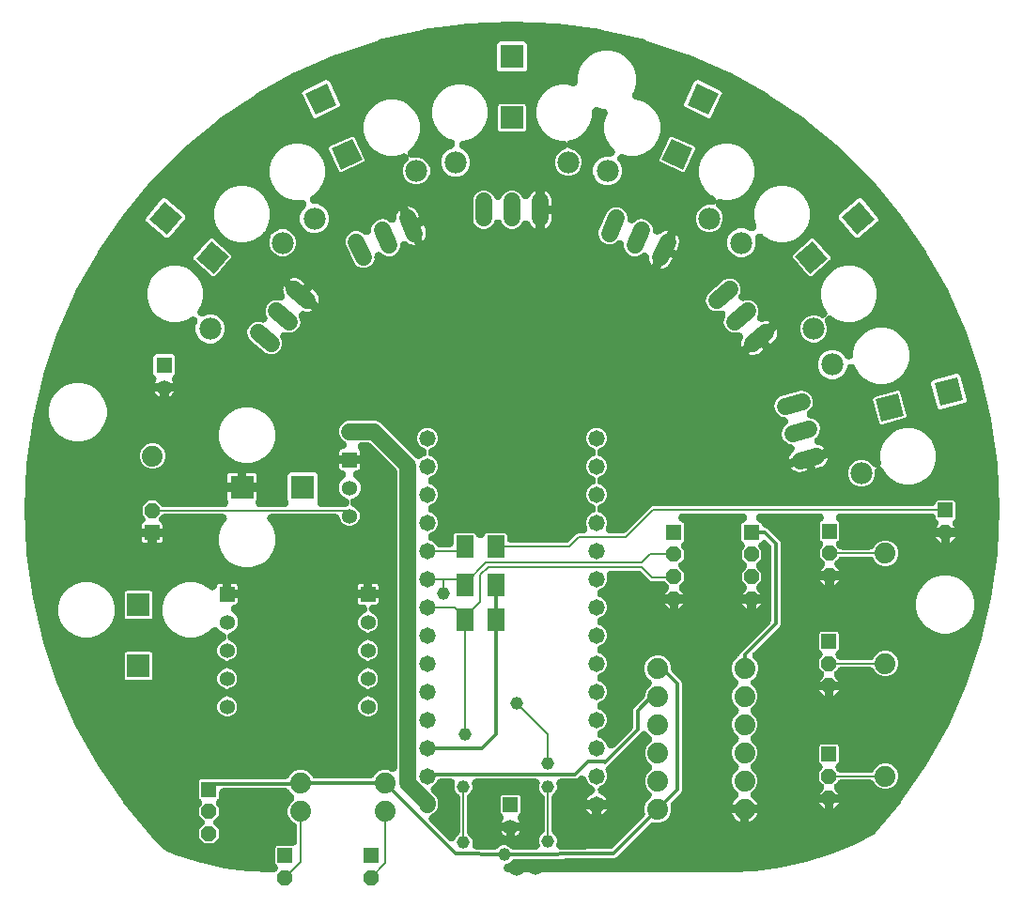
<source format=gbr>
G04 EAGLE Gerber RS-274X export*
G75*
%MOMM*%
%FSLAX34Y34*%
%LPD*%
%INBottom Copper*%
%IPPOS*%
%AMOC8*
5,1,8,0,0,1.08239X$1,22.5*%
G01*
%ADD10R,1.320800X1.320800*%
%ADD11P,1.429621X8X22.500000*%
%ADD12R,2.100000X2.100000*%
%ADD13C,1.981200*%
%ADD14C,1.524000*%
%ADD15R,1.600000X2.000000*%
%ADD16R,2.100000X2.100000*%
%ADD17P,1.429621X8X202.500000*%
%ADD18R,1.358000X1.358000*%
%ADD19C,1.358000*%
%ADD20C,1.879600*%
%ADD21C,1.473200*%
%ADD22R,1.350000X1.350000*%
%ADD23C,1.350000*%
%ADD24C,0.304800*%
%ADD25C,1.168400*%
%ADD26C,0.203200*%

G36*
X-214939Y-327905D02*
X-214939Y-327905D01*
X-214824Y-327907D01*
X-214656Y-327885D01*
X-214486Y-327873D01*
X-214373Y-327849D01*
X-214259Y-327835D01*
X-214095Y-327790D01*
X-213929Y-327754D01*
X-213821Y-327715D01*
X-213710Y-327684D01*
X-213553Y-327617D01*
X-213394Y-327558D01*
X-213292Y-327504D01*
X-213186Y-327458D01*
X-213041Y-327370D01*
X-212891Y-327290D01*
X-212798Y-327222D01*
X-212700Y-327162D01*
X-212569Y-327054D01*
X-212432Y-326953D01*
X-212349Y-326873D01*
X-212260Y-326800D01*
X-212145Y-326675D01*
X-212023Y-326556D01*
X-211953Y-326465D01*
X-211875Y-326380D01*
X-211778Y-326240D01*
X-211675Y-326105D01*
X-211617Y-326005D01*
X-211552Y-325910D01*
X-211477Y-325758D01*
X-211392Y-325610D01*
X-211350Y-325503D01*
X-211298Y-325400D01*
X-211245Y-325239D01*
X-211182Y-325081D01*
X-211155Y-324968D01*
X-211119Y-324859D01*
X-211088Y-324692D01*
X-211048Y-324527D01*
X-211037Y-324412D01*
X-211016Y-324299D01*
X-211009Y-324129D01*
X-210993Y-323960D01*
X-210998Y-323845D01*
X-210993Y-323729D01*
X-211010Y-323560D01*
X-211017Y-323390D01*
X-211038Y-323277D01*
X-211050Y-323163D01*
X-211090Y-322997D01*
X-211121Y-322830D01*
X-211158Y-322721D01*
X-211185Y-322609D01*
X-211249Y-322451D01*
X-211303Y-322290D01*
X-211354Y-322187D01*
X-211397Y-322080D01*
X-211482Y-321933D01*
X-211558Y-321781D01*
X-211623Y-321686D01*
X-211681Y-321586D01*
X-211754Y-321497D01*
X-211882Y-321312D01*
X-212107Y-321068D01*
X-212181Y-320977D01*
X-212813Y-320346D01*
X-213125Y-319592D01*
X-213125Y-305568D01*
X-212813Y-304814D01*
X-212236Y-304237D01*
X-211482Y-303925D01*
X-197630Y-303925D01*
X-197401Y-303909D01*
X-197170Y-303899D01*
X-197116Y-303889D01*
X-197062Y-303885D01*
X-196836Y-303837D01*
X-196610Y-303795D01*
X-196558Y-303778D01*
X-196504Y-303766D01*
X-196288Y-303687D01*
X-196070Y-303614D01*
X-196021Y-303589D01*
X-195969Y-303570D01*
X-195766Y-303462D01*
X-195561Y-303359D01*
X-195515Y-303328D01*
X-195467Y-303302D01*
X-195281Y-303166D01*
X-195092Y-303035D01*
X-195051Y-302998D01*
X-195007Y-302965D01*
X-194842Y-302805D01*
X-194673Y-302649D01*
X-194638Y-302606D01*
X-194599Y-302568D01*
X-194458Y-302386D01*
X-194312Y-302208D01*
X-194284Y-302160D01*
X-194250Y-302117D01*
X-194136Y-301917D01*
X-194017Y-301720D01*
X-193995Y-301670D01*
X-193968Y-301622D01*
X-193883Y-301408D01*
X-193792Y-301197D01*
X-193778Y-301144D01*
X-193758Y-301093D01*
X-193703Y-300868D01*
X-193643Y-300647D01*
X-193639Y-300603D01*
X-193623Y-300539D01*
X-193568Y-299972D01*
X-193571Y-299906D01*
X-193567Y-299862D01*
X-193567Y-286887D01*
X-193567Y-286884D01*
X-193567Y-286881D01*
X-193586Y-286617D01*
X-193607Y-286318D01*
X-193607Y-286316D01*
X-193607Y-286313D01*
X-193665Y-286043D01*
X-193726Y-285761D01*
X-193727Y-285759D01*
X-193727Y-285756D01*
X-193817Y-285513D01*
X-193922Y-285226D01*
X-193923Y-285223D01*
X-193924Y-285221D01*
X-194044Y-284996D01*
X-194190Y-284724D01*
X-194192Y-284721D01*
X-194193Y-284719D01*
X-194355Y-284498D01*
X-194527Y-284264D01*
X-194529Y-284262D01*
X-194530Y-284260D01*
X-194726Y-284059D01*
X-194924Y-283855D01*
X-194926Y-283854D01*
X-194928Y-283852D01*
X-195155Y-283677D01*
X-195375Y-283507D01*
X-195377Y-283505D01*
X-195379Y-283504D01*
X-195391Y-283497D01*
X-195870Y-283224D01*
X-196000Y-283173D01*
X-196075Y-283133D01*
X-196985Y-282756D01*
X-200206Y-279535D01*
X-201949Y-275327D01*
X-201949Y-270773D01*
X-200206Y-266565D01*
X-197211Y-263570D01*
X-197060Y-263396D01*
X-196904Y-263226D01*
X-196873Y-263181D01*
X-196837Y-263139D01*
X-196712Y-262946D01*
X-196581Y-262757D01*
X-196557Y-262707D01*
X-196527Y-262661D01*
X-196430Y-262452D01*
X-196328Y-262246D01*
X-196310Y-262194D01*
X-196287Y-262144D01*
X-196221Y-261924D01*
X-196148Y-261706D01*
X-196138Y-261652D01*
X-196122Y-261599D01*
X-196087Y-261372D01*
X-196045Y-261145D01*
X-196043Y-261090D01*
X-196035Y-261036D01*
X-196032Y-260806D01*
X-196022Y-260576D01*
X-196028Y-260521D01*
X-196027Y-260466D01*
X-196056Y-260238D01*
X-196079Y-260009D01*
X-196092Y-259956D01*
X-196099Y-259901D01*
X-196160Y-259679D01*
X-196215Y-259456D01*
X-196235Y-259405D01*
X-196249Y-259352D01*
X-196341Y-259140D01*
X-196426Y-258927D01*
X-196454Y-258879D01*
X-196475Y-258828D01*
X-196595Y-258632D01*
X-196710Y-258432D01*
X-196738Y-258398D01*
X-196772Y-258342D01*
X-197134Y-257902D01*
X-197182Y-257858D01*
X-197211Y-257823D01*
X-200643Y-254391D01*
X-200699Y-254279D01*
X-200822Y-254033D01*
X-200823Y-254031D01*
X-200824Y-254029D01*
X-200985Y-253796D01*
X-201145Y-253564D01*
X-201147Y-253562D01*
X-201148Y-253560D01*
X-201342Y-253349D01*
X-201530Y-253145D01*
X-201533Y-253143D01*
X-201534Y-253141D01*
X-201758Y-252958D01*
X-201971Y-252783D01*
X-201973Y-252782D01*
X-201976Y-252780D01*
X-202220Y-252632D01*
X-202458Y-252487D01*
X-202460Y-252486D01*
X-202463Y-252485D01*
X-202716Y-252376D01*
X-202981Y-252262D01*
X-202984Y-252261D01*
X-202986Y-252260D01*
X-203260Y-252186D01*
X-203531Y-252112D01*
X-203534Y-252112D01*
X-203536Y-252111D01*
X-203550Y-252110D01*
X-204096Y-252041D01*
X-204236Y-252043D01*
X-204321Y-252035D01*
X-259842Y-252035D01*
X-260071Y-252051D01*
X-260302Y-252061D01*
X-260356Y-252071D01*
X-260410Y-252075D01*
X-260636Y-252123D01*
X-260862Y-252165D01*
X-260914Y-252182D01*
X-260968Y-252194D01*
X-261184Y-252273D01*
X-261402Y-252346D01*
X-261451Y-252371D01*
X-261503Y-252390D01*
X-261706Y-252498D01*
X-261911Y-252601D01*
X-261957Y-252632D01*
X-262005Y-252658D01*
X-262191Y-252794D01*
X-262380Y-252925D01*
X-262421Y-252962D01*
X-262465Y-252995D01*
X-262630Y-253155D01*
X-262799Y-253311D01*
X-262834Y-253354D01*
X-262873Y-253392D01*
X-263014Y-253574D01*
X-263160Y-253752D01*
X-263188Y-253800D01*
X-263222Y-253843D01*
X-263336Y-254043D01*
X-263455Y-254240D01*
X-263477Y-254290D01*
X-263504Y-254338D01*
X-263589Y-254552D01*
X-263680Y-254763D01*
X-263694Y-254816D01*
X-263714Y-254867D01*
X-263769Y-255092D01*
X-263829Y-255313D01*
X-263833Y-255357D01*
X-263849Y-255421D01*
X-263904Y-255988D01*
X-263901Y-256054D01*
X-263905Y-256098D01*
X-263905Y-260159D01*
X-264292Y-261093D01*
X-265257Y-262058D01*
X-265349Y-262122D01*
X-265477Y-262239D01*
X-265610Y-262349D01*
X-265686Y-262431D01*
X-265769Y-262507D01*
X-265878Y-262641D01*
X-265995Y-262769D01*
X-266059Y-262861D01*
X-266130Y-262948D01*
X-266220Y-263096D01*
X-266318Y-263238D01*
X-266368Y-263339D01*
X-266426Y-263435D01*
X-266495Y-263594D01*
X-266572Y-263748D01*
X-266607Y-263855D01*
X-266652Y-263958D01*
X-266697Y-264125D01*
X-266752Y-264289D01*
X-266772Y-264399D01*
X-266801Y-264508D01*
X-266823Y-264680D01*
X-266854Y-264850D01*
X-266859Y-264962D01*
X-266873Y-265073D01*
X-266870Y-265246D01*
X-266877Y-265419D01*
X-266866Y-265531D01*
X-266864Y-265643D01*
X-266838Y-265814D01*
X-266820Y-265986D01*
X-266794Y-266095D01*
X-266776Y-266206D01*
X-266726Y-266371D01*
X-266685Y-266539D01*
X-266643Y-266644D01*
X-266610Y-266751D01*
X-266538Y-266907D01*
X-266473Y-267068D01*
X-266417Y-267166D01*
X-266370Y-267267D01*
X-266276Y-267412D01*
X-266190Y-267563D01*
X-266135Y-267628D01*
X-266060Y-267745D01*
X-265697Y-268162D01*
X-265689Y-268172D01*
X-264395Y-269465D01*
X-264395Y-276635D01*
X-267937Y-280177D01*
X-268088Y-280351D01*
X-268244Y-280520D01*
X-268275Y-280566D01*
X-268311Y-280607D01*
X-268436Y-280800D01*
X-268566Y-280990D01*
X-268591Y-281039D01*
X-268621Y-281085D01*
X-268718Y-281294D01*
X-268820Y-281500D01*
X-268837Y-281552D01*
X-268861Y-281602D01*
X-268928Y-281823D01*
X-269000Y-282041D01*
X-269010Y-282095D01*
X-269026Y-282147D01*
X-269061Y-282374D01*
X-269102Y-282601D01*
X-269105Y-282656D01*
X-269113Y-282710D01*
X-269116Y-282940D01*
X-269126Y-283171D01*
X-269120Y-283225D01*
X-269121Y-283280D01*
X-269092Y-283509D01*
X-269069Y-283737D01*
X-269056Y-283791D01*
X-269049Y-283845D01*
X-268988Y-284068D01*
X-268933Y-284291D01*
X-268913Y-284342D01*
X-268898Y-284395D01*
X-268807Y-284606D01*
X-268722Y-284820D01*
X-268694Y-284868D01*
X-268672Y-284918D01*
X-268553Y-285114D01*
X-268438Y-285314D01*
X-268410Y-285348D01*
X-268376Y-285404D01*
X-268014Y-285845D01*
X-267965Y-285889D01*
X-267937Y-285923D01*
X-264395Y-289465D01*
X-264395Y-296635D01*
X-269465Y-301705D01*
X-276635Y-301705D01*
X-281705Y-296635D01*
X-281705Y-289465D01*
X-278163Y-285923D01*
X-278012Y-285749D01*
X-277856Y-285580D01*
X-277825Y-285534D01*
X-277789Y-285493D01*
X-277664Y-285300D01*
X-277534Y-285110D01*
X-277509Y-285061D01*
X-277479Y-285015D01*
X-277382Y-284806D01*
X-277280Y-284600D01*
X-277263Y-284548D01*
X-277239Y-284498D01*
X-277173Y-284277D01*
X-277100Y-284059D01*
X-277090Y-284005D01*
X-277074Y-283953D01*
X-277039Y-283725D01*
X-276998Y-283499D01*
X-276995Y-283444D01*
X-276987Y-283390D01*
X-276984Y-283160D01*
X-276974Y-282929D01*
X-276980Y-282875D01*
X-276979Y-282820D01*
X-277008Y-282592D01*
X-277031Y-282362D01*
X-277044Y-282309D01*
X-277051Y-282255D01*
X-277112Y-282032D01*
X-277167Y-281809D01*
X-277187Y-281758D01*
X-277202Y-281705D01*
X-277293Y-281493D01*
X-277378Y-281280D01*
X-277406Y-281233D01*
X-277428Y-281182D01*
X-277548Y-280985D01*
X-277662Y-280786D01*
X-277690Y-280752D01*
X-277724Y-280696D01*
X-278086Y-280255D01*
X-278134Y-280211D01*
X-278163Y-280177D01*
X-281705Y-276635D01*
X-281705Y-269465D01*
X-280411Y-268172D01*
X-280298Y-268041D01*
X-280177Y-267917D01*
X-280111Y-267826D01*
X-280037Y-267741D01*
X-279944Y-267596D01*
X-279842Y-267456D01*
X-279789Y-267357D01*
X-279728Y-267263D01*
X-279655Y-267106D01*
X-279573Y-266954D01*
X-279535Y-266848D01*
X-279488Y-266746D01*
X-279438Y-266581D01*
X-279378Y-266418D01*
X-279355Y-266308D01*
X-279323Y-266201D01*
X-279296Y-266030D01*
X-279260Y-265861D01*
X-279252Y-265749D01*
X-279235Y-265638D01*
X-279233Y-265465D01*
X-279221Y-265292D01*
X-279229Y-265180D01*
X-279228Y-265068D01*
X-279249Y-264897D01*
X-279262Y-264724D01*
X-279285Y-264614D01*
X-279300Y-264503D01*
X-279345Y-264336D01*
X-279382Y-264167D01*
X-279420Y-264062D01*
X-279450Y-263953D01*
X-279519Y-263794D01*
X-279578Y-263632D01*
X-279631Y-263533D01*
X-279676Y-263430D01*
X-279766Y-263283D01*
X-279848Y-263130D01*
X-279914Y-263040D01*
X-279973Y-262944D01*
X-280082Y-262810D01*
X-280185Y-262671D01*
X-280263Y-262590D01*
X-280335Y-262504D01*
X-280462Y-262387D01*
X-280583Y-262263D01*
X-280672Y-262195D01*
X-280755Y-262119D01*
X-280844Y-262057D01*
X-281808Y-261093D01*
X-282195Y-260159D01*
X-282195Y-245941D01*
X-281808Y-245007D01*
X-281093Y-244292D01*
X-280159Y-243905D01*
X-204586Y-243905D01*
X-204584Y-243905D01*
X-204581Y-243905D01*
X-204302Y-243885D01*
X-204018Y-243865D01*
X-204015Y-243865D01*
X-204012Y-243865D01*
X-203733Y-243804D01*
X-203461Y-243746D01*
X-203458Y-243745D01*
X-203455Y-243745D01*
X-203191Y-243648D01*
X-202926Y-243550D01*
X-202923Y-243549D01*
X-202921Y-243548D01*
X-202677Y-243417D01*
X-202423Y-243282D01*
X-202421Y-243280D01*
X-202419Y-243279D01*
X-202187Y-243109D01*
X-201963Y-242945D01*
X-201961Y-242943D01*
X-201959Y-242942D01*
X-201759Y-242747D01*
X-201555Y-242548D01*
X-201553Y-242546D01*
X-201551Y-242544D01*
X-201380Y-242322D01*
X-201206Y-242097D01*
X-201205Y-242095D01*
X-201203Y-242093D01*
X-201197Y-242081D01*
X-200924Y-241602D01*
X-200872Y-241472D01*
X-200832Y-241397D01*
X-200621Y-240887D01*
X-197263Y-237529D01*
X-192875Y-235711D01*
X-188125Y-235711D01*
X-183737Y-237529D01*
X-180379Y-240887D01*
X-180300Y-241077D01*
X-180299Y-241079D01*
X-180298Y-241082D01*
X-180172Y-241334D01*
X-180046Y-241587D01*
X-180044Y-241589D01*
X-180043Y-241591D01*
X-179873Y-241837D01*
X-179723Y-242056D01*
X-179721Y-242058D01*
X-179719Y-242060D01*
X-179520Y-242276D01*
X-179337Y-242475D01*
X-179335Y-242477D01*
X-179333Y-242479D01*
X-179103Y-242667D01*
X-178896Y-242837D01*
X-178894Y-242838D01*
X-178892Y-242840D01*
X-178646Y-242989D01*
X-178410Y-243133D01*
X-178407Y-243134D01*
X-178405Y-243135D01*
X-178151Y-243244D01*
X-177886Y-243358D01*
X-177884Y-243359D01*
X-177881Y-243360D01*
X-177615Y-243432D01*
X-177336Y-243508D01*
X-177334Y-243508D01*
X-177331Y-243509D01*
X-177318Y-243510D01*
X-176771Y-243579D01*
X-176631Y-243577D01*
X-176546Y-243585D01*
X-128254Y-243585D01*
X-128251Y-243585D01*
X-128248Y-243585D01*
X-127966Y-243565D01*
X-127685Y-243545D01*
X-127683Y-243545D01*
X-127680Y-243545D01*
X-127402Y-243485D01*
X-127128Y-243426D01*
X-127126Y-243425D01*
X-127123Y-243425D01*
X-126866Y-243330D01*
X-126593Y-243230D01*
X-126590Y-243229D01*
X-126588Y-243228D01*
X-126343Y-243097D01*
X-126091Y-242962D01*
X-126088Y-242960D01*
X-126086Y-242959D01*
X-125853Y-242788D01*
X-125631Y-242625D01*
X-125629Y-242623D01*
X-125626Y-242622D01*
X-125427Y-242427D01*
X-125222Y-242228D01*
X-125221Y-242226D01*
X-125219Y-242224D01*
X-125053Y-242009D01*
X-124874Y-241777D01*
X-124872Y-241775D01*
X-124871Y-241773D01*
X-124864Y-241761D01*
X-124591Y-241282D01*
X-124540Y-241152D01*
X-124500Y-241077D01*
X-124421Y-240887D01*
X-121063Y-237529D01*
X-116675Y-235711D01*
X-111925Y-235711D01*
X-109015Y-236917D01*
X-108851Y-236971D01*
X-108691Y-237035D01*
X-108581Y-237062D01*
X-108475Y-237097D01*
X-108305Y-237129D01*
X-108137Y-237169D01*
X-108025Y-237180D01*
X-107914Y-237201D01*
X-107742Y-237208D01*
X-107570Y-237225D01*
X-107457Y-237220D01*
X-107345Y-237224D01*
X-107173Y-237207D01*
X-107000Y-237200D01*
X-106890Y-237179D01*
X-106778Y-237168D01*
X-106610Y-237128D01*
X-106440Y-237096D01*
X-106334Y-237060D01*
X-106224Y-237034D01*
X-106064Y-236970D01*
X-105900Y-236915D01*
X-105799Y-236864D01*
X-105695Y-236823D01*
X-105545Y-236737D01*
X-105391Y-236660D01*
X-105298Y-236596D01*
X-105200Y-236540D01*
X-105064Y-236434D01*
X-104922Y-236336D01*
X-104839Y-236259D01*
X-104750Y-236191D01*
X-104630Y-236067D01*
X-104503Y-235949D01*
X-104432Y-235862D01*
X-104353Y-235782D01*
X-104252Y-235642D01*
X-104142Y-235508D01*
X-104084Y-235412D01*
X-104017Y-235321D01*
X-103936Y-235169D01*
X-103847Y-235021D01*
X-103802Y-234918D01*
X-103749Y-234819D01*
X-103690Y-234656D01*
X-103622Y-234498D01*
X-103593Y-234389D01*
X-103554Y-234283D01*
X-103518Y-234114D01*
X-103473Y-233948D01*
X-103465Y-233863D01*
X-103436Y-233726D01*
X-103398Y-233176D01*
X-103397Y-233163D01*
X-103397Y33173D01*
X-103401Y33233D01*
X-103399Y33294D01*
X-103421Y33517D01*
X-103437Y33742D01*
X-103449Y33801D01*
X-103455Y33861D01*
X-103509Y34079D01*
X-103556Y34299D01*
X-103576Y34355D01*
X-103591Y34414D01*
X-103674Y34623D01*
X-103752Y34834D01*
X-103780Y34887D01*
X-103802Y34943D01*
X-103914Y35138D01*
X-104020Y35336D01*
X-104056Y35385D01*
X-104086Y35437D01*
X-104161Y35528D01*
X-104357Y35796D01*
X-104514Y35957D01*
X-104587Y36046D01*
X-127276Y58735D01*
X-127321Y58775D01*
X-127362Y58819D01*
X-127536Y58961D01*
X-127706Y59109D01*
X-127756Y59142D01*
X-127803Y59180D01*
X-127996Y59297D01*
X-128184Y59419D01*
X-128239Y59444D01*
X-128290Y59475D01*
X-128497Y59564D01*
X-128701Y59659D01*
X-128759Y59676D01*
X-128814Y59700D01*
X-129031Y59758D01*
X-129246Y59824D01*
X-129306Y59833D01*
X-129364Y59849D01*
X-129481Y59860D01*
X-129809Y59911D01*
X-130034Y59914D01*
X-130149Y59925D01*
X-135051Y59925D01*
X-135166Y59917D01*
X-135281Y59919D01*
X-135449Y59897D01*
X-135619Y59885D01*
X-135732Y59861D01*
X-135846Y59847D01*
X-136010Y59802D01*
X-136176Y59766D01*
X-136284Y59727D01*
X-136396Y59696D01*
X-136552Y59629D01*
X-136711Y59570D01*
X-136813Y59516D01*
X-136919Y59470D01*
X-137064Y59382D01*
X-137214Y59302D01*
X-137307Y59234D01*
X-137405Y59174D01*
X-137536Y59066D01*
X-137674Y58965D01*
X-137756Y58885D01*
X-137845Y58812D01*
X-137960Y58687D01*
X-138082Y58568D01*
X-138152Y58477D01*
X-138230Y58392D01*
X-138327Y58251D01*
X-138431Y58117D01*
X-138488Y58017D01*
X-138553Y57922D01*
X-138629Y57770D01*
X-138713Y57622D01*
X-138755Y57515D01*
X-138807Y57412D01*
X-138860Y57251D01*
X-138923Y57093D01*
X-138950Y56980D01*
X-138987Y56871D01*
X-139017Y56704D01*
X-139057Y56539D01*
X-139068Y56424D01*
X-139089Y56311D01*
X-139096Y56141D01*
X-139112Y55972D01*
X-139107Y55857D01*
X-139112Y55741D01*
X-139095Y55572D01*
X-139088Y55402D01*
X-139067Y55289D01*
X-139055Y55174D01*
X-139015Y55009D01*
X-138984Y54842D01*
X-138947Y54733D01*
X-138920Y54621D01*
X-138857Y54463D01*
X-138802Y54302D01*
X-138751Y54199D01*
X-138708Y54092D01*
X-138624Y53945D01*
X-138547Y53793D01*
X-138482Y53698D01*
X-138424Y53598D01*
X-138351Y53509D01*
X-138224Y53324D01*
X-137998Y53080D01*
X-137924Y52989D01*
X-137540Y52606D01*
X-137262Y52189D01*
X-137071Y51727D01*
X-136973Y51236D01*
X-136973Y48259D01*
X-146304Y48259D01*
X-155635Y48259D01*
X-155635Y51236D01*
X-155537Y51727D01*
X-155346Y52189D01*
X-155067Y52606D01*
X-154714Y52959D01*
X-154297Y53238D01*
X-153835Y53429D01*
X-153344Y53527D01*
X-153207Y53527D01*
X-153150Y53531D01*
X-153092Y53528D01*
X-152866Y53551D01*
X-152639Y53567D01*
X-152583Y53579D01*
X-152525Y53584D01*
X-152304Y53638D01*
X-152082Y53686D01*
X-152028Y53706D01*
X-151972Y53719D01*
X-151761Y53803D01*
X-151547Y53882D01*
X-151496Y53909D01*
X-151442Y53930D01*
X-151245Y54043D01*
X-151044Y54150D01*
X-150998Y54184D01*
X-150948Y54213D01*
X-150768Y54352D01*
X-150585Y54487D01*
X-150543Y54527D01*
X-150498Y54562D01*
X-150339Y54725D01*
X-150176Y54884D01*
X-150141Y54930D01*
X-150101Y54971D01*
X-149967Y55155D01*
X-149828Y55335D01*
X-149799Y55385D01*
X-149765Y55432D01*
X-149658Y55631D01*
X-149545Y55830D01*
X-149524Y55883D01*
X-149497Y55934D01*
X-149419Y56148D01*
X-149335Y56359D01*
X-149321Y56416D01*
X-149302Y56470D01*
X-149255Y56692D01*
X-149201Y56913D01*
X-149195Y56971D01*
X-149183Y57027D01*
X-149168Y57254D01*
X-149146Y57480D01*
X-149148Y57538D01*
X-149144Y57596D01*
X-149160Y57822D01*
X-149170Y58050D01*
X-149181Y58106D01*
X-149185Y58164D01*
X-149233Y58386D01*
X-149274Y58610D01*
X-149293Y58664D01*
X-149305Y58721D01*
X-149383Y58934D01*
X-149456Y59150D01*
X-149481Y59202D01*
X-149501Y59256D01*
X-149609Y59456D01*
X-149711Y59659D01*
X-149744Y59707D01*
X-149771Y59758D01*
X-149905Y59941D01*
X-150035Y60128D01*
X-150074Y60171D01*
X-150108Y60217D01*
X-150266Y60380D01*
X-150421Y60547D01*
X-150466Y60584D01*
X-150506Y60625D01*
X-150685Y60764D01*
X-150862Y60908D01*
X-150911Y60938D01*
X-150957Y60973D01*
X-151060Y61028D01*
X-151349Y61203D01*
X-151552Y61290D01*
X-151653Y61344D01*
X-151782Y61398D01*
X-154502Y64118D01*
X-155975Y67672D01*
X-155975Y71520D01*
X-154502Y75074D01*
X-151782Y77794D01*
X-148228Y79267D01*
X-122536Y79267D01*
X-118982Y77794D01*
X-87276Y46088D01*
X-87102Y45937D01*
X-86932Y45781D01*
X-86887Y45750D01*
X-86845Y45714D01*
X-86652Y45589D01*
X-86462Y45459D01*
X-86413Y45434D01*
X-86367Y45405D01*
X-86158Y45308D01*
X-85952Y45205D01*
X-85900Y45188D01*
X-85850Y45165D01*
X-85630Y45098D01*
X-85412Y45025D01*
X-85358Y45015D01*
X-85305Y44999D01*
X-85078Y44964D01*
X-84851Y44923D01*
X-84796Y44921D01*
X-84742Y44912D01*
X-84512Y44909D01*
X-84282Y44900D01*
X-84227Y44905D01*
X-84172Y44904D01*
X-83944Y44934D01*
X-83715Y44957D01*
X-83661Y44970D01*
X-83607Y44977D01*
X-83385Y45037D01*
X-83161Y45092D01*
X-83110Y45112D01*
X-83057Y45127D01*
X-82846Y45218D01*
X-82632Y45304D01*
X-82585Y45331D01*
X-82534Y45353D01*
X-82338Y45473D01*
X-82138Y45587D01*
X-82104Y45615D01*
X-82048Y45650D01*
X-81608Y46012D01*
X-81564Y46060D01*
X-81536Y46082D01*
X-79209Y47046D01*
X-79106Y47098D01*
X-78999Y47140D01*
X-78851Y47225D01*
X-78700Y47300D01*
X-78605Y47366D01*
X-78505Y47423D01*
X-78370Y47527D01*
X-78230Y47624D01*
X-78145Y47702D01*
X-78054Y47772D01*
X-77936Y47894D01*
X-77811Y48009D01*
X-77738Y48099D01*
X-77658Y48181D01*
X-77558Y48318D01*
X-77450Y48450D01*
X-77390Y48549D01*
X-77322Y48642D01*
X-77242Y48791D01*
X-77153Y48937D01*
X-77108Y49043D01*
X-77054Y49144D01*
X-76996Y49304D01*
X-76928Y49460D01*
X-76898Y49571D01*
X-76859Y49680D01*
X-76823Y49846D01*
X-76779Y50010D01*
X-76764Y50124D01*
X-76740Y50237D01*
X-76729Y50407D01*
X-76707Y50575D01*
X-76709Y50691D01*
X-76701Y50805D01*
X-76713Y50975D01*
X-76716Y51145D01*
X-76734Y51259D01*
X-76742Y51374D01*
X-76778Y51540D01*
X-76804Y51708D01*
X-76837Y51818D01*
X-76862Y51931D01*
X-76920Y52091D01*
X-76970Y52253D01*
X-77018Y52357D01*
X-77058Y52466D01*
X-77139Y52616D01*
X-77210Y52770D01*
X-77273Y52866D01*
X-77328Y52968D01*
X-77428Y53105D01*
X-77521Y53247D01*
X-77596Y53334D01*
X-77665Y53427D01*
X-77784Y53549D01*
X-77895Y53677D01*
X-77982Y53752D01*
X-78063Y53835D01*
X-78197Y53939D01*
X-78326Y54050D01*
X-78423Y54113D01*
X-78514Y54183D01*
X-78615Y54237D01*
X-78804Y54359D01*
X-79106Y54499D01*
X-79209Y54554D01*
X-81534Y55517D01*
X-84183Y58166D01*
X-85617Y61627D01*
X-85617Y65373D01*
X-84183Y68834D01*
X-81534Y71483D01*
X-78073Y72917D01*
X-74327Y72917D01*
X-70866Y71483D01*
X-68217Y68834D01*
X-66783Y65373D01*
X-66783Y61627D01*
X-68217Y58166D01*
X-70866Y55517D01*
X-73191Y54554D01*
X-73294Y54503D01*
X-73401Y54460D01*
X-73548Y54376D01*
X-73700Y54300D01*
X-73795Y54234D01*
X-73895Y54177D01*
X-74030Y54073D01*
X-74170Y53976D01*
X-74254Y53898D01*
X-74345Y53828D01*
X-74464Y53706D01*
X-74589Y53591D01*
X-74662Y53502D01*
X-74742Y53419D01*
X-74843Y53281D01*
X-74950Y53150D01*
X-75010Y53052D01*
X-75078Y52958D01*
X-75158Y52808D01*
X-75246Y52663D01*
X-75292Y52558D01*
X-75346Y52456D01*
X-75405Y52296D01*
X-75472Y52140D01*
X-75502Y52029D01*
X-75541Y51920D01*
X-75577Y51754D01*
X-75621Y51590D01*
X-75636Y51476D01*
X-75660Y51363D01*
X-75671Y51193D01*
X-75693Y51025D01*
X-75691Y50910D01*
X-75699Y50795D01*
X-75687Y50625D01*
X-75684Y50455D01*
X-75666Y50341D01*
X-75658Y50226D01*
X-75622Y50060D01*
X-75596Y49892D01*
X-75563Y49782D01*
X-75538Y49669D01*
X-75480Y49510D01*
X-75430Y49347D01*
X-75381Y49242D01*
X-75342Y49134D01*
X-75262Y48985D01*
X-75190Y48831D01*
X-75127Y48734D01*
X-75072Y48632D01*
X-74972Y48495D01*
X-74879Y48353D01*
X-74804Y48266D01*
X-74735Y48173D01*
X-74617Y48051D01*
X-74505Y47923D01*
X-74418Y47847D01*
X-74337Y47765D01*
X-74203Y47661D01*
X-74074Y47550D01*
X-73978Y47487D01*
X-73886Y47417D01*
X-73785Y47363D01*
X-73596Y47241D01*
X-73295Y47102D01*
X-73191Y47046D01*
X-70866Y46083D01*
X-68217Y43434D01*
X-66783Y39973D01*
X-66783Y36227D01*
X-68217Y32766D01*
X-70866Y30117D01*
X-73191Y29154D01*
X-73294Y29102D01*
X-73401Y29060D01*
X-73548Y28976D01*
X-73700Y28900D01*
X-73795Y28834D01*
X-73895Y28777D01*
X-74030Y28673D01*
X-74170Y28576D01*
X-74254Y28498D01*
X-74345Y28428D01*
X-74464Y28306D01*
X-74589Y28191D01*
X-74662Y28101D01*
X-74742Y28019D01*
X-74842Y27882D01*
X-74950Y27750D01*
X-75010Y27651D01*
X-75078Y27559D01*
X-75158Y27409D01*
X-75246Y27263D01*
X-75292Y27157D01*
X-75346Y27056D01*
X-75404Y26896D01*
X-75472Y26740D01*
X-75502Y26628D01*
X-75541Y26520D01*
X-75577Y26354D01*
X-75621Y26190D01*
X-75636Y26076D01*
X-75660Y25963D01*
X-75671Y25793D01*
X-75693Y25625D01*
X-75691Y25510D01*
X-75699Y25395D01*
X-75687Y25225D01*
X-75684Y25055D01*
X-75666Y24941D01*
X-75658Y24826D01*
X-75622Y24660D01*
X-75596Y24492D01*
X-75563Y24382D01*
X-75538Y24269D01*
X-75480Y24110D01*
X-75430Y23947D01*
X-75382Y23843D01*
X-75342Y23734D01*
X-75261Y23585D01*
X-75190Y23431D01*
X-75127Y23334D01*
X-75072Y23232D01*
X-74972Y23095D01*
X-74879Y22953D01*
X-74803Y22866D01*
X-74735Y22773D01*
X-74617Y22651D01*
X-74505Y22523D01*
X-74418Y22448D01*
X-74337Y22365D01*
X-74203Y22261D01*
X-74074Y22150D01*
X-73978Y22087D01*
X-73886Y22017D01*
X-73784Y21963D01*
X-73596Y21841D01*
X-73295Y21702D01*
X-73191Y21646D01*
X-70866Y20683D01*
X-68217Y18034D01*
X-66783Y14573D01*
X-66783Y10827D01*
X-68217Y7366D01*
X-70866Y4717D01*
X-73191Y3754D01*
X-73294Y3702D01*
X-73401Y3660D01*
X-73548Y3575D01*
X-73700Y3500D01*
X-73795Y3434D01*
X-73895Y3377D01*
X-74030Y3273D01*
X-74170Y3176D01*
X-74254Y3098D01*
X-74345Y3028D01*
X-74464Y2906D01*
X-74589Y2791D01*
X-74662Y2702D01*
X-74742Y2619D01*
X-74842Y2482D01*
X-74950Y2350D01*
X-75010Y2251D01*
X-75078Y2158D01*
X-75158Y2009D01*
X-75246Y1863D01*
X-75292Y1757D01*
X-75346Y1656D01*
X-75404Y1496D01*
X-75472Y1340D01*
X-75502Y1229D01*
X-75541Y1120D01*
X-75577Y954D01*
X-75621Y790D01*
X-75636Y676D01*
X-75660Y563D01*
X-75671Y393D01*
X-75693Y225D01*
X-75691Y110D01*
X-75699Y-5D01*
X-75687Y-175D01*
X-75684Y-345D01*
X-75666Y-459D01*
X-75658Y-574D01*
X-75622Y-740D01*
X-75596Y-908D01*
X-75563Y-1018D01*
X-75538Y-1131D01*
X-75480Y-1291D01*
X-75430Y-1453D01*
X-75382Y-1557D01*
X-75342Y-1666D01*
X-75261Y-1816D01*
X-75190Y-1970D01*
X-75127Y-2066D01*
X-75072Y-2168D01*
X-74972Y-2305D01*
X-74879Y-2447D01*
X-74803Y-2534D01*
X-74735Y-2627D01*
X-74617Y-2749D01*
X-74505Y-2877D01*
X-74418Y-2953D01*
X-74337Y-3035D01*
X-74203Y-3139D01*
X-74074Y-3250D01*
X-73977Y-3313D01*
X-73886Y-3383D01*
X-73785Y-3437D01*
X-73596Y-3559D01*
X-73295Y-3698D01*
X-73191Y-3754D01*
X-70866Y-4717D01*
X-68217Y-7366D01*
X-66783Y-10827D01*
X-66783Y-14573D01*
X-68217Y-18034D01*
X-70866Y-20683D01*
X-73191Y-21646D01*
X-73294Y-21698D01*
X-73401Y-21740D01*
X-73548Y-21824D01*
X-73700Y-21900D01*
X-73795Y-21966D01*
X-73895Y-22023D01*
X-74030Y-22127D01*
X-74170Y-22224D01*
X-74254Y-22302D01*
X-74345Y-22372D01*
X-74464Y-22494D01*
X-74589Y-22609D01*
X-74662Y-22699D01*
X-74742Y-22781D01*
X-74842Y-22918D01*
X-74950Y-23050D01*
X-75010Y-23149D01*
X-75078Y-23241D01*
X-75158Y-23391D01*
X-75246Y-23537D01*
X-75292Y-23643D01*
X-75346Y-23744D01*
X-75404Y-23904D01*
X-75472Y-24060D01*
X-75502Y-24172D01*
X-75541Y-24280D01*
X-75577Y-24446D01*
X-75621Y-24610D01*
X-75636Y-24724D01*
X-75660Y-24837D01*
X-75671Y-25007D01*
X-75693Y-25175D01*
X-75691Y-25290D01*
X-75699Y-25405D01*
X-75687Y-25575D01*
X-75684Y-25745D01*
X-75666Y-25859D01*
X-75658Y-25974D01*
X-75622Y-26140D01*
X-75596Y-26308D01*
X-75563Y-26418D01*
X-75538Y-26531D01*
X-75480Y-26690D01*
X-75430Y-26853D01*
X-75382Y-26957D01*
X-75342Y-27066D01*
X-75261Y-27215D01*
X-75190Y-27369D01*
X-75127Y-27466D01*
X-75072Y-27568D01*
X-74972Y-27705D01*
X-74879Y-27847D01*
X-74803Y-27934D01*
X-74735Y-28027D01*
X-74617Y-28149D01*
X-74505Y-28277D01*
X-74418Y-28352D01*
X-74337Y-28435D01*
X-74203Y-28539D01*
X-74074Y-28650D01*
X-73978Y-28713D01*
X-73886Y-28783D01*
X-73784Y-28837D01*
X-73596Y-28959D01*
X-73295Y-29098D01*
X-73191Y-29154D01*
X-70866Y-30117D01*
X-68176Y-32807D01*
X-68062Y-33035D01*
X-68061Y-33037D01*
X-68059Y-33039D01*
X-67896Y-33276D01*
X-67739Y-33504D01*
X-67737Y-33506D01*
X-67736Y-33508D01*
X-67541Y-33719D01*
X-67353Y-33923D01*
X-67351Y-33925D01*
X-67349Y-33927D01*
X-67122Y-34113D01*
X-66913Y-34285D01*
X-66911Y-34286D01*
X-66908Y-34288D01*
X-66656Y-34441D01*
X-66426Y-34581D01*
X-66423Y-34582D01*
X-66421Y-34583D01*
X-66163Y-34694D01*
X-65903Y-34806D01*
X-65900Y-34807D01*
X-65897Y-34808D01*
X-65629Y-34881D01*
X-65353Y-34956D01*
X-65350Y-34956D01*
X-65347Y-34957D01*
X-65334Y-34958D01*
X-64788Y-35027D01*
X-64648Y-35025D01*
X-64563Y-35033D01*
X-56781Y-35033D01*
X-56551Y-35017D01*
X-56321Y-35007D01*
X-56267Y-34997D01*
X-56212Y-34993D01*
X-55987Y-34945D01*
X-55761Y-34903D01*
X-55709Y-34886D01*
X-55655Y-34874D01*
X-55439Y-34795D01*
X-55221Y-34722D01*
X-55172Y-34697D01*
X-55120Y-34678D01*
X-54917Y-34570D01*
X-54711Y-34467D01*
X-54666Y-34436D01*
X-54618Y-34410D01*
X-54432Y-34274D01*
X-54242Y-34143D01*
X-54202Y-34106D01*
X-54158Y-34073D01*
X-53993Y-33913D01*
X-53824Y-33757D01*
X-53789Y-33714D01*
X-53749Y-33676D01*
X-53609Y-33495D01*
X-53463Y-33316D01*
X-53434Y-33268D01*
X-53401Y-33225D01*
X-53287Y-33025D01*
X-53167Y-32828D01*
X-53146Y-32778D01*
X-53118Y-32730D01*
X-53033Y-32516D01*
X-52943Y-32305D01*
X-52929Y-32252D01*
X-52908Y-32201D01*
X-52854Y-31976D01*
X-52794Y-31755D01*
X-52790Y-31711D01*
X-52774Y-31647D01*
X-52719Y-31080D01*
X-52722Y-31014D01*
X-52717Y-30970D01*
X-52717Y-23628D01*
X-52405Y-22874D01*
X-51828Y-22297D01*
X-51075Y-21985D01*
X-34259Y-21985D01*
X-33505Y-22297D01*
X-32928Y-22874D01*
X-32421Y-24100D01*
X-32369Y-24203D01*
X-32327Y-24310D01*
X-32242Y-24457D01*
X-32166Y-24609D01*
X-32101Y-24704D01*
X-32044Y-24804D01*
X-31940Y-24939D01*
X-31843Y-25079D01*
X-31765Y-25164D01*
X-31694Y-25255D01*
X-31573Y-25373D01*
X-31457Y-25498D01*
X-31368Y-25571D01*
X-31286Y-25651D01*
X-31148Y-25752D01*
X-31017Y-25859D01*
X-30919Y-25919D01*
X-30825Y-25987D01*
X-30675Y-26067D01*
X-30530Y-26156D01*
X-30424Y-26201D01*
X-30322Y-26255D01*
X-30162Y-26314D01*
X-30007Y-26381D01*
X-29896Y-26411D01*
X-29787Y-26450D01*
X-29620Y-26486D01*
X-29457Y-26530D01*
X-29343Y-26545D01*
X-29230Y-26569D01*
X-29060Y-26580D01*
X-28892Y-26602D01*
X-28776Y-26600D01*
X-28661Y-26608D01*
X-28492Y-26596D01*
X-28322Y-26593D01*
X-28208Y-26575D01*
X-28093Y-26567D01*
X-27927Y-26532D01*
X-27759Y-26505D01*
X-27648Y-26472D01*
X-27536Y-26447D01*
X-27377Y-26389D01*
X-27214Y-26339D01*
X-27109Y-26291D01*
X-27001Y-26251D01*
X-26852Y-26171D01*
X-26697Y-26099D01*
X-26600Y-26036D01*
X-26499Y-25981D01*
X-26362Y-25881D01*
X-26219Y-25788D01*
X-26133Y-25713D01*
X-26040Y-25644D01*
X-25918Y-25526D01*
X-25790Y-25414D01*
X-25715Y-25327D01*
X-25632Y-25246D01*
X-25528Y-25112D01*
X-25417Y-24983D01*
X-25354Y-24887D01*
X-25284Y-24795D01*
X-25229Y-24694D01*
X-25108Y-24505D01*
X-24968Y-24204D01*
X-24913Y-24100D01*
X-24405Y-22874D01*
X-23828Y-22297D01*
X-23075Y-21985D01*
X-6259Y-21985D01*
X-5505Y-22297D01*
X-4928Y-22874D01*
X-4616Y-23628D01*
X-4616Y-26906D01*
X-4600Y-27136D01*
X-4590Y-27366D01*
X-4580Y-27420D01*
X-4576Y-27474D01*
X-4528Y-27700D01*
X-4486Y-27926D01*
X-4468Y-27978D01*
X-4457Y-28032D01*
X-4378Y-28248D01*
X-4305Y-28466D01*
X-4280Y-28515D01*
X-4261Y-28567D01*
X-4153Y-28770D01*
X-4050Y-28975D01*
X-4018Y-29021D01*
X-3992Y-29069D01*
X-3857Y-29255D01*
X-3726Y-29444D01*
X-3688Y-29485D01*
X-3656Y-29529D01*
X-3496Y-29694D01*
X-3339Y-29863D01*
X-3297Y-29898D01*
X-3259Y-29937D01*
X-3077Y-30078D01*
X-2898Y-30224D01*
X-2851Y-30252D01*
X-2808Y-30286D01*
X-2608Y-30400D01*
X-2411Y-30519D01*
X-2361Y-30541D01*
X-2313Y-30568D01*
X-2098Y-30653D01*
X-1887Y-30744D01*
X-1835Y-30758D01*
X-1783Y-30778D01*
X-1559Y-30833D01*
X-1337Y-30893D01*
X-1293Y-30897D01*
X-1230Y-30913D01*
X-662Y-30968D01*
X-597Y-30965D01*
X-553Y-30969D01*
X48355Y-30969D01*
X48415Y-30965D01*
X48475Y-30967D01*
X48699Y-30945D01*
X48923Y-30929D01*
X48982Y-30917D01*
X49042Y-30911D01*
X49260Y-30857D01*
X49480Y-30810D01*
X49537Y-30790D01*
X49596Y-30775D01*
X49804Y-30692D01*
X50015Y-30614D01*
X50069Y-30586D01*
X50125Y-30564D01*
X50320Y-30452D01*
X50518Y-30346D01*
X50566Y-30310D01*
X50619Y-30280D01*
X50710Y-30205D01*
X50978Y-30009D01*
X51139Y-29852D01*
X51228Y-29779D01*
X56773Y-24234D01*
X58207Y-22800D01*
X59334Y-22333D01*
X63917Y-22333D01*
X64089Y-22321D01*
X64262Y-22319D01*
X64372Y-22301D01*
X64485Y-22293D01*
X64654Y-22257D01*
X64824Y-22231D01*
X64932Y-22198D01*
X65042Y-22174D01*
X65204Y-22115D01*
X65370Y-22065D01*
X65471Y-22017D01*
X65577Y-21978D01*
X65730Y-21897D01*
X65886Y-21824D01*
X65980Y-21763D01*
X66080Y-21710D01*
X66219Y-21608D01*
X66364Y-21514D01*
X66449Y-21440D01*
X66540Y-21373D01*
X66663Y-21253D01*
X66794Y-21139D01*
X66867Y-21054D01*
X66948Y-20976D01*
X67054Y-20839D01*
X67167Y-20709D01*
X67228Y-20614D01*
X67297Y-20525D01*
X67382Y-20375D01*
X67476Y-20230D01*
X67523Y-20128D01*
X67579Y-20030D01*
X67643Y-19869D01*
X67715Y-19713D01*
X67747Y-19605D01*
X67789Y-19501D01*
X67830Y-19333D01*
X67879Y-19167D01*
X67897Y-19056D01*
X67923Y-18947D01*
X67940Y-18775D01*
X67966Y-18604D01*
X67967Y-18492D01*
X67978Y-18380D01*
X67971Y-18207D01*
X67973Y-18034D01*
X67959Y-17923D01*
X67954Y-17810D01*
X67922Y-17640D01*
X67900Y-17469D01*
X67875Y-17388D01*
X67850Y-17250D01*
X67674Y-16727D01*
X67670Y-16715D01*
X67669Y-16710D01*
X67668Y-16710D01*
X66783Y-14573D01*
X66783Y-10827D01*
X68217Y-7366D01*
X70866Y-4717D01*
X73191Y-3754D01*
X73294Y-3703D01*
X73401Y-3660D01*
X73548Y-3575D01*
X73700Y-3500D01*
X73795Y-3434D01*
X73895Y-3377D01*
X74030Y-3273D01*
X74170Y-3176D01*
X74254Y-3098D01*
X74346Y-3028D01*
X74464Y-2906D01*
X74589Y-2791D01*
X74662Y-2701D01*
X74742Y-2619D01*
X74842Y-2482D01*
X74950Y-2350D01*
X75010Y-2251D01*
X75078Y-2158D01*
X75158Y-2009D01*
X75246Y-1863D01*
X75292Y-1757D01*
X75346Y-1656D01*
X75404Y-1496D01*
X75472Y-1340D01*
X75502Y-1229D01*
X75541Y-1120D01*
X75577Y-954D01*
X75621Y-790D01*
X75636Y-676D01*
X75660Y-563D01*
X75671Y-394D01*
X75693Y-225D01*
X75691Y-110D01*
X75699Y5D01*
X75687Y175D01*
X75684Y345D01*
X75666Y459D01*
X75658Y574D01*
X75622Y740D01*
X75596Y908D01*
X75563Y1018D01*
X75538Y1131D01*
X75480Y1290D01*
X75430Y1453D01*
X75382Y1557D01*
X75342Y1666D01*
X75261Y1816D01*
X75190Y1970D01*
X75127Y2066D01*
X75072Y2168D01*
X74972Y2305D01*
X74879Y2447D01*
X74804Y2534D01*
X74735Y2627D01*
X74617Y2749D01*
X74505Y2877D01*
X74418Y2952D01*
X74337Y3035D01*
X74203Y3139D01*
X74074Y3250D01*
X73977Y3313D01*
X73886Y3383D01*
X73785Y3437D01*
X73596Y3559D01*
X73294Y3699D01*
X73191Y3754D01*
X70866Y4717D01*
X68217Y7366D01*
X66783Y10827D01*
X66783Y14573D01*
X68217Y18034D01*
X70866Y20683D01*
X73191Y21646D01*
X73294Y21697D01*
X73401Y21740D01*
X73548Y21824D01*
X73700Y21900D01*
X73795Y21966D01*
X73895Y22023D01*
X74030Y22127D01*
X74170Y22224D01*
X74254Y22302D01*
X74345Y22372D01*
X74464Y22494D01*
X74589Y22609D01*
X74662Y22698D01*
X74742Y22781D01*
X74843Y22919D01*
X74950Y23050D01*
X75010Y23148D01*
X75078Y23242D01*
X75158Y23392D01*
X75246Y23537D01*
X75292Y23642D01*
X75346Y23744D01*
X75405Y23904D01*
X75472Y24060D01*
X75502Y24171D01*
X75541Y24280D01*
X75577Y24446D01*
X75621Y24610D01*
X75636Y24724D01*
X75660Y24837D01*
X75671Y25007D01*
X75693Y25175D01*
X75691Y25290D01*
X75699Y25405D01*
X75687Y25575D01*
X75684Y25745D01*
X75666Y25859D01*
X75658Y25974D01*
X75622Y26140D01*
X75596Y26308D01*
X75563Y26418D01*
X75538Y26531D01*
X75480Y26690D01*
X75430Y26853D01*
X75381Y26958D01*
X75342Y27066D01*
X75262Y27215D01*
X75190Y27369D01*
X75127Y27466D01*
X75072Y27568D01*
X74972Y27705D01*
X74879Y27847D01*
X74804Y27934D01*
X74735Y28027D01*
X74617Y28149D01*
X74505Y28277D01*
X74418Y28353D01*
X74337Y28435D01*
X74203Y28539D01*
X74074Y28650D01*
X73978Y28713D01*
X73886Y28783D01*
X73785Y28837D01*
X73596Y28959D01*
X73295Y29098D01*
X73191Y29154D01*
X70866Y30117D01*
X68217Y32766D01*
X66783Y36227D01*
X66783Y39973D01*
X68217Y43434D01*
X70866Y46083D01*
X73191Y47046D01*
X73294Y47097D01*
X73401Y47140D01*
X73548Y47224D01*
X73700Y47300D01*
X73795Y47366D01*
X73895Y47423D01*
X74030Y47527D01*
X74170Y47624D01*
X74254Y47702D01*
X74345Y47772D01*
X74464Y47894D01*
X74589Y48009D01*
X74662Y48098D01*
X74742Y48181D01*
X74843Y48319D01*
X74950Y48450D01*
X75010Y48548D01*
X75078Y48642D01*
X75158Y48792D01*
X75246Y48937D01*
X75292Y49042D01*
X75346Y49144D01*
X75405Y49304D01*
X75472Y49460D01*
X75502Y49571D01*
X75541Y49680D01*
X75577Y49846D01*
X75621Y50010D01*
X75636Y50124D01*
X75660Y50237D01*
X75671Y50407D01*
X75693Y50575D01*
X75691Y50690D01*
X75699Y50805D01*
X75687Y50975D01*
X75684Y51145D01*
X75666Y51259D01*
X75658Y51374D01*
X75622Y51540D01*
X75596Y51708D01*
X75563Y51818D01*
X75538Y51931D01*
X75480Y52090D01*
X75430Y52253D01*
X75381Y52358D01*
X75342Y52466D01*
X75262Y52615D01*
X75190Y52769D01*
X75127Y52866D01*
X75072Y52968D01*
X74972Y53105D01*
X74879Y53247D01*
X74804Y53334D01*
X74735Y53427D01*
X74617Y53549D01*
X74505Y53677D01*
X74418Y53753D01*
X74337Y53835D01*
X74203Y53939D01*
X74074Y54050D01*
X73978Y54113D01*
X73886Y54183D01*
X73785Y54237D01*
X73596Y54359D01*
X73295Y54498D01*
X73191Y54554D01*
X70866Y55517D01*
X68217Y58166D01*
X66783Y61627D01*
X66783Y65373D01*
X68217Y68834D01*
X70866Y71483D01*
X74327Y72917D01*
X78073Y72917D01*
X81534Y71483D01*
X84183Y68834D01*
X85617Y65373D01*
X85617Y61627D01*
X84183Y58166D01*
X81534Y55517D01*
X79209Y54554D01*
X79106Y54502D01*
X78999Y54460D01*
X78851Y54375D01*
X78700Y54300D01*
X78605Y54234D01*
X78505Y54177D01*
X78370Y54073D01*
X78230Y53976D01*
X78145Y53898D01*
X78054Y53828D01*
X77936Y53706D01*
X77811Y53591D01*
X77738Y53501D01*
X77658Y53419D01*
X77558Y53282D01*
X77450Y53150D01*
X77390Y53051D01*
X77322Y52958D01*
X77242Y52809D01*
X77153Y52663D01*
X77108Y52557D01*
X77054Y52456D01*
X76996Y52296D01*
X76928Y52140D01*
X76898Y52029D01*
X76859Y51920D01*
X76823Y51754D01*
X76779Y51590D01*
X76764Y51476D01*
X76740Y51363D01*
X76729Y51193D01*
X76707Y51025D01*
X76709Y50909D01*
X76701Y50795D01*
X76713Y50625D01*
X76716Y50455D01*
X76734Y50341D01*
X76742Y50226D01*
X76778Y50060D01*
X76804Y49892D01*
X76837Y49782D01*
X76862Y49669D01*
X76920Y49509D01*
X76970Y49347D01*
X77018Y49243D01*
X77058Y49134D01*
X77139Y48984D01*
X77210Y48830D01*
X77273Y48734D01*
X77328Y48632D01*
X77428Y48495D01*
X77521Y48353D01*
X77596Y48266D01*
X77665Y48173D01*
X77784Y48051D01*
X77895Y47923D01*
X77982Y47848D01*
X78063Y47765D01*
X78197Y47661D01*
X78326Y47550D01*
X78423Y47487D01*
X78514Y47417D01*
X78615Y47363D01*
X78804Y47241D01*
X79106Y47101D01*
X79209Y47046D01*
X81534Y46083D01*
X84183Y43434D01*
X85617Y39973D01*
X85617Y36227D01*
X84183Y32766D01*
X81534Y30117D01*
X79209Y29154D01*
X79106Y29102D01*
X78999Y29060D01*
X78851Y28975D01*
X78700Y28900D01*
X78605Y28834D01*
X78505Y28777D01*
X78370Y28673D01*
X78230Y28576D01*
X78145Y28498D01*
X78054Y28428D01*
X77936Y28306D01*
X77811Y28191D01*
X77738Y28101D01*
X77658Y28019D01*
X77558Y27882D01*
X77450Y27750D01*
X77390Y27651D01*
X77322Y27558D01*
X77242Y27409D01*
X77153Y27263D01*
X77108Y27157D01*
X77054Y27056D01*
X76996Y26896D01*
X76928Y26740D01*
X76898Y26629D01*
X76859Y26520D01*
X76823Y26354D01*
X76779Y26190D01*
X76764Y26076D01*
X76740Y25963D01*
X76729Y25793D01*
X76707Y25625D01*
X76709Y25509D01*
X76701Y25395D01*
X76713Y25225D01*
X76716Y25055D01*
X76734Y24941D01*
X76742Y24826D01*
X76778Y24660D01*
X76804Y24492D01*
X76837Y24382D01*
X76862Y24269D01*
X76920Y24109D01*
X76970Y23947D01*
X77018Y23843D01*
X77058Y23734D01*
X77139Y23584D01*
X77210Y23430D01*
X77273Y23334D01*
X77328Y23232D01*
X77428Y23095D01*
X77521Y22953D01*
X77596Y22866D01*
X77665Y22773D01*
X77784Y22651D01*
X77895Y22523D01*
X77982Y22448D01*
X78063Y22365D01*
X78197Y22261D01*
X78326Y22150D01*
X78423Y22087D01*
X78514Y22017D01*
X78615Y21963D01*
X78804Y21841D01*
X79106Y21701D01*
X79209Y21646D01*
X81534Y20683D01*
X84183Y18034D01*
X85617Y14573D01*
X85617Y10827D01*
X84183Y7366D01*
X81534Y4717D01*
X79209Y3754D01*
X79106Y3703D01*
X78999Y3660D01*
X78852Y3575D01*
X78700Y3500D01*
X78605Y3434D01*
X78505Y3377D01*
X78370Y3273D01*
X78230Y3176D01*
X78146Y3098D01*
X78054Y3028D01*
X77936Y2906D01*
X77811Y2791D01*
X77738Y2701D01*
X77658Y2619D01*
X77558Y2482D01*
X77450Y2350D01*
X77390Y2251D01*
X77322Y2158D01*
X77242Y2009D01*
X77154Y1863D01*
X77108Y1757D01*
X77054Y1656D01*
X76996Y1496D01*
X76928Y1340D01*
X76898Y1229D01*
X76859Y1120D01*
X76823Y954D01*
X76779Y790D01*
X76764Y676D01*
X76740Y563D01*
X76729Y393D01*
X76707Y225D01*
X76709Y110D01*
X76701Y-5D01*
X76713Y-175D01*
X76716Y-345D01*
X76734Y-459D01*
X76742Y-574D01*
X76778Y-740D01*
X76804Y-908D01*
X76837Y-1018D01*
X76862Y-1131D01*
X76920Y-1290D01*
X76970Y-1453D01*
X77018Y-1557D01*
X77058Y-1666D01*
X77139Y-1816D01*
X77210Y-1970D01*
X77273Y-2066D01*
X77328Y-2168D01*
X77428Y-2305D01*
X77521Y-2447D01*
X77596Y-2534D01*
X77665Y-2627D01*
X77783Y-2749D01*
X77895Y-2877D01*
X77982Y-2952D01*
X78063Y-3035D01*
X78197Y-3139D01*
X78326Y-3250D01*
X78423Y-3313D01*
X78514Y-3383D01*
X78615Y-3437D01*
X78804Y-3559D01*
X79106Y-3699D01*
X79209Y-3754D01*
X81534Y-4717D01*
X84183Y-7366D01*
X85617Y-10827D01*
X85617Y-14573D01*
X84730Y-16715D01*
X84675Y-16878D01*
X84611Y-17039D01*
X84585Y-17149D01*
X84549Y-17255D01*
X84518Y-17425D01*
X84477Y-17593D01*
X84466Y-17705D01*
X84446Y-17816D01*
X84438Y-17988D01*
X84422Y-18160D01*
X84427Y-18273D01*
X84422Y-18385D01*
X84439Y-18557D01*
X84446Y-18730D01*
X84467Y-18840D01*
X84478Y-18952D01*
X84519Y-19120D01*
X84550Y-19290D01*
X84586Y-19396D01*
X84613Y-19506D01*
X84677Y-19666D01*
X84732Y-19830D01*
X84782Y-19931D01*
X84824Y-20035D01*
X84909Y-20185D01*
X84987Y-20339D01*
X85051Y-20432D01*
X85106Y-20530D01*
X85212Y-20666D01*
X85311Y-20808D01*
X85387Y-20891D01*
X85456Y-20980D01*
X85580Y-21100D01*
X85697Y-21227D01*
X85784Y-21298D01*
X85865Y-21377D01*
X86004Y-21478D01*
X86138Y-21588D01*
X86234Y-21646D01*
X86325Y-21713D01*
X86477Y-21794D01*
X86625Y-21883D01*
X86728Y-21928D01*
X86828Y-21981D01*
X86990Y-22040D01*
X87149Y-22108D01*
X87257Y-22137D01*
X87363Y-22176D01*
X87532Y-22212D01*
X87699Y-22257D01*
X87784Y-22265D01*
X87920Y-22294D01*
X88470Y-22332D01*
X88483Y-22333D01*
X99663Y-22333D01*
X99723Y-22329D01*
X99783Y-22331D01*
X100007Y-22309D01*
X100231Y-22293D01*
X100290Y-22281D01*
X100350Y-22275D01*
X100568Y-22221D01*
X100788Y-22174D01*
X100845Y-22154D01*
X100904Y-22139D01*
X101112Y-22056D01*
X101323Y-21978D01*
X101377Y-21950D01*
X101433Y-21928D01*
X101628Y-21816D01*
X101826Y-21710D01*
X101874Y-21674D01*
X101927Y-21644D01*
X102018Y-21569D01*
X102286Y-21373D01*
X102447Y-21216D01*
X102536Y-21143D01*
X123829Y150D01*
X125263Y1584D01*
X126390Y2051D01*
X377934Y2051D01*
X378163Y2067D01*
X378394Y2077D01*
X378448Y2087D01*
X378502Y2091D01*
X378728Y2139D01*
X378954Y2181D01*
X379006Y2198D01*
X379060Y2210D01*
X379276Y2289D01*
X379494Y2362D01*
X379543Y2387D01*
X379595Y2406D01*
X379798Y2514D01*
X380003Y2617D01*
X380049Y2648D01*
X380097Y2674D01*
X380283Y2810D01*
X380472Y2941D01*
X380513Y2978D01*
X380557Y3011D01*
X380722Y3171D01*
X380891Y3327D01*
X380926Y3370D01*
X380965Y3408D01*
X381106Y3590D01*
X381252Y3768D01*
X381280Y3816D01*
X381314Y3859D01*
X381428Y4059D01*
X381547Y4256D01*
X381569Y4306D01*
X381596Y4354D01*
X381681Y4568D01*
X381772Y4779D01*
X381786Y4832D01*
X381806Y4883D01*
X381861Y5108D01*
X381921Y5329D01*
X381925Y5373D01*
X381941Y5437D01*
X381941Y5447D01*
X382309Y6336D01*
X382886Y6913D01*
X383640Y7225D01*
X397664Y7225D01*
X398418Y6913D01*
X398995Y6336D01*
X399307Y5582D01*
X399307Y-8442D01*
X398995Y-9196D01*
X398046Y-10145D01*
X397895Y-10318D01*
X397739Y-10488D01*
X397708Y-10533D01*
X397672Y-10575D01*
X397547Y-10768D01*
X397416Y-10958D01*
X397392Y-11007D01*
X397362Y-11053D01*
X397265Y-11262D01*
X397163Y-11468D01*
X397145Y-11520D01*
X397122Y-11570D01*
X397055Y-11791D01*
X396983Y-12009D01*
X396973Y-12062D01*
X396957Y-12115D01*
X396922Y-12343D01*
X396880Y-12569D01*
X396878Y-12624D01*
X396870Y-12678D01*
X396867Y-12908D01*
X396857Y-13138D01*
X396863Y-13193D01*
X396862Y-13248D01*
X396891Y-13476D01*
X396914Y-13705D01*
X396927Y-13759D01*
X396934Y-13813D01*
X396995Y-14035D01*
X397050Y-14259D01*
X397070Y-14310D01*
X397084Y-14363D01*
X397176Y-14574D01*
X397261Y-14788D01*
X397288Y-14835D01*
X397310Y-14886D01*
X397431Y-15083D01*
X397545Y-15282D01*
X397573Y-15316D01*
X397607Y-15372D01*
X397969Y-15812D01*
X398017Y-15857D01*
X398046Y-15891D01*
X399521Y-17367D01*
X390652Y-17367D01*
X381783Y-17367D01*
X383258Y-15891D01*
X383409Y-15717D01*
X383565Y-15548D01*
X383596Y-15502D01*
X383632Y-15461D01*
X383757Y-15267D01*
X383888Y-15078D01*
X383912Y-15029D01*
X383942Y-14983D01*
X384039Y-14773D01*
X384141Y-14568D01*
X384159Y-14516D01*
X384182Y-14466D01*
X384249Y-14245D01*
X384321Y-14027D01*
X384331Y-13973D01*
X384347Y-13920D01*
X384382Y-13693D01*
X384424Y-13467D01*
X384426Y-13412D01*
X384434Y-13357D01*
X384437Y-13128D01*
X384447Y-12897D01*
X384441Y-12842D01*
X384442Y-12788D01*
X384413Y-12559D01*
X384390Y-12330D01*
X384377Y-12277D01*
X384370Y-12222D01*
X384309Y-12000D01*
X384254Y-11777D01*
X384234Y-11726D01*
X384220Y-11673D01*
X384128Y-11462D01*
X384043Y-11248D01*
X384015Y-11200D01*
X383994Y-11150D01*
X383874Y-10953D01*
X383759Y-10754D01*
X383731Y-10719D01*
X383697Y-10663D01*
X383335Y-10223D01*
X383287Y-10179D01*
X383258Y-10145D01*
X382309Y-9196D01*
X381997Y-8442D01*
X381997Y-8146D01*
X381981Y-7917D01*
X381971Y-7686D01*
X381961Y-7632D01*
X381957Y-7578D01*
X381909Y-7352D01*
X381867Y-7126D01*
X381850Y-7074D01*
X381838Y-7020D01*
X381759Y-6804D01*
X381686Y-6586D01*
X381661Y-6537D01*
X381642Y-6485D01*
X381534Y-6282D01*
X381431Y-6077D01*
X381400Y-6031D01*
X381374Y-5983D01*
X381238Y-5797D01*
X381107Y-5608D01*
X381070Y-5567D01*
X381037Y-5523D01*
X380877Y-5358D01*
X380721Y-5189D01*
X380678Y-5154D01*
X380640Y-5115D01*
X380458Y-4974D01*
X380280Y-4828D01*
X380232Y-4800D01*
X380189Y-4766D01*
X379989Y-4652D01*
X379792Y-4533D01*
X379742Y-4511D01*
X379694Y-4484D01*
X379480Y-4399D01*
X379269Y-4308D01*
X379216Y-4294D01*
X379165Y-4274D01*
X378940Y-4219D01*
X378719Y-4159D01*
X378675Y-4155D01*
X378611Y-4139D01*
X378044Y-4084D01*
X377978Y-4087D01*
X377934Y-4083D01*
X295775Y-4083D01*
X295718Y-4087D01*
X295660Y-4084D01*
X295434Y-4107D01*
X295207Y-4123D01*
X295151Y-4135D01*
X295093Y-4140D01*
X294872Y-4194D01*
X294650Y-4242D01*
X294596Y-4262D01*
X294540Y-4275D01*
X294329Y-4359D01*
X294115Y-4438D01*
X294064Y-4465D01*
X294010Y-4486D01*
X293813Y-4599D01*
X293612Y-4706D01*
X293566Y-4741D01*
X293516Y-4769D01*
X293336Y-4908D01*
X293152Y-5043D01*
X293111Y-5083D01*
X293065Y-5118D01*
X292907Y-5281D01*
X292744Y-5440D01*
X292709Y-5486D01*
X292669Y-5527D01*
X292535Y-5711D01*
X292395Y-5891D01*
X292367Y-5941D01*
X292333Y-5988D01*
X292226Y-6188D01*
X292113Y-6386D01*
X292092Y-6440D01*
X292065Y-6490D01*
X291987Y-6704D01*
X291903Y-6915D01*
X291889Y-6972D01*
X291870Y-7026D01*
X291822Y-7248D01*
X291769Y-7469D01*
X291763Y-7527D01*
X291751Y-7583D01*
X291736Y-7809D01*
X291714Y-8036D01*
X291716Y-8094D01*
X291712Y-8152D01*
X291728Y-8378D01*
X291738Y-8606D01*
X291749Y-8662D01*
X291753Y-8720D01*
X291801Y-8943D01*
X291842Y-9166D01*
X291861Y-9220D01*
X291873Y-9277D01*
X291951Y-9491D01*
X292024Y-9706D01*
X292049Y-9758D01*
X292069Y-9812D01*
X292177Y-10012D01*
X292279Y-10215D01*
X292311Y-10263D01*
X292339Y-10314D01*
X292473Y-10497D01*
X292603Y-10684D01*
X292642Y-10727D01*
X292676Y-10773D01*
X292835Y-10936D01*
X292989Y-11103D01*
X293033Y-11140D01*
X293074Y-11181D01*
X293254Y-11320D01*
X293430Y-11464D01*
X293479Y-11494D01*
X293525Y-11529D01*
X293628Y-11584D01*
X293917Y-11759D01*
X294002Y-11796D01*
X294602Y-12396D01*
X294914Y-13150D01*
X294914Y-27174D01*
X294602Y-27927D01*
X293871Y-28658D01*
X293765Y-28723D01*
X293678Y-28795D01*
X293585Y-28859D01*
X293458Y-28976D01*
X293324Y-29085D01*
X293249Y-29168D01*
X293166Y-29244D01*
X293056Y-29378D01*
X292939Y-29505D01*
X292876Y-29598D01*
X292804Y-29685D01*
X292715Y-29832D01*
X292617Y-29975D01*
X292567Y-30076D01*
X292508Y-30172D01*
X292440Y-30331D01*
X292363Y-30485D01*
X292328Y-30592D01*
X292283Y-30695D01*
X292238Y-30862D01*
X292183Y-31026D01*
X292163Y-31136D01*
X292133Y-31245D01*
X292112Y-31416D01*
X292081Y-31586D01*
X292076Y-31699D01*
X292062Y-31810D01*
X292065Y-31983D01*
X292058Y-32156D01*
X292069Y-32268D01*
X292070Y-32380D01*
X292097Y-32551D01*
X292114Y-32723D01*
X292141Y-32832D01*
X292158Y-32943D01*
X292209Y-33108D01*
X292250Y-33276D01*
X292292Y-33380D01*
X292324Y-33488D01*
X292397Y-33644D01*
X292462Y-33805D01*
X292518Y-33903D01*
X292565Y-34004D01*
X292659Y-34149D01*
X292745Y-34299D01*
X292799Y-34365D01*
X292875Y-34482D01*
X293238Y-34899D01*
X293246Y-34908D01*
X294213Y-35875D01*
X294258Y-35915D01*
X294299Y-35959D01*
X294473Y-36101D01*
X294643Y-36249D01*
X294694Y-36282D01*
X294740Y-36320D01*
X294933Y-36437D01*
X295121Y-36559D01*
X295176Y-36584D01*
X295228Y-36615D01*
X295434Y-36704D01*
X295638Y-36799D01*
X295696Y-36816D01*
X295751Y-36840D01*
X295968Y-36898D01*
X296183Y-36964D01*
X296243Y-36973D01*
X296301Y-36989D01*
X296418Y-37000D01*
X296746Y-37051D01*
X296971Y-37054D01*
X297086Y-37065D01*
X322713Y-37065D01*
X322716Y-37065D01*
X322719Y-37065D01*
X322996Y-37045D01*
X323282Y-37025D01*
X323284Y-37025D01*
X323287Y-37025D01*
X323562Y-36965D01*
X323839Y-36906D01*
X323841Y-36905D01*
X323844Y-36905D01*
X324100Y-36811D01*
X324374Y-36710D01*
X324377Y-36709D01*
X324379Y-36708D01*
X324613Y-36583D01*
X324876Y-36442D01*
X324879Y-36440D01*
X324881Y-36439D01*
X325109Y-36271D01*
X325336Y-36105D01*
X325338Y-36103D01*
X325340Y-36102D01*
X325546Y-35901D01*
X325745Y-35708D01*
X325746Y-35706D01*
X325748Y-35704D01*
X325921Y-35480D01*
X326093Y-35257D01*
X326095Y-35255D01*
X326096Y-35253D01*
X326103Y-35241D01*
X326376Y-34762D01*
X326427Y-34632D01*
X326467Y-34557D01*
X326844Y-33647D01*
X330065Y-30426D01*
X334273Y-28683D01*
X338827Y-28683D01*
X343035Y-30426D01*
X346256Y-33647D01*
X347999Y-37855D01*
X347999Y-42409D01*
X346256Y-46617D01*
X343035Y-49838D01*
X338827Y-51581D01*
X334273Y-51581D01*
X330065Y-49838D01*
X326844Y-46617D01*
X326467Y-45707D01*
X326466Y-45705D01*
X326465Y-45702D01*
X326337Y-45445D01*
X326213Y-45197D01*
X326211Y-45195D01*
X326210Y-45193D01*
X326048Y-44958D01*
X325890Y-44728D01*
X325888Y-44726D01*
X325886Y-44724D01*
X325696Y-44517D01*
X325504Y-44309D01*
X325502Y-44307D01*
X325500Y-44305D01*
X325278Y-44123D01*
X325063Y-43947D01*
X325061Y-43946D01*
X325059Y-43944D01*
X324821Y-43800D01*
X324577Y-43651D01*
X324574Y-43650D01*
X324572Y-43649D01*
X324322Y-43542D01*
X324053Y-43426D01*
X324050Y-43425D01*
X324048Y-43424D01*
X323775Y-43350D01*
X323503Y-43276D01*
X323501Y-43276D01*
X323498Y-43275D01*
X323484Y-43274D01*
X322938Y-43205D01*
X322798Y-43207D01*
X322713Y-43199D01*
X297145Y-43199D01*
X297085Y-43203D01*
X297025Y-43201D01*
X296801Y-43223D01*
X296577Y-43239D01*
X296518Y-43251D01*
X296458Y-43257D01*
X296239Y-43311D01*
X296020Y-43358D01*
X295963Y-43378D01*
X295904Y-43393D01*
X295696Y-43476D01*
X295485Y-43554D01*
X295431Y-43582D01*
X295375Y-43604D01*
X295180Y-43716D01*
X294982Y-43822D01*
X294934Y-43858D01*
X294881Y-43888D01*
X294790Y-43963D01*
X294522Y-44159D01*
X294361Y-44316D01*
X294272Y-44389D01*
X291719Y-46942D01*
X291568Y-47116D01*
X291412Y-47285D01*
X291381Y-47331D01*
X291345Y-47372D01*
X291220Y-47565D01*
X291090Y-47755D01*
X291065Y-47804D01*
X291036Y-47850D01*
X290939Y-48059D01*
X290836Y-48265D01*
X290819Y-48317D01*
X290796Y-48367D01*
X290729Y-48588D01*
X290656Y-48806D01*
X290646Y-48860D01*
X290630Y-48913D01*
X290595Y-49140D01*
X290554Y-49366D01*
X290552Y-49421D01*
X290543Y-49476D01*
X290540Y-49705D01*
X290531Y-49936D01*
X290536Y-49991D01*
X290535Y-50045D01*
X290565Y-50274D01*
X290587Y-50503D01*
X290601Y-50556D01*
X290607Y-50611D01*
X290668Y-50833D01*
X290723Y-51056D01*
X290743Y-51107D01*
X290758Y-51160D01*
X290849Y-51372D01*
X290935Y-51585D01*
X290962Y-51633D01*
X290984Y-51683D01*
X291104Y-51880D01*
X291218Y-52079D01*
X291246Y-52114D01*
X291281Y-52170D01*
X291642Y-52610D01*
X291691Y-52654D01*
X291719Y-52688D01*
X295129Y-56098D01*
X286260Y-56098D01*
X286259Y-56098D01*
X277391Y-56098D01*
X280801Y-52688D01*
X280951Y-52515D01*
X281107Y-52345D01*
X281138Y-52300D01*
X281174Y-52258D01*
X281299Y-52065D01*
X281430Y-51875D01*
X281454Y-51826D01*
X281484Y-51780D01*
X281581Y-51571D01*
X281683Y-51365D01*
X281701Y-51313D01*
X281724Y-51263D01*
X281791Y-51043D01*
X281863Y-50824D01*
X281873Y-50770D01*
X281889Y-50718D01*
X281924Y-50491D01*
X281966Y-50264D01*
X281968Y-50209D01*
X281976Y-50155D01*
X281979Y-49925D01*
X281989Y-49695D01*
X281983Y-49640D01*
X281984Y-49585D01*
X281955Y-49357D01*
X281932Y-49128D01*
X281919Y-49074D01*
X281912Y-49020D01*
X281851Y-48798D01*
X281796Y-48574D01*
X281776Y-48523D01*
X281762Y-48470D01*
X281670Y-48258D01*
X281585Y-48045D01*
X281558Y-47998D01*
X281536Y-47947D01*
X281416Y-47750D01*
X281301Y-47551D01*
X281273Y-47517D01*
X281239Y-47461D01*
X280877Y-47021D01*
X280829Y-46976D01*
X280801Y-46942D01*
X277605Y-43747D01*
X277605Y-36577D01*
X279274Y-34908D01*
X279387Y-34778D01*
X279507Y-34654D01*
X279574Y-34563D01*
X279647Y-34478D01*
X279741Y-34333D01*
X279843Y-34193D01*
X279896Y-34094D01*
X279957Y-34000D01*
X280030Y-33843D01*
X280111Y-33691D01*
X280150Y-33585D01*
X280197Y-33483D01*
X280247Y-33317D01*
X280306Y-33155D01*
X280330Y-33045D01*
X280362Y-32938D01*
X280389Y-32767D01*
X280425Y-32598D01*
X280432Y-32486D01*
X280450Y-32375D01*
X280452Y-32202D01*
X280464Y-32029D01*
X280456Y-31917D01*
X280457Y-31805D01*
X280435Y-31633D01*
X280423Y-31461D01*
X280399Y-31351D01*
X280385Y-31240D01*
X280339Y-31073D01*
X280303Y-30904D01*
X280264Y-30799D01*
X280235Y-30690D01*
X280166Y-30532D01*
X280107Y-30369D01*
X280053Y-30270D01*
X280009Y-30167D01*
X279919Y-30020D01*
X279837Y-29867D01*
X279771Y-29776D01*
X279712Y-29681D01*
X279602Y-29547D01*
X279500Y-29408D01*
X279422Y-29327D01*
X279350Y-29240D01*
X279223Y-29124D01*
X279102Y-29000D01*
X279013Y-28931D01*
X278930Y-28855D01*
X278788Y-28757D01*
X278651Y-28652D01*
X278631Y-28642D01*
X277917Y-27927D01*
X277605Y-27174D01*
X277605Y-13150D01*
X277917Y-12396D01*
X278521Y-11792D01*
X278606Y-11747D01*
X278809Y-11646D01*
X278856Y-11613D01*
X278907Y-11586D01*
X279091Y-11451D01*
X279278Y-11322D01*
X279321Y-11283D01*
X279367Y-11249D01*
X279530Y-11091D01*
X279697Y-10937D01*
X279734Y-10892D01*
X279775Y-10852D01*
X279915Y-10672D01*
X280059Y-10496D01*
X280089Y-10447D01*
X280124Y-10401D01*
X280237Y-10204D01*
X280355Y-10009D01*
X280378Y-9956D01*
X280406Y-9906D01*
X280490Y-9695D01*
X280580Y-9486D01*
X280595Y-9430D01*
X280617Y-9377D01*
X280670Y-9156D01*
X280730Y-8936D01*
X280737Y-8879D01*
X280751Y-8823D01*
X280773Y-8596D01*
X280801Y-8371D01*
X280800Y-8313D01*
X280806Y-8256D01*
X280796Y-8028D01*
X280793Y-7801D01*
X280784Y-7744D01*
X280781Y-7686D01*
X280740Y-7463D01*
X280705Y-7238D01*
X280688Y-7183D01*
X280677Y-7126D01*
X280605Y-6911D01*
X280539Y-6693D01*
X280514Y-6641D01*
X280496Y-6586D01*
X280394Y-6383D01*
X280298Y-6177D01*
X280267Y-6128D01*
X280241Y-6077D01*
X280112Y-5889D01*
X279988Y-5699D01*
X279950Y-5655D01*
X279917Y-5608D01*
X279763Y-5441D01*
X279613Y-5269D01*
X279570Y-5231D01*
X279531Y-5189D01*
X279355Y-5045D01*
X279183Y-4896D01*
X279134Y-4865D01*
X279090Y-4828D01*
X278895Y-4710D01*
X278704Y-4587D01*
X278652Y-4563D01*
X278602Y-4533D01*
X278394Y-4443D01*
X278187Y-4348D01*
X278132Y-4331D01*
X278079Y-4308D01*
X277859Y-4249D01*
X277642Y-4183D01*
X277584Y-4174D01*
X277529Y-4159D01*
X277413Y-4148D01*
X277078Y-4097D01*
X276858Y-4094D01*
X276744Y-4083D01*
X223982Y-4083D01*
X223925Y-4087D01*
X223867Y-4084D01*
X223641Y-4107D01*
X223414Y-4123D01*
X223358Y-4135D01*
X223300Y-4140D01*
X223079Y-4194D01*
X222857Y-4242D01*
X222803Y-4262D01*
X222747Y-4275D01*
X222535Y-4359D01*
X222322Y-4438D01*
X222271Y-4465D01*
X222217Y-4486D01*
X222020Y-4599D01*
X221819Y-4706D01*
X221773Y-4740D01*
X221723Y-4769D01*
X221543Y-4909D01*
X221360Y-5043D01*
X221318Y-5083D01*
X221273Y-5118D01*
X221114Y-5282D01*
X220951Y-5440D01*
X220916Y-5486D01*
X220876Y-5527D01*
X220742Y-5711D01*
X220603Y-5891D01*
X220574Y-5941D01*
X220540Y-5988D01*
X220433Y-6188D01*
X220320Y-6386D01*
X220299Y-6439D01*
X220272Y-6490D01*
X220194Y-6704D01*
X220110Y-6915D01*
X220096Y-6971D01*
X220077Y-7026D01*
X220030Y-7248D01*
X219976Y-7469D01*
X219970Y-7527D01*
X219958Y-7583D01*
X219943Y-7810D01*
X219921Y-8036D01*
X219923Y-8094D01*
X219919Y-8151D01*
X219935Y-8378D01*
X219945Y-8606D01*
X219956Y-8662D01*
X219960Y-8720D01*
X220008Y-8942D01*
X220049Y-9166D01*
X220068Y-9220D01*
X220080Y-9277D01*
X220158Y-9491D01*
X220231Y-9706D01*
X220256Y-9758D01*
X220276Y-9812D01*
X220384Y-10012D01*
X220486Y-10215D01*
X220518Y-10263D01*
X220546Y-10314D01*
X220680Y-10497D01*
X220810Y-10684D01*
X220849Y-10727D01*
X220883Y-10773D01*
X221041Y-10935D01*
X221196Y-11103D01*
X221241Y-11140D01*
X221281Y-11181D01*
X221460Y-11320D01*
X221637Y-11464D01*
X221686Y-11494D01*
X221732Y-11529D01*
X221835Y-11584D01*
X222124Y-11759D01*
X222327Y-11846D01*
X222428Y-11900D01*
X223943Y-12528D01*
X224658Y-13242D01*
X225267Y-14713D01*
X225268Y-14715D01*
X225269Y-14718D01*
X225402Y-14983D01*
X225521Y-15222D01*
X225523Y-15225D01*
X225524Y-15227D01*
X225692Y-15471D01*
X225845Y-15692D01*
X225846Y-15694D01*
X225848Y-15696D01*
X226038Y-15902D01*
X226230Y-16111D01*
X226232Y-16113D01*
X226234Y-16115D01*
X226457Y-16297D01*
X226671Y-16472D01*
X226673Y-16474D01*
X226675Y-16476D01*
X226919Y-16623D01*
X227158Y-16769D01*
X227160Y-16770D01*
X227162Y-16771D01*
X227412Y-16878D01*
X227681Y-16994D01*
X227684Y-16994D01*
X227686Y-16995D01*
X227959Y-17069D01*
X228009Y-17083D01*
X229836Y-17840D01*
X241190Y-29193D01*
X241809Y-30687D01*
X241809Y-104441D01*
X241190Y-105935D01*
X239475Y-107649D01*
X217770Y-129354D01*
X217619Y-129528D01*
X217464Y-129697D01*
X217433Y-129743D01*
X217397Y-129784D01*
X217271Y-129977D01*
X217141Y-130167D01*
X217117Y-130216D01*
X217087Y-130262D01*
X216990Y-130471D01*
X216887Y-130677D01*
X216870Y-130729D01*
X216847Y-130779D01*
X216780Y-131000D01*
X216708Y-131218D01*
X216698Y-131272D01*
X216682Y-131325D01*
X216647Y-131552D01*
X216605Y-131778D01*
X216603Y-131834D01*
X216594Y-131888D01*
X216591Y-132117D01*
X216582Y-132348D01*
X216587Y-132403D01*
X216587Y-132457D01*
X216616Y-132686D01*
X216639Y-132915D01*
X216652Y-132968D01*
X216659Y-133023D01*
X216720Y-133245D01*
X216774Y-133468D01*
X216795Y-133519D01*
X216809Y-133572D01*
X216900Y-133783D01*
X216986Y-133997D01*
X217013Y-134045D01*
X217035Y-134095D01*
X217155Y-134292D01*
X217270Y-134491D01*
X217298Y-134526D01*
X217332Y-134582D01*
X217694Y-135022D01*
X217742Y-135066D01*
X217770Y-135100D01*
X219798Y-137128D01*
X221616Y-141516D01*
X221616Y-146266D01*
X219798Y-150654D01*
X216388Y-154064D01*
X216236Y-154238D01*
X216081Y-154408D01*
X216050Y-154453D01*
X216014Y-154494D01*
X215889Y-154688D01*
X215758Y-154877D01*
X215734Y-154927D01*
X215704Y-154973D01*
X215607Y-155182D01*
X215505Y-155388D01*
X215487Y-155440D01*
X215464Y-155490D01*
X215397Y-155710D01*
X215325Y-155928D01*
X215315Y-155982D01*
X215299Y-156035D01*
X215264Y-156262D01*
X215222Y-156489D01*
X215220Y-156544D01*
X215212Y-156598D01*
X215209Y-156827D01*
X215199Y-157058D01*
X215205Y-157113D01*
X215204Y-157168D01*
X215233Y-157396D01*
X215256Y-157625D01*
X215269Y-157678D01*
X215276Y-157733D01*
X215337Y-157955D01*
X215392Y-158178D01*
X215412Y-158229D01*
X215427Y-158282D01*
X215518Y-158494D01*
X215603Y-158707D01*
X215631Y-158755D01*
X215652Y-158806D01*
X215772Y-159002D01*
X215887Y-159202D01*
X215915Y-159236D01*
X215949Y-159292D01*
X216311Y-159732D01*
X216359Y-159776D01*
X216388Y-159811D01*
X219383Y-162806D01*
X219413Y-162880D01*
X219414Y-162880D01*
X221096Y-166943D01*
X221097Y-166943D01*
X221126Y-167014D01*
X221126Y-171568D01*
X219383Y-175776D01*
X216041Y-179118D01*
X215890Y-179291D01*
X215735Y-179461D01*
X215703Y-179507D01*
X215667Y-179548D01*
X215542Y-179741D01*
X215412Y-179931D01*
X215388Y-179980D01*
X215358Y-180026D01*
X215261Y-180235D01*
X215158Y-180441D01*
X215141Y-180493D01*
X215118Y-180543D01*
X215051Y-180763D01*
X214978Y-180982D01*
X214968Y-181036D01*
X214953Y-181088D01*
X214917Y-181315D01*
X214876Y-181542D01*
X214874Y-181597D01*
X214865Y-181651D01*
X214862Y-181881D01*
X214853Y-182112D01*
X214858Y-182166D01*
X214858Y-182221D01*
X214887Y-182449D01*
X214910Y-182678D01*
X214923Y-182732D01*
X214930Y-182786D01*
X214990Y-183009D01*
X215045Y-183232D01*
X215066Y-183283D01*
X215080Y-183336D01*
X215171Y-183547D01*
X215257Y-183761D01*
X215284Y-183809D01*
X215306Y-183859D01*
X215426Y-184055D01*
X215540Y-184255D01*
X215569Y-184289D01*
X215603Y-184345D01*
X215965Y-184786D01*
X216013Y-184830D01*
X216041Y-184864D01*
X219383Y-188206D01*
X221126Y-192414D01*
X221126Y-196968D01*
X219383Y-201176D01*
X216041Y-204518D01*
X215890Y-204691D01*
X215735Y-204861D01*
X215703Y-204907D01*
X215667Y-204948D01*
X215542Y-205141D01*
X215412Y-205331D01*
X215388Y-205380D01*
X215358Y-205426D01*
X215261Y-205635D01*
X215158Y-205841D01*
X215141Y-205893D01*
X215118Y-205943D01*
X215051Y-206163D01*
X214978Y-206382D01*
X214968Y-206436D01*
X214953Y-206488D01*
X214917Y-206715D01*
X214876Y-206942D01*
X214874Y-206997D01*
X214865Y-207051D01*
X214862Y-207281D01*
X214853Y-207512D01*
X214858Y-207566D01*
X214858Y-207621D01*
X214887Y-207849D01*
X214910Y-208078D01*
X214923Y-208132D01*
X214930Y-208186D01*
X214990Y-208409D01*
X215045Y-208632D01*
X215066Y-208683D01*
X215080Y-208736D01*
X215171Y-208947D01*
X215257Y-209161D01*
X215284Y-209209D01*
X215306Y-209259D01*
X215426Y-209455D01*
X215540Y-209655D01*
X215569Y-209689D01*
X215603Y-209745D01*
X215965Y-210186D01*
X216013Y-210230D01*
X216041Y-210264D01*
X219383Y-213606D01*
X221126Y-217814D01*
X221126Y-222368D01*
X219383Y-226576D01*
X216041Y-229918D01*
X215890Y-230091D01*
X215735Y-230261D01*
X215703Y-230307D01*
X215667Y-230348D01*
X215542Y-230541D01*
X215412Y-230731D01*
X215388Y-230780D01*
X215358Y-230826D01*
X215261Y-231035D01*
X215158Y-231241D01*
X215141Y-231293D01*
X215118Y-231343D01*
X215051Y-231563D01*
X214978Y-231782D01*
X214968Y-231836D01*
X214953Y-231888D01*
X214917Y-232115D01*
X214876Y-232342D01*
X214874Y-232397D01*
X214865Y-232451D01*
X214862Y-232681D01*
X214853Y-232912D01*
X214858Y-232966D01*
X214858Y-233021D01*
X214887Y-233249D01*
X214910Y-233478D01*
X214923Y-233532D01*
X214930Y-233586D01*
X214990Y-233809D01*
X215045Y-234032D01*
X215066Y-234083D01*
X215080Y-234136D01*
X215171Y-234347D01*
X215257Y-234561D01*
X215284Y-234609D01*
X215306Y-234659D01*
X215426Y-234855D01*
X215540Y-235055D01*
X215569Y-235089D01*
X215603Y-235145D01*
X215965Y-235586D01*
X216013Y-235630D01*
X216041Y-235664D01*
X219383Y-239006D01*
X221126Y-243214D01*
X221126Y-247768D01*
X219383Y-251976D01*
X216254Y-255105D01*
X216082Y-255303D01*
X215906Y-255502D01*
X215894Y-255519D01*
X215881Y-255535D01*
X215737Y-255757D01*
X215591Y-255976D01*
X215582Y-255995D01*
X215571Y-256013D01*
X215459Y-256254D01*
X215346Y-256491D01*
X215340Y-256511D01*
X215331Y-256530D01*
X215254Y-256783D01*
X215175Y-257034D01*
X215172Y-257055D01*
X215166Y-257075D01*
X215125Y-257337D01*
X215082Y-257597D01*
X215082Y-257618D01*
X215079Y-257638D01*
X215075Y-257902D01*
X215069Y-258166D01*
X215071Y-258187D01*
X215071Y-258208D01*
X215104Y-258470D01*
X215135Y-258732D01*
X215140Y-258752D01*
X215143Y-258773D01*
X215213Y-259028D01*
X215280Y-259283D01*
X215288Y-259303D01*
X215293Y-259323D01*
X215398Y-259565D01*
X215500Y-259809D01*
X215511Y-259827D01*
X215519Y-259846D01*
X215657Y-260071D01*
X215792Y-260298D01*
X215805Y-260314D01*
X215816Y-260332D01*
X215984Y-260537D01*
X216149Y-260742D01*
X216162Y-260753D01*
X216178Y-260772D01*
X216598Y-261157D01*
X216687Y-261219D01*
X216739Y-261265D01*
X217454Y-261785D01*
X218783Y-263113D01*
X219888Y-264634D01*
X220741Y-266308D01*
X220910Y-266828D01*
X209677Y-266828D01*
X198444Y-266828D01*
X198613Y-266308D01*
X199466Y-264634D01*
X200571Y-263113D01*
X201900Y-261785D01*
X202615Y-261265D01*
X202816Y-261096D01*
X203021Y-260927D01*
X203035Y-260912D01*
X203051Y-260899D01*
X203226Y-260703D01*
X203406Y-260507D01*
X203418Y-260490D01*
X203432Y-260475D01*
X203580Y-260254D01*
X203729Y-260038D01*
X203738Y-260019D01*
X203750Y-260002D01*
X203865Y-259763D01*
X203982Y-259528D01*
X203989Y-259508D01*
X203998Y-259489D01*
X204079Y-259237D01*
X204162Y-258987D01*
X204166Y-258966D01*
X204173Y-258947D01*
X204217Y-258686D01*
X204265Y-258426D01*
X204266Y-258405D01*
X204269Y-258385D01*
X204277Y-258123D01*
X204288Y-257857D01*
X204286Y-257836D01*
X204286Y-257815D01*
X204257Y-257553D01*
X204231Y-257290D01*
X204226Y-257270D01*
X204224Y-257249D01*
X204159Y-256994D01*
X204096Y-256737D01*
X204088Y-256717D01*
X204083Y-256697D01*
X203982Y-256453D01*
X203884Y-256208D01*
X203874Y-256190D01*
X203866Y-256170D01*
X203732Y-255943D01*
X203600Y-255713D01*
X203589Y-255700D01*
X203577Y-255679D01*
X203222Y-255233D01*
X203144Y-255158D01*
X203100Y-255105D01*
X199971Y-251976D01*
X198228Y-247768D01*
X198228Y-243214D01*
X199971Y-239006D01*
X203313Y-235664D01*
X203464Y-235490D01*
X203619Y-235321D01*
X203651Y-235275D01*
X203687Y-235234D01*
X203811Y-235042D01*
X203942Y-234851D01*
X203967Y-234802D01*
X203996Y-234756D01*
X204093Y-234547D01*
X204196Y-234341D01*
X204213Y-234289D01*
X204236Y-234239D01*
X204303Y-234018D01*
X204376Y-233800D01*
X204386Y-233746D01*
X204401Y-233694D01*
X204437Y-233466D01*
X204478Y-233240D01*
X204480Y-233185D01*
X204489Y-233131D01*
X204492Y-232901D01*
X204501Y-232670D01*
X204496Y-232616D01*
X204496Y-232561D01*
X204467Y-232332D01*
X204444Y-232103D01*
X204431Y-232050D01*
X204424Y-231996D01*
X204364Y-231773D01*
X204309Y-231550D01*
X204289Y-231499D01*
X204274Y-231446D01*
X204183Y-231234D01*
X204097Y-231021D01*
X204070Y-230974D01*
X204048Y-230923D01*
X203928Y-230726D01*
X203814Y-230527D01*
X203786Y-230493D01*
X203751Y-230437D01*
X203389Y-229996D01*
X203341Y-229952D01*
X203313Y-229918D01*
X199971Y-226576D01*
X198228Y-222368D01*
X198228Y-217814D01*
X199971Y-213606D01*
X203313Y-210264D01*
X203464Y-210090D01*
X203619Y-209921D01*
X203651Y-209875D01*
X203687Y-209834D01*
X203812Y-209641D01*
X203942Y-209451D01*
X203967Y-209402D01*
X203996Y-209356D01*
X204093Y-209147D01*
X204196Y-208941D01*
X204213Y-208889D01*
X204236Y-208839D01*
X204303Y-208618D01*
X204376Y-208400D01*
X204386Y-208346D01*
X204401Y-208294D01*
X204437Y-208066D01*
X204478Y-207840D01*
X204480Y-207785D01*
X204489Y-207731D01*
X204492Y-207501D01*
X204501Y-207270D01*
X204496Y-207216D01*
X204496Y-207161D01*
X204467Y-206932D01*
X204444Y-206703D01*
X204431Y-206650D01*
X204424Y-206596D01*
X204364Y-206373D01*
X204309Y-206150D01*
X204289Y-206099D01*
X204274Y-206046D01*
X204183Y-205834D01*
X204097Y-205621D01*
X204070Y-205574D01*
X204048Y-205523D01*
X203928Y-205326D01*
X203814Y-205127D01*
X203786Y-205093D01*
X203751Y-205037D01*
X203389Y-204596D01*
X203341Y-204552D01*
X203313Y-204518D01*
X199971Y-201176D01*
X199647Y-200393D01*
X199647Y-200392D01*
X198228Y-196968D01*
X198228Y-192414D01*
X199971Y-188206D01*
X203313Y-184864D01*
X203464Y-184690D01*
X203619Y-184521D01*
X203651Y-184475D01*
X203687Y-184434D01*
X203811Y-184241D01*
X203942Y-184051D01*
X203967Y-184002D01*
X203996Y-183956D01*
X204093Y-183747D01*
X204196Y-183541D01*
X204213Y-183489D01*
X204236Y-183439D01*
X204303Y-183218D01*
X204376Y-183000D01*
X204386Y-182946D01*
X204401Y-182894D01*
X204437Y-182666D01*
X204478Y-182440D01*
X204480Y-182385D01*
X204489Y-182331D01*
X204492Y-182101D01*
X204501Y-181870D01*
X204496Y-181816D01*
X204496Y-181761D01*
X204467Y-181532D01*
X204444Y-181303D01*
X204431Y-181250D01*
X204424Y-181196D01*
X204364Y-180973D01*
X204309Y-180750D01*
X204289Y-180699D01*
X204274Y-180646D01*
X204183Y-180434D01*
X204097Y-180221D01*
X204070Y-180174D01*
X204048Y-180123D01*
X203928Y-179926D01*
X203814Y-179727D01*
X203786Y-179693D01*
X203751Y-179637D01*
X203389Y-179196D01*
X203341Y-179152D01*
X203313Y-179118D01*
X199971Y-175776D01*
X198228Y-171568D01*
X198228Y-167014D01*
X199971Y-162806D01*
X202966Y-159811D01*
X203118Y-159637D01*
X203273Y-159467D01*
X203304Y-159422D01*
X203340Y-159380D01*
X203465Y-159187D01*
X203596Y-158998D01*
X203620Y-158948D01*
X203650Y-158902D01*
X203747Y-158693D01*
X203849Y-158487D01*
X203867Y-158435D01*
X203890Y-158385D01*
X203957Y-158165D01*
X204029Y-157947D01*
X204039Y-157893D01*
X204055Y-157840D01*
X204090Y-157613D01*
X204132Y-157386D01*
X204134Y-157331D01*
X204142Y-157277D01*
X204145Y-157047D01*
X204155Y-156817D01*
X204149Y-156762D01*
X204150Y-156707D01*
X204121Y-156479D01*
X204098Y-156250D01*
X204085Y-156197D01*
X204078Y-156142D01*
X204017Y-155920D01*
X203962Y-155697D01*
X203942Y-155646D01*
X203927Y-155593D01*
X203836Y-155381D01*
X203751Y-155168D01*
X203723Y-155120D01*
X203702Y-155069D01*
X203582Y-154873D01*
X203467Y-154673D01*
X203439Y-154639D01*
X203405Y-154583D01*
X203043Y-154143D01*
X202995Y-154099D01*
X202966Y-154064D01*
X199556Y-150654D01*
X197738Y-146266D01*
X197738Y-141516D01*
X199556Y-137128D01*
X202914Y-133770D01*
X203176Y-133661D01*
X203230Y-133634D01*
X203287Y-133613D01*
X203485Y-133507D01*
X203686Y-133407D01*
X203736Y-133373D01*
X203789Y-133344D01*
X203970Y-133211D01*
X204155Y-133084D01*
X204200Y-133043D01*
X204249Y-133007D01*
X204409Y-132850D01*
X204575Y-132698D01*
X204613Y-132651D01*
X204656Y-132609D01*
X204794Y-132431D01*
X204936Y-132257D01*
X204968Y-132206D01*
X205004Y-132158D01*
X205060Y-132054D01*
X205232Y-131771D01*
X205321Y-131564D01*
X205375Y-131462D01*
X206231Y-129396D01*
X232489Y-103138D01*
X232529Y-103093D01*
X232573Y-103052D01*
X232715Y-102878D01*
X232863Y-102708D01*
X232896Y-102658D01*
X232934Y-102611D01*
X233051Y-102418D01*
X233173Y-102230D01*
X233198Y-102175D01*
X233229Y-102124D01*
X233318Y-101917D01*
X233413Y-101713D01*
X233430Y-101655D01*
X233454Y-101600D01*
X233512Y-101383D01*
X233578Y-101168D01*
X233587Y-101108D01*
X233603Y-101050D01*
X233614Y-100933D01*
X233665Y-100605D01*
X233668Y-100380D01*
X233679Y-100265D01*
X233679Y-34863D01*
X233675Y-34803D01*
X233677Y-34742D01*
X233655Y-34519D01*
X233639Y-34294D01*
X233627Y-34235D01*
X233621Y-34175D01*
X233567Y-33957D01*
X233520Y-33737D01*
X233500Y-33681D01*
X233485Y-33622D01*
X233402Y-33413D01*
X233324Y-33202D01*
X233296Y-33149D01*
X233274Y-33093D01*
X233162Y-32898D01*
X233056Y-32700D01*
X233020Y-32651D01*
X232990Y-32599D01*
X232915Y-32508D01*
X232719Y-32240D01*
X232562Y-32079D01*
X232489Y-31990D01*
X230116Y-29617D01*
X229943Y-29466D01*
X229773Y-29310D01*
X229728Y-29279D01*
X229686Y-29243D01*
X229493Y-29118D01*
X229303Y-28988D01*
X229254Y-28963D01*
X229208Y-28933D01*
X228999Y-28836D01*
X228793Y-28734D01*
X228741Y-28716D01*
X228691Y-28693D01*
X228471Y-28627D01*
X228252Y-28554D01*
X228198Y-28544D01*
X228146Y-28528D01*
X227919Y-28493D01*
X227692Y-28451D01*
X227637Y-28449D01*
X227583Y-28441D01*
X227353Y-28438D01*
X227123Y-28428D01*
X227068Y-28434D01*
X227013Y-28433D01*
X226785Y-28462D01*
X226556Y-28485D01*
X226502Y-28498D01*
X226448Y-28505D01*
X226225Y-28566D01*
X226002Y-28621D01*
X225951Y-28641D01*
X225898Y-28656D01*
X225687Y-28747D01*
X225473Y-28832D01*
X225425Y-28860D01*
X225375Y-28882D01*
X225179Y-29001D01*
X224979Y-29116D01*
X224945Y-29144D01*
X224889Y-29178D01*
X224449Y-29540D01*
X224404Y-29589D01*
X224370Y-29617D01*
X223693Y-30294D01*
X223601Y-30357D01*
X223473Y-30474D01*
X223340Y-30584D01*
X223264Y-30667D01*
X223181Y-30743D01*
X223072Y-30877D01*
X222955Y-31004D01*
X222891Y-31097D01*
X222820Y-31183D01*
X222730Y-31331D01*
X222632Y-31474D01*
X222582Y-31574D01*
X222524Y-31670D01*
X222455Y-31829D01*
X222378Y-31984D01*
X222343Y-32090D01*
X222299Y-32193D01*
X222253Y-32361D01*
X222198Y-32525D01*
X222178Y-32635D01*
X222149Y-32743D01*
X222127Y-32915D01*
X222096Y-33085D01*
X222091Y-33197D01*
X222077Y-33308D01*
X222080Y-33481D01*
X222073Y-33655D01*
X222084Y-33766D01*
X222086Y-33878D01*
X222112Y-34049D01*
X222130Y-34222D01*
X222156Y-34330D01*
X222174Y-34441D01*
X222224Y-34607D01*
X222265Y-34775D01*
X222307Y-34879D01*
X222339Y-34986D01*
X222412Y-35143D01*
X222477Y-35304D01*
X222533Y-35401D01*
X222580Y-35503D01*
X222674Y-35648D01*
X222760Y-35798D01*
X222815Y-35864D01*
X222890Y-35981D01*
X223255Y-36399D01*
X223261Y-36407D01*
X223264Y-36410D01*
X223265Y-36411D01*
X224555Y-37701D01*
X224555Y-44871D01*
X221013Y-48412D01*
X220862Y-48587D01*
X220706Y-48756D01*
X220675Y-48801D01*
X220639Y-48843D01*
X220514Y-49036D01*
X220384Y-49226D01*
X220359Y-49275D01*
X220329Y-49321D01*
X220232Y-49530D01*
X220130Y-49736D01*
X220113Y-49788D01*
X220089Y-49838D01*
X220023Y-50058D01*
X219950Y-50276D01*
X219940Y-50330D01*
X219924Y-50383D01*
X219889Y-50610D01*
X219848Y-50837D01*
X219845Y-50892D01*
X219837Y-50946D01*
X219834Y-51176D01*
X219824Y-51406D01*
X219830Y-51461D01*
X219829Y-51516D01*
X219858Y-51744D01*
X219881Y-51973D01*
X219894Y-52026D01*
X219901Y-52081D01*
X219962Y-52303D01*
X220017Y-52527D01*
X220037Y-52578D01*
X220052Y-52631D01*
X220143Y-52842D01*
X220228Y-53056D01*
X220256Y-53103D01*
X220278Y-53154D01*
X220397Y-53350D01*
X220512Y-53550D01*
X220540Y-53584D01*
X220574Y-53640D01*
X220936Y-54080D01*
X220985Y-54124D01*
X221013Y-54159D01*
X224555Y-57701D01*
X224555Y-64871D01*
X221359Y-68066D01*
X221208Y-68240D01*
X221053Y-68409D01*
X221022Y-68455D01*
X220986Y-68496D01*
X220860Y-68690D01*
X220730Y-68879D01*
X220706Y-68928D01*
X220676Y-68974D01*
X220579Y-69183D01*
X220476Y-69389D01*
X220459Y-69441D01*
X220436Y-69491D01*
X220369Y-69712D01*
X220296Y-69930D01*
X220287Y-69984D01*
X220271Y-70037D01*
X220235Y-70264D01*
X220194Y-70490D01*
X220192Y-70545D01*
X220183Y-70600D01*
X220180Y-70829D01*
X220171Y-71060D01*
X220176Y-71115D01*
X220176Y-71169D01*
X220205Y-71398D01*
X220228Y-71627D01*
X220241Y-71680D01*
X220248Y-71735D01*
X220309Y-71957D01*
X220363Y-72180D01*
X220384Y-72231D01*
X220398Y-72284D01*
X220489Y-72496D01*
X220575Y-72709D01*
X220602Y-72757D01*
X220624Y-72807D01*
X220744Y-73004D01*
X220858Y-73203D01*
X220887Y-73238D01*
X220921Y-73294D01*
X221283Y-73734D01*
X221331Y-73778D01*
X221359Y-73812D01*
X224769Y-77222D01*
X215900Y-77222D01*
X207031Y-77222D01*
X210441Y-73812D01*
X210592Y-73639D01*
X210747Y-73469D01*
X210778Y-73424D01*
X210814Y-73382D01*
X210940Y-73189D01*
X211070Y-72999D01*
X211094Y-72950D01*
X211124Y-72904D01*
X211221Y-72695D01*
X211324Y-72489D01*
X211341Y-72437D01*
X211364Y-72387D01*
X211431Y-72167D01*
X211504Y-71948D01*
X211513Y-71894D01*
X211529Y-71842D01*
X211565Y-71615D01*
X211606Y-71388D01*
X211608Y-71333D01*
X211617Y-71279D01*
X211620Y-71049D01*
X211629Y-70819D01*
X211624Y-70764D01*
X211624Y-70709D01*
X211595Y-70481D01*
X211572Y-70252D01*
X211559Y-70198D01*
X211552Y-70144D01*
X211491Y-69922D01*
X211437Y-69698D01*
X211416Y-69647D01*
X211402Y-69594D01*
X211311Y-69383D01*
X211225Y-69169D01*
X211198Y-69122D01*
X211176Y-69071D01*
X211056Y-68874D01*
X210942Y-68675D01*
X210913Y-68641D01*
X210879Y-68585D01*
X210517Y-68145D01*
X210469Y-68100D01*
X210441Y-68066D01*
X207245Y-64871D01*
X207245Y-57701D01*
X210787Y-54159D01*
X210938Y-53985D01*
X211094Y-53815D01*
X211125Y-53770D01*
X211161Y-53729D01*
X211286Y-53535D01*
X211416Y-53346D01*
X211441Y-53297D01*
X211471Y-53250D01*
X211568Y-53042D01*
X211670Y-52836D01*
X211687Y-52783D01*
X211711Y-52734D01*
X211777Y-52513D01*
X211850Y-52295D01*
X211860Y-52241D01*
X211876Y-52188D01*
X211911Y-51961D01*
X211952Y-51734D01*
X211955Y-51679D01*
X211963Y-51625D01*
X211966Y-51396D01*
X211976Y-51165D01*
X211970Y-51110D01*
X211971Y-51055D01*
X211942Y-50827D01*
X211919Y-50598D01*
X211906Y-50545D01*
X211899Y-50490D01*
X211838Y-50268D01*
X211783Y-50045D01*
X211763Y-49994D01*
X211748Y-49941D01*
X211657Y-49729D01*
X211572Y-49516D01*
X211544Y-49468D01*
X211522Y-49418D01*
X211402Y-49221D01*
X211288Y-49021D01*
X211260Y-48987D01*
X211226Y-48931D01*
X210864Y-48491D01*
X210816Y-48447D01*
X210787Y-48412D01*
X207245Y-44871D01*
X207245Y-37701D01*
X208539Y-36407D01*
X208652Y-36276D01*
X208773Y-36152D01*
X208839Y-36062D01*
X208913Y-35977D01*
X209007Y-35831D01*
X209109Y-35692D01*
X209161Y-35593D01*
X209222Y-35499D01*
X209295Y-35342D01*
X209377Y-35189D01*
X209415Y-35084D01*
X209462Y-34982D01*
X209512Y-34816D01*
X209572Y-34654D01*
X209595Y-34544D01*
X209627Y-34437D01*
X209654Y-34266D01*
X209690Y-34096D01*
X209698Y-33984D01*
X209715Y-33874D01*
X209717Y-33701D01*
X209729Y-33528D01*
X209721Y-33416D01*
X209722Y-33304D01*
X209701Y-33132D01*
X209688Y-32959D01*
X209665Y-32850D01*
X209650Y-32739D01*
X209605Y-32571D01*
X209568Y-32402D01*
X209530Y-32297D01*
X209500Y-32189D01*
X209431Y-32030D01*
X209372Y-31868D01*
X209318Y-31769D01*
X209274Y-31666D01*
X209184Y-31518D01*
X209102Y-31366D01*
X209036Y-31275D01*
X208977Y-31180D01*
X208867Y-31046D01*
X208765Y-30906D01*
X208687Y-30826D01*
X208615Y-30739D01*
X208488Y-30622D01*
X208367Y-30499D01*
X208278Y-30430D01*
X208196Y-30354D01*
X208106Y-30293D01*
X207142Y-29329D01*
X206755Y-28395D01*
X206755Y-14176D01*
X207142Y-13242D01*
X207857Y-12528D01*
X209372Y-11900D01*
X209424Y-11874D01*
X209478Y-11854D01*
X209679Y-11747D01*
X209882Y-11646D01*
X209930Y-11613D01*
X209981Y-11586D01*
X210164Y-11451D01*
X210352Y-11322D01*
X210394Y-11283D01*
X210440Y-11249D01*
X210604Y-11090D01*
X210771Y-10937D01*
X210807Y-10892D01*
X210849Y-10852D01*
X210988Y-10672D01*
X211132Y-10496D01*
X211162Y-10447D01*
X211197Y-10401D01*
X211310Y-10203D01*
X211428Y-10009D01*
X211451Y-9956D01*
X211480Y-9906D01*
X211564Y-9694D01*
X211654Y-9486D01*
X211669Y-9430D01*
X211690Y-9377D01*
X211744Y-9155D01*
X211803Y-8936D01*
X211810Y-8879D01*
X211824Y-8823D01*
X211846Y-8596D01*
X211875Y-8371D01*
X211874Y-8313D01*
X211879Y-8256D01*
X211869Y-8028D01*
X211866Y-7801D01*
X211857Y-7744D01*
X211855Y-7686D01*
X211813Y-7463D01*
X211778Y-7238D01*
X211761Y-7183D01*
X211751Y-7126D01*
X211678Y-6911D01*
X211612Y-6693D01*
X211588Y-6641D01*
X211569Y-6586D01*
X211467Y-6382D01*
X211372Y-6176D01*
X211340Y-6128D01*
X211314Y-6077D01*
X211185Y-5889D01*
X211061Y-5699D01*
X211023Y-5655D01*
X210990Y-5608D01*
X210836Y-5440D01*
X210687Y-5269D01*
X210643Y-5231D01*
X210604Y-5189D01*
X210428Y-5044D01*
X210256Y-4896D01*
X210208Y-4865D01*
X210163Y-4828D01*
X209969Y-4710D01*
X209778Y-4587D01*
X209725Y-4562D01*
X209676Y-4533D01*
X209468Y-4443D01*
X209260Y-4348D01*
X209205Y-4331D01*
X209152Y-4308D01*
X208933Y-4249D01*
X208715Y-4183D01*
X208658Y-4174D01*
X208602Y-4159D01*
X208486Y-4148D01*
X208152Y-4097D01*
X207931Y-4094D01*
X207818Y-4083D01*
X154133Y-4083D01*
X154075Y-4087D01*
X154017Y-4084D01*
X153791Y-4107D01*
X153564Y-4123D01*
X153508Y-4135D01*
X153450Y-4140D01*
X153229Y-4194D01*
X153007Y-4242D01*
X152953Y-4262D01*
X152897Y-4275D01*
X152685Y-4359D01*
X152472Y-4438D01*
X152421Y-4465D01*
X152367Y-4486D01*
X152170Y-4599D01*
X151969Y-4706D01*
X151923Y-4740D01*
X151873Y-4769D01*
X151693Y-4909D01*
X151510Y-5043D01*
X151468Y-5083D01*
X151423Y-5118D01*
X151264Y-5282D01*
X151101Y-5440D01*
X151066Y-5486D01*
X151026Y-5527D01*
X150892Y-5711D01*
X150753Y-5891D01*
X150724Y-5941D01*
X150690Y-5988D01*
X150583Y-6188D01*
X150470Y-6386D01*
X150449Y-6439D01*
X150422Y-6490D01*
X150344Y-6704D01*
X150260Y-6915D01*
X150247Y-6972D01*
X150227Y-7026D01*
X150180Y-7248D01*
X150126Y-7469D01*
X150120Y-7527D01*
X150108Y-7583D01*
X150093Y-7810D01*
X150071Y-8036D01*
X150073Y-8094D01*
X150069Y-8151D01*
X150086Y-8378D01*
X150095Y-8606D01*
X150106Y-8662D01*
X150110Y-8720D01*
X150158Y-8942D01*
X150199Y-9166D01*
X150218Y-9220D01*
X150230Y-9277D01*
X150308Y-9491D01*
X150381Y-9706D01*
X150407Y-9758D01*
X150426Y-9812D01*
X150534Y-10012D01*
X150636Y-10215D01*
X150669Y-10263D01*
X150696Y-10314D01*
X150830Y-10497D01*
X150960Y-10684D01*
X150999Y-10727D01*
X151033Y-10773D01*
X151192Y-10936D01*
X151346Y-11103D01*
X151391Y-11140D01*
X151431Y-11181D01*
X151611Y-11320D01*
X151787Y-11464D01*
X151836Y-11494D01*
X151882Y-11529D01*
X151985Y-11584D01*
X152274Y-11759D01*
X152477Y-11846D01*
X152578Y-11900D01*
X154093Y-12528D01*
X154808Y-13242D01*
X155195Y-14176D01*
X155195Y-28395D01*
X154808Y-29329D01*
X153843Y-30294D01*
X153751Y-30357D01*
X153623Y-30474D01*
X153490Y-30584D01*
X153414Y-30667D01*
X153331Y-30743D01*
X153222Y-30877D01*
X153105Y-31004D01*
X153041Y-31097D01*
X152970Y-31183D01*
X152880Y-31331D01*
X152782Y-31474D01*
X152732Y-31574D01*
X152674Y-31670D01*
X152605Y-31829D01*
X152528Y-31984D01*
X152493Y-32090D01*
X152449Y-32193D01*
X152403Y-32361D01*
X152348Y-32525D01*
X152328Y-32635D01*
X152299Y-32743D01*
X152277Y-32915D01*
X152246Y-33085D01*
X152241Y-33197D01*
X152227Y-33308D01*
X152230Y-33481D01*
X152223Y-33655D01*
X152234Y-33766D01*
X152236Y-33878D01*
X152262Y-34049D01*
X152280Y-34222D01*
X152306Y-34330D01*
X152324Y-34441D01*
X152374Y-34607D01*
X152415Y-34775D01*
X152457Y-34879D01*
X152489Y-34986D01*
X152562Y-35143D01*
X152627Y-35304D01*
X152683Y-35401D01*
X152730Y-35503D01*
X152824Y-35648D01*
X152910Y-35798D01*
X152965Y-35864D01*
X153040Y-35981D01*
X153405Y-36399D01*
X153411Y-36407D01*
X153414Y-36410D01*
X153415Y-36411D01*
X154705Y-37701D01*
X154705Y-44871D01*
X151163Y-48412D01*
X151012Y-48586D01*
X150856Y-48756D01*
X150825Y-48801D01*
X150789Y-48843D01*
X150664Y-49036D01*
X150534Y-49226D01*
X150509Y-49275D01*
X150479Y-49321D01*
X150382Y-49530D01*
X150280Y-49736D01*
X150263Y-49788D01*
X150239Y-49838D01*
X150173Y-50058D01*
X150100Y-50276D01*
X150090Y-50330D01*
X150074Y-50383D01*
X150039Y-50610D01*
X149998Y-50837D01*
X149995Y-50892D01*
X149987Y-50946D01*
X149984Y-51176D01*
X149974Y-51406D01*
X149980Y-51461D01*
X149979Y-51516D01*
X150008Y-51744D01*
X150031Y-51973D01*
X150044Y-52026D01*
X150051Y-52081D01*
X150112Y-52303D01*
X150167Y-52527D01*
X150187Y-52578D01*
X150202Y-52631D01*
X150293Y-52842D01*
X150378Y-53056D01*
X150406Y-53103D01*
X150428Y-53154D01*
X150547Y-53350D01*
X150662Y-53550D01*
X150690Y-53584D01*
X150724Y-53640D01*
X151086Y-54080D01*
X151135Y-54124D01*
X151163Y-54159D01*
X154705Y-57701D01*
X154705Y-64871D01*
X151509Y-68066D01*
X151358Y-68240D01*
X151203Y-68409D01*
X151172Y-68455D01*
X151136Y-68496D01*
X151010Y-68690D01*
X150880Y-68879D01*
X150856Y-68928D01*
X150826Y-68974D01*
X150729Y-69183D01*
X150626Y-69389D01*
X150609Y-69441D01*
X150586Y-69491D01*
X150519Y-69712D01*
X150446Y-69930D01*
X150437Y-69984D01*
X150421Y-70036D01*
X150385Y-70264D01*
X150344Y-70490D01*
X150342Y-70545D01*
X150333Y-70600D01*
X150330Y-70829D01*
X150321Y-71060D01*
X150326Y-71114D01*
X150326Y-71169D01*
X150355Y-71398D01*
X150378Y-71627D01*
X150391Y-71680D01*
X150398Y-71734D01*
X150459Y-71957D01*
X150513Y-72180D01*
X150534Y-72231D01*
X150548Y-72284D01*
X150639Y-72495D01*
X150725Y-72709D01*
X150752Y-72757D01*
X150774Y-72807D01*
X150894Y-73004D01*
X151008Y-73203D01*
X151037Y-73238D01*
X151071Y-73294D01*
X151433Y-73734D01*
X151481Y-73778D01*
X151509Y-73812D01*
X154919Y-77222D01*
X146050Y-77222D01*
X137181Y-77222D01*
X140591Y-73812D01*
X140742Y-73638D01*
X140897Y-73469D01*
X140928Y-73424D01*
X140964Y-73382D01*
X141090Y-73189D01*
X141220Y-72999D01*
X141244Y-72950D01*
X141274Y-72904D01*
X141371Y-72695D01*
X141474Y-72489D01*
X141491Y-72437D01*
X141514Y-72387D01*
X141581Y-72166D01*
X141654Y-71948D01*
X141663Y-71894D01*
X141679Y-71842D01*
X141715Y-71615D01*
X141756Y-71388D01*
X141758Y-71333D01*
X141767Y-71279D01*
X141770Y-71049D01*
X141779Y-70819D01*
X141774Y-70764D01*
X141774Y-70709D01*
X141745Y-70481D01*
X141722Y-70252D01*
X141709Y-70198D01*
X141702Y-70144D01*
X141641Y-69921D01*
X141587Y-69698D01*
X141566Y-69647D01*
X141552Y-69594D01*
X141460Y-69382D01*
X141375Y-69169D01*
X141348Y-69122D01*
X141326Y-69071D01*
X141206Y-68874D01*
X141092Y-68675D01*
X141063Y-68641D01*
X141029Y-68585D01*
X140667Y-68145D01*
X140619Y-68100D01*
X140591Y-68066D01*
X138758Y-66233D01*
X138712Y-66193D01*
X138671Y-66149D01*
X138497Y-66007D01*
X138327Y-65859D01*
X138277Y-65826D01*
X138230Y-65788D01*
X138038Y-65672D01*
X137849Y-65549D01*
X137794Y-65524D01*
X137743Y-65493D01*
X137536Y-65404D01*
X137332Y-65309D01*
X137275Y-65292D01*
X137219Y-65268D01*
X137002Y-65209D01*
X136787Y-65144D01*
X136727Y-65135D01*
X136669Y-65119D01*
X136552Y-65108D01*
X136224Y-65057D01*
X135999Y-65054D01*
X135884Y-65043D01*
X125374Y-65043D01*
X124247Y-64576D01*
X116778Y-57107D01*
X116732Y-57067D01*
X116691Y-57023D01*
X116517Y-56881D01*
X116348Y-56733D01*
X116297Y-56700D01*
X116250Y-56662D01*
X116058Y-56545D01*
X115869Y-56423D01*
X115815Y-56398D01*
X115763Y-56367D01*
X115557Y-56278D01*
X115353Y-56183D01*
X115295Y-56166D01*
X115239Y-56142D01*
X115023Y-56084D01*
X114807Y-56018D01*
X114748Y-56009D01*
X114689Y-55993D01*
X114572Y-55982D01*
X114244Y-55931D01*
X114019Y-55928D01*
X113905Y-55917D01*
X89333Y-55917D01*
X89160Y-55929D01*
X88987Y-55931D01*
X88877Y-55949D01*
X88764Y-55957D01*
X88595Y-55993D01*
X88425Y-56019D01*
X88317Y-56052D01*
X88207Y-56076D01*
X88045Y-56135D01*
X87879Y-56185D01*
X87778Y-56233D01*
X87672Y-56272D01*
X87519Y-56353D01*
X87363Y-56426D01*
X87269Y-56487D01*
X87169Y-56540D01*
X87030Y-56642D01*
X86885Y-56736D01*
X86800Y-56810D01*
X86710Y-56877D01*
X86586Y-56997D01*
X86456Y-57111D01*
X86382Y-57196D01*
X86301Y-57274D01*
X86195Y-57411D01*
X86082Y-57541D01*
X86021Y-57636D01*
X85953Y-57725D01*
X85867Y-57875D01*
X85773Y-58020D01*
X85726Y-58122D01*
X85670Y-58220D01*
X85606Y-58381D01*
X85534Y-58537D01*
X85502Y-58645D01*
X85460Y-58749D01*
X85419Y-58918D01*
X85370Y-59083D01*
X85353Y-59194D01*
X85326Y-59303D01*
X85309Y-59475D01*
X85283Y-59646D01*
X85282Y-59758D01*
X85271Y-59870D01*
X85278Y-60043D01*
X85276Y-60216D01*
X85291Y-60327D01*
X85295Y-60440D01*
X85327Y-60609D01*
X85349Y-60781D01*
X85374Y-60863D01*
X85399Y-61000D01*
X85575Y-61523D01*
X85579Y-61535D01*
X85617Y-61627D01*
X85617Y-65373D01*
X84183Y-68834D01*
X81534Y-71483D01*
X79209Y-72446D01*
X79106Y-72498D01*
X78999Y-72540D01*
X78851Y-72625D01*
X78700Y-72700D01*
X78605Y-72766D01*
X78505Y-72823D01*
X78370Y-72927D01*
X78230Y-73024D01*
X78145Y-73102D01*
X78054Y-73172D01*
X77936Y-73294D01*
X77811Y-73409D01*
X77738Y-73499D01*
X77658Y-73581D01*
X77558Y-73718D01*
X77450Y-73850D01*
X77390Y-73949D01*
X77322Y-74042D01*
X77242Y-74191D01*
X77153Y-74337D01*
X77108Y-74443D01*
X77054Y-74544D01*
X76996Y-74704D01*
X76928Y-74860D01*
X76898Y-74971D01*
X76859Y-75080D01*
X76823Y-75246D01*
X76779Y-75410D01*
X76764Y-75524D01*
X76740Y-75637D01*
X76729Y-75807D01*
X76707Y-75975D01*
X76709Y-76091D01*
X76701Y-76205D01*
X76713Y-76375D01*
X76716Y-76545D01*
X76734Y-76659D01*
X76742Y-76774D01*
X76778Y-76940D01*
X76804Y-77108D01*
X76837Y-77218D01*
X76862Y-77331D01*
X76920Y-77491D01*
X76970Y-77653D01*
X77018Y-77757D01*
X77058Y-77866D01*
X77139Y-78016D01*
X77210Y-78170D01*
X77273Y-78266D01*
X77328Y-78368D01*
X77428Y-78505D01*
X77521Y-78647D01*
X77596Y-78734D01*
X77665Y-78827D01*
X77784Y-78949D01*
X77895Y-79077D01*
X77982Y-79152D01*
X78063Y-79235D01*
X78197Y-79339D01*
X78326Y-79450D01*
X78423Y-79513D01*
X78514Y-79583D01*
X78615Y-79637D01*
X78804Y-79759D01*
X79106Y-79899D01*
X79209Y-79954D01*
X81534Y-80917D01*
X84183Y-83566D01*
X85617Y-87027D01*
X85617Y-90773D01*
X84183Y-94234D01*
X81534Y-96883D01*
X79209Y-97846D01*
X79106Y-97898D01*
X78999Y-97940D01*
X78851Y-98025D01*
X78700Y-98100D01*
X78605Y-98166D01*
X78505Y-98223D01*
X78370Y-98327D01*
X78230Y-98424D01*
X78145Y-98502D01*
X78054Y-98572D01*
X77936Y-98694D01*
X77811Y-98809D01*
X77738Y-98899D01*
X77658Y-98981D01*
X77558Y-99118D01*
X77450Y-99250D01*
X77390Y-99349D01*
X77322Y-99442D01*
X77242Y-99591D01*
X77153Y-99737D01*
X77108Y-99843D01*
X77054Y-99944D01*
X76996Y-100104D01*
X76928Y-100260D01*
X76898Y-100371D01*
X76859Y-100480D01*
X76823Y-100646D01*
X76779Y-100810D01*
X76764Y-100924D01*
X76740Y-101037D01*
X76729Y-101207D01*
X76707Y-101375D01*
X76709Y-101491D01*
X76701Y-101605D01*
X76713Y-101775D01*
X76716Y-101945D01*
X76734Y-102059D01*
X76742Y-102174D01*
X76778Y-102340D01*
X76804Y-102508D01*
X76837Y-102618D01*
X76862Y-102731D01*
X76920Y-102891D01*
X76970Y-103053D01*
X77018Y-103157D01*
X77058Y-103266D01*
X77139Y-103416D01*
X77210Y-103570D01*
X77273Y-103666D01*
X77328Y-103768D01*
X77428Y-103905D01*
X77521Y-104047D01*
X77596Y-104134D01*
X77665Y-104227D01*
X77784Y-104349D01*
X77895Y-104477D01*
X77982Y-104552D01*
X78063Y-104635D01*
X78197Y-104739D01*
X78326Y-104850D01*
X78423Y-104913D01*
X78514Y-104983D01*
X78615Y-105037D01*
X78804Y-105159D01*
X79106Y-105299D01*
X79209Y-105354D01*
X81534Y-106317D01*
X84183Y-108966D01*
X85617Y-112427D01*
X85617Y-116173D01*
X84183Y-119634D01*
X81534Y-122283D01*
X79209Y-123246D01*
X79106Y-123298D01*
X78999Y-123340D01*
X78851Y-123425D01*
X78700Y-123500D01*
X78605Y-123566D01*
X78505Y-123623D01*
X78370Y-123727D01*
X78230Y-123824D01*
X78145Y-123902D01*
X78054Y-123972D01*
X77936Y-124094D01*
X77811Y-124209D01*
X77738Y-124299D01*
X77658Y-124381D01*
X77558Y-124518D01*
X77450Y-124650D01*
X77390Y-124749D01*
X77322Y-124842D01*
X77242Y-124991D01*
X77153Y-125137D01*
X77108Y-125243D01*
X77054Y-125344D01*
X76996Y-125504D01*
X76928Y-125660D01*
X76898Y-125771D01*
X76859Y-125880D01*
X76823Y-126046D01*
X76779Y-126210D01*
X76764Y-126324D01*
X76740Y-126437D01*
X76729Y-126607D01*
X76707Y-126775D01*
X76709Y-126891D01*
X76701Y-127005D01*
X76713Y-127175D01*
X76716Y-127345D01*
X76734Y-127459D01*
X76742Y-127574D01*
X76778Y-127740D01*
X76804Y-127908D01*
X76837Y-128018D01*
X76862Y-128131D01*
X76920Y-128291D01*
X76970Y-128453D01*
X77018Y-128557D01*
X77058Y-128666D01*
X77139Y-128816D01*
X77210Y-128970D01*
X77273Y-129066D01*
X77328Y-129168D01*
X77428Y-129305D01*
X77521Y-129447D01*
X77596Y-129534D01*
X77665Y-129627D01*
X77784Y-129749D01*
X77895Y-129877D01*
X77982Y-129952D01*
X78063Y-130035D01*
X78197Y-130139D01*
X78326Y-130250D01*
X78423Y-130313D01*
X78514Y-130383D01*
X78615Y-130437D01*
X78804Y-130559D01*
X79106Y-130699D01*
X79209Y-130754D01*
X81534Y-131717D01*
X84183Y-134366D01*
X85617Y-137827D01*
X85617Y-141573D01*
X84183Y-145034D01*
X81534Y-147683D01*
X79209Y-148646D01*
X79106Y-148698D01*
X78999Y-148740D01*
X78851Y-148825D01*
X78700Y-148900D01*
X78605Y-148966D01*
X78505Y-149023D01*
X78370Y-149127D01*
X78230Y-149224D01*
X78145Y-149302D01*
X78054Y-149372D01*
X77936Y-149494D01*
X77811Y-149609D01*
X77738Y-149699D01*
X77658Y-149781D01*
X77558Y-149918D01*
X77450Y-150050D01*
X77390Y-150149D01*
X77322Y-150242D01*
X77242Y-150391D01*
X77153Y-150537D01*
X77108Y-150643D01*
X77054Y-150744D01*
X76996Y-150904D01*
X76928Y-151060D01*
X76898Y-151171D01*
X76859Y-151280D01*
X76823Y-151446D01*
X76779Y-151610D01*
X76764Y-151724D01*
X76740Y-151837D01*
X76729Y-152007D01*
X76707Y-152175D01*
X76709Y-152291D01*
X76701Y-152405D01*
X76713Y-152575D01*
X76716Y-152745D01*
X76734Y-152859D01*
X76742Y-152974D01*
X76778Y-153140D01*
X76804Y-153308D01*
X76837Y-153418D01*
X76862Y-153531D01*
X76920Y-153691D01*
X76970Y-153853D01*
X77018Y-153957D01*
X77058Y-154066D01*
X77139Y-154216D01*
X77210Y-154370D01*
X77273Y-154466D01*
X77328Y-154568D01*
X77428Y-154705D01*
X77521Y-154847D01*
X77596Y-154934D01*
X77665Y-155027D01*
X77784Y-155149D01*
X77895Y-155277D01*
X77982Y-155352D01*
X78063Y-155435D01*
X78197Y-155539D01*
X78326Y-155650D01*
X78423Y-155713D01*
X78514Y-155783D01*
X78615Y-155837D01*
X78804Y-155959D01*
X79106Y-156099D01*
X79209Y-156154D01*
X81534Y-157117D01*
X84183Y-159766D01*
X85617Y-163227D01*
X85617Y-166973D01*
X84183Y-170434D01*
X81534Y-173083D01*
X79209Y-174046D01*
X79106Y-174098D01*
X78999Y-174140D01*
X78851Y-174225D01*
X78700Y-174300D01*
X78605Y-174366D01*
X78505Y-174423D01*
X78370Y-174527D01*
X78230Y-174624D01*
X78145Y-174702D01*
X78054Y-174772D01*
X77936Y-174894D01*
X77811Y-175009D01*
X77738Y-175099D01*
X77658Y-175181D01*
X77558Y-175318D01*
X77450Y-175450D01*
X77390Y-175549D01*
X77322Y-175642D01*
X77242Y-175791D01*
X77153Y-175937D01*
X77108Y-176043D01*
X77054Y-176144D01*
X76996Y-176304D01*
X76928Y-176460D01*
X76898Y-176571D01*
X76859Y-176680D01*
X76823Y-176846D01*
X76779Y-177010D01*
X76764Y-177124D01*
X76740Y-177237D01*
X76729Y-177407D01*
X76707Y-177575D01*
X76709Y-177691D01*
X76701Y-177805D01*
X76713Y-177975D01*
X76716Y-178145D01*
X76734Y-178259D01*
X76742Y-178374D01*
X76778Y-178540D01*
X76804Y-178708D01*
X76837Y-178818D01*
X76862Y-178931D01*
X76920Y-179091D01*
X76970Y-179253D01*
X77018Y-179357D01*
X77058Y-179466D01*
X77139Y-179616D01*
X77210Y-179770D01*
X77273Y-179866D01*
X77328Y-179968D01*
X77428Y-180105D01*
X77521Y-180247D01*
X77596Y-180334D01*
X77665Y-180427D01*
X77784Y-180549D01*
X77895Y-180677D01*
X77982Y-180752D01*
X78063Y-180835D01*
X78197Y-180939D01*
X78326Y-181050D01*
X78423Y-181113D01*
X78514Y-181183D01*
X78615Y-181237D01*
X78804Y-181359D01*
X79106Y-181499D01*
X79209Y-181554D01*
X81534Y-182517D01*
X84183Y-185166D01*
X85617Y-188627D01*
X85617Y-192373D01*
X84183Y-195834D01*
X81534Y-198483D01*
X79209Y-199446D01*
X79106Y-199498D01*
X78999Y-199540D01*
X78851Y-199625D01*
X78700Y-199700D01*
X78605Y-199766D01*
X78505Y-199823D01*
X78370Y-199927D01*
X78230Y-200024D01*
X78145Y-200102D01*
X78054Y-200172D01*
X77936Y-200294D01*
X77811Y-200409D01*
X77738Y-200499D01*
X77658Y-200581D01*
X77558Y-200718D01*
X77450Y-200850D01*
X77390Y-200949D01*
X77322Y-201042D01*
X77242Y-201191D01*
X77153Y-201337D01*
X77108Y-201443D01*
X77054Y-201544D01*
X76996Y-201704D01*
X76928Y-201860D01*
X76898Y-201971D01*
X76859Y-202080D01*
X76823Y-202246D01*
X76779Y-202410D01*
X76764Y-202524D01*
X76740Y-202637D01*
X76729Y-202807D01*
X76707Y-202975D01*
X76709Y-203091D01*
X76701Y-203205D01*
X76713Y-203375D01*
X76716Y-203545D01*
X76734Y-203659D01*
X76742Y-203774D01*
X76778Y-203940D01*
X76804Y-204108D01*
X76837Y-204218D01*
X76862Y-204331D01*
X76920Y-204491D01*
X76970Y-204653D01*
X77018Y-204757D01*
X77058Y-204866D01*
X77139Y-205016D01*
X77210Y-205170D01*
X77273Y-205266D01*
X77328Y-205368D01*
X77428Y-205505D01*
X77521Y-205647D01*
X77596Y-205734D01*
X77665Y-205827D01*
X77784Y-205949D01*
X77895Y-206077D01*
X77982Y-206152D01*
X78063Y-206235D01*
X78197Y-206339D01*
X78326Y-206450D01*
X78423Y-206513D01*
X78514Y-206583D01*
X78615Y-206637D01*
X78804Y-206759D01*
X79106Y-206899D01*
X79209Y-206954D01*
X81534Y-207917D01*
X84183Y-210566D01*
X85607Y-214003D01*
X85684Y-214157D01*
X85752Y-214316D01*
X85811Y-214412D01*
X85861Y-214513D01*
X85959Y-214655D01*
X86049Y-214802D01*
X86121Y-214889D01*
X86184Y-214982D01*
X86302Y-215109D01*
X86411Y-215243D01*
X86494Y-215319D01*
X86570Y-215401D01*
X86704Y-215511D01*
X86831Y-215628D01*
X86924Y-215691D01*
X87011Y-215763D01*
X87158Y-215852D01*
X87301Y-215950D01*
X87401Y-216000D01*
X87498Y-216059D01*
X87656Y-216127D01*
X87811Y-216204D01*
X87918Y-216240D01*
X88021Y-216284D01*
X88188Y-216329D01*
X88351Y-216384D01*
X88462Y-216404D01*
X88571Y-216434D01*
X88742Y-216455D01*
X88912Y-216486D01*
X89025Y-216491D01*
X89136Y-216505D01*
X89309Y-216502D01*
X89481Y-216509D01*
X89593Y-216498D01*
X89706Y-216497D01*
X89877Y-216470D01*
X90048Y-216453D01*
X90158Y-216426D01*
X90269Y-216409D01*
X90434Y-216358D01*
X90602Y-216317D01*
X90706Y-216275D01*
X90814Y-216243D01*
X90970Y-216170D01*
X91131Y-216106D01*
X91228Y-216049D01*
X91330Y-216002D01*
X91475Y-215908D01*
X91625Y-215822D01*
X91691Y-215768D01*
X91808Y-215692D01*
X92223Y-215330D01*
X92234Y-215321D01*
X108392Y-199163D01*
X108432Y-199117D01*
X108476Y-199076D01*
X108618Y-198902D01*
X108766Y-198733D01*
X108799Y-198682D01*
X108837Y-198635D01*
X108954Y-198443D01*
X109076Y-198255D01*
X109101Y-198200D01*
X109132Y-198148D01*
X109221Y-197942D01*
X109316Y-197738D01*
X109333Y-197680D01*
X109357Y-197624D01*
X109416Y-197408D01*
X109481Y-197192D01*
X109490Y-197133D01*
X109506Y-197074D01*
X109517Y-196957D01*
X109568Y-196629D01*
X109571Y-196404D01*
X109582Y-196290D01*
X109582Y-181343D01*
X110127Y-180030D01*
X118870Y-171286D01*
X118909Y-171241D01*
X118954Y-171200D01*
X119096Y-171026D01*
X119243Y-170856D01*
X119276Y-170806D01*
X119314Y-170759D01*
X119431Y-170566D01*
X119553Y-170378D01*
X119579Y-170323D01*
X119610Y-170272D01*
X119698Y-170065D01*
X119793Y-169861D01*
X119811Y-169803D01*
X119834Y-169748D01*
X119893Y-169531D01*
X119958Y-169316D01*
X119967Y-169256D01*
X119983Y-169198D01*
X119995Y-169081D01*
X120046Y-168753D01*
X120049Y-168528D01*
X120060Y-168413D01*
X120060Y-167395D01*
X121803Y-163187D01*
X124798Y-160192D01*
X124949Y-160018D01*
X125104Y-159848D01*
X125136Y-159803D01*
X125172Y-159761D01*
X125297Y-159568D01*
X125427Y-159379D01*
X125451Y-159329D01*
X125481Y-159283D01*
X125578Y-159074D01*
X125681Y-158868D01*
X125698Y-158816D01*
X125721Y-158766D01*
X125788Y-158546D01*
X125861Y-158328D01*
X125871Y-158274D01*
X125887Y-158221D01*
X125922Y-157994D01*
X125963Y-157767D01*
X125965Y-157712D01*
X125974Y-157658D01*
X125977Y-157428D01*
X125986Y-157198D01*
X125981Y-157143D01*
X125982Y-157088D01*
X125952Y-156860D01*
X125929Y-156631D01*
X125916Y-156578D01*
X125909Y-156523D01*
X125849Y-156301D01*
X125794Y-156078D01*
X125774Y-156027D01*
X125759Y-155974D01*
X125668Y-155762D01*
X125582Y-155549D01*
X125555Y-155501D01*
X125533Y-155450D01*
X125413Y-155254D01*
X125299Y-155054D01*
X125271Y-155020D01*
X125236Y-154964D01*
X125044Y-154730D01*
X125036Y-154719D01*
X125022Y-154704D01*
X124874Y-154524D01*
X124826Y-154480D01*
X124798Y-154445D01*
X121387Y-151035D01*
X119570Y-146647D01*
X119570Y-141897D01*
X121387Y-137509D01*
X124746Y-134151D01*
X129134Y-132333D01*
X133883Y-132333D01*
X138271Y-134151D01*
X141630Y-137509D01*
X143447Y-141897D01*
X143447Y-144652D01*
X143451Y-144712D01*
X143449Y-144772D01*
X143471Y-144996D01*
X143487Y-145220D01*
X143500Y-145279D01*
X143506Y-145339D01*
X143559Y-145558D01*
X143606Y-145777D01*
X143627Y-145834D01*
X143641Y-145893D01*
X143725Y-146101D01*
X143802Y-146312D01*
X143831Y-146366D01*
X143853Y-146422D01*
X143965Y-146617D01*
X144071Y-146815D01*
X144106Y-146864D01*
X144137Y-146916D01*
X144211Y-147007D01*
X144407Y-147275D01*
X144564Y-147436D01*
X144637Y-147525D01*
X152798Y-155685D01*
X153417Y-157179D01*
X153417Y-254237D01*
X152798Y-255731D01*
X151083Y-257446D01*
X144249Y-264279D01*
X144248Y-264281D01*
X144246Y-264283D01*
X144055Y-264503D01*
X143876Y-264710D01*
X143874Y-264712D01*
X143873Y-264714D01*
X143712Y-264962D01*
X143566Y-265188D01*
X143565Y-265190D01*
X143563Y-265193D01*
X143444Y-265451D01*
X143326Y-265705D01*
X143325Y-265707D01*
X143324Y-265710D01*
X143241Y-265986D01*
X143161Y-266250D01*
X143160Y-266253D01*
X143160Y-266255D01*
X143115Y-266546D01*
X143074Y-266813D01*
X143074Y-266816D01*
X143073Y-266818D01*
X143069Y-267116D01*
X143066Y-267383D01*
X143066Y-267385D01*
X143066Y-267388D01*
X143103Y-267674D01*
X143138Y-267948D01*
X143139Y-267951D01*
X143139Y-267953D01*
X143143Y-267965D01*
X143288Y-268498D01*
X143344Y-268626D01*
X143369Y-268708D01*
X143447Y-268897D01*
X143447Y-273647D01*
X141630Y-278035D01*
X138271Y-281393D01*
X133883Y-283211D01*
X129134Y-283211D01*
X128944Y-283132D01*
X128942Y-283131D01*
X128939Y-283130D01*
X128668Y-283040D01*
X128404Y-282952D01*
X128401Y-282951D01*
X128398Y-282950D01*
X128116Y-282899D01*
X127843Y-282848D01*
X127841Y-282848D01*
X127838Y-282848D01*
X127548Y-282836D01*
X127274Y-282824D01*
X127271Y-282825D01*
X127269Y-282825D01*
X126994Y-282852D01*
X126707Y-282881D01*
X126704Y-282881D01*
X126702Y-282881D01*
X126433Y-282947D01*
X126153Y-283015D01*
X126151Y-283016D01*
X126148Y-283017D01*
X125876Y-283126D01*
X125624Y-283226D01*
X125622Y-283228D01*
X125619Y-283229D01*
X125361Y-283377D01*
X125129Y-283509D01*
X125127Y-283511D01*
X125125Y-283512D01*
X125114Y-283521D01*
X124679Y-283858D01*
X124582Y-283959D01*
X124516Y-284013D01*
X94744Y-313785D01*
X94729Y-313802D01*
X94716Y-313813D01*
X94163Y-314377D01*
X93435Y-314679D01*
X93414Y-314689D01*
X93398Y-314694D01*
X92671Y-315004D01*
X91882Y-315004D01*
X91859Y-315005D01*
X91842Y-315004D01*
X2415Y-315883D01*
X2375Y-315886D01*
X2334Y-315885D01*
X2091Y-315909D01*
X1847Y-315929D01*
X1808Y-315938D01*
X1767Y-315942D01*
X1530Y-316000D01*
X1291Y-316053D01*
X1253Y-316068D01*
X1214Y-316077D01*
X987Y-316168D01*
X758Y-316254D01*
X722Y-316274D01*
X685Y-316289D01*
X473Y-316411D01*
X258Y-316528D01*
X226Y-316552D01*
X191Y-316572D01*
X111Y-316638D01*
X-198Y-316869D01*
X-336Y-317005D01*
X-418Y-317073D01*
X-2364Y-319019D01*
X-4965Y-320096D01*
X-5016Y-320122D01*
X-5071Y-320142D01*
X-5271Y-320249D01*
X-5475Y-320350D01*
X-5522Y-320383D01*
X-5573Y-320410D01*
X-5757Y-320545D01*
X-5944Y-320674D01*
X-5986Y-320713D01*
X-6033Y-320747D01*
X-6196Y-320905D01*
X-6363Y-321059D01*
X-6400Y-321104D01*
X-6441Y-321144D01*
X-6580Y-321324D01*
X-6725Y-321500D01*
X-6755Y-321549D01*
X-6790Y-321595D01*
X-6902Y-321792D01*
X-7021Y-321987D01*
X-7044Y-322040D01*
X-7072Y-322090D01*
X-7156Y-322302D01*
X-7246Y-322510D01*
X-7261Y-322566D01*
X-7282Y-322619D01*
X-7336Y-322841D01*
X-7396Y-323060D01*
X-7403Y-323117D01*
X-7416Y-323173D01*
X-7439Y-323400D01*
X-7467Y-323625D01*
X-7466Y-323683D01*
X-7472Y-323740D01*
X-7462Y-323968D01*
X-7459Y-324195D01*
X-7450Y-324252D01*
X-7447Y-324310D01*
X-7406Y-324534D01*
X-7370Y-324758D01*
X-7354Y-324813D01*
X-7343Y-324870D01*
X-7271Y-325085D01*
X-7205Y-325303D01*
X-7180Y-325355D01*
X-7162Y-325410D01*
X-7060Y-325614D01*
X-6964Y-325820D01*
X-6933Y-325868D01*
X-6907Y-325919D01*
X-6777Y-326107D01*
X-6654Y-326297D01*
X-6616Y-326341D01*
X-6583Y-326388D01*
X-6428Y-326556D01*
X-6279Y-326727D01*
X-6236Y-326765D01*
X-6197Y-326807D01*
X-6020Y-326951D01*
X-5849Y-327100D01*
X-5800Y-327131D01*
X-5756Y-327168D01*
X-5561Y-327286D01*
X-5370Y-327409D01*
X-5318Y-327433D01*
X-5268Y-327463D01*
X-5060Y-327553D01*
X-4853Y-327648D01*
X-4798Y-327665D01*
X-4745Y-327688D01*
X-4526Y-327747D01*
X-4307Y-327813D01*
X-4250Y-327822D01*
X-4195Y-327837D01*
X-4079Y-327848D01*
X-3744Y-327900D01*
X-3524Y-327902D01*
X-3410Y-327913D01*
X196287Y-327913D01*
X196395Y-327906D01*
X196465Y-327909D01*
X219205Y-326917D01*
X219440Y-326890D01*
X219558Y-326886D01*
X242125Y-323915D01*
X242357Y-323867D01*
X242474Y-323853D01*
X264696Y-318927D01*
X264923Y-318859D01*
X265038Y-318835D01*
X286747Y-311990D01*
X286967Y-311903D01*
X287080Y-311869D01*
X308109Y-303159D01*
X308321Y-303053D01*
X308430Y-303009D01*
X326322Y-293695D01*
X326431Y-293628D01*
X326545Y-293569D01*
X326673Y-293479D01*
X326807Y-293397D01*
X326906Y-293315D01*
X327011Y-293241D01*
X327089Y-293164D01*
X327247Y-293034D01*
X327493Y-292764D01*
X327571Y-292686D01*
X350579Y-264980D01*
X350728Y-264773D01*
X350805Y-264680D01*
X373532Y-231502D01*
X373662Y-231282D01*
X373730Y-231183D01*
X393299Y-196049D01*
X393408Y-195818D01*
X393467Y-195713D01*
X409711Y-158924D01*
X409797Y-158684D01*
X409846Y-158574D01*
X422627Y-120443D01*
X422691Y-120195D01*
X422729Y-120082D01*
X431937Y-80934D01*
X431957Y-80811D01*
X431976Y-80732D01*
X431983Y-80660D01*
X432006Y-80565D01*
X437562Y-40735D01*
X437577Y-40510D01*
X437582Y-40462D01*
X437597Y-40361D01*
X439454Y-188D01*
X439448Y68D01*
X439454Y188D01*
X437597Y40361D01*
X437567Y40614D01*
X437562Y40735D01*
X432006Y80565D01*
X431953Y80815D01*
X431937Y80934D01*
X422729Y120082D01*
X422654Y120326D01*
X422627Y120443D01*
X409846Y158574D01*
X409748Y158810D01*
X409711Y158924D01*
X393467Y195713D01*
X393347Y195939D01*
X393299Y196049D01*
X373730Y231183D01*
X373591Y231397D01*
X373532Y231502D01*
X350805Y264680D01*
X350646Y264881D01*
X350579Y264980D01*
X324887Y295920D01*
X324710Y296104D01*
X324634Y296197D01*
X296197Y324634D01*
X296004Y324802D01*
X295920Y324887D01*
X264980Y350579D01*
X264773Y350728D01*
X264680Y350805D01*
X231502Y373532D01*
X231282Y373662D01*
X231183Y373730D01*
X196049Y393299D01*
X195818Y393408D01*
X195713Y393467D01*
X158924Y409711D01*
X158684Y409797D01*
X158574Y409846D01*
X120443Y422627D01*
X120195Y422691D01*
X120082Y422729D01*
X80934Y431937D01*
X80682Y431978D01*
X80565Y432006D01*
X40735Y437562D01*
X40480Y437579D01*
X40361Y437597D01*
X188Y439454D01*
X-68Y439448D01*
X-188Y439454D01*
X-40361Y437597D01*
X-40614Y437567D01*
X-40735Y437562D01*
X-52378Y435938D01*
X-80565Y432006D01*
X-80815Y431953D01*
X-80934Y431937D01*
X-120082Y422729D01*
X-120326Y422654D01*
X-120443Y422627D01*
X-158574Y409846D01*
X-158810Y409748D01*
X-158924Y409711D01*
X-195713Y393467D01*
X-195939Y393347D01*
X-196049Y393299D01*
X-231183Y373730D01*
X-231397Y373591D01*
X-231502Y373532D01*
X-264680Y350805D01*
X-264881Y350646D01*
X-264980Y350579D01*
X-295920Y324887D01*
X-296104Y324710D01*
X-296197Y324634D01*
X-324634Y296197D01*
X-324709Y296110D01*
X-324792Y296030D01*
X-324846Y295960D01*
X-324887Y295920D01*
X-350579Y264980D01*
X-350728Y264773D01*
X-350805Y264680D01*
X-373532Y231502D01*
X-373662Y231282D01*
X-373730Y231183D01*
X-393299Y196049D01*
X-393408Y195818D01*
X-393467Y195713D01*
X-409711Y158924D01*
X-409797Y158684D01*
X-409846Y158574D01*
X-422627Y120443D01*
X-422667Y120286D01*
X-422672Y120275D01*
X-422692Y120192D01*
X-422729Y120082D01*
X-431937Y80934D01*
X-431978Y80682D01*
X-432006Y80565D01*
X-437562Y40735D01*
X-437579Y40480D01*
X-437597Y40361D01*
X-439454Y188D01*
X-439448Y-68D01*
X-439454Y-188D01*
X-437597Y-40361D01*
X-437567Y-40614D01*
X-437562Y-40735D01*
X-432006Y-80565D01*
X-431953Y-80815D01*
X-431937Y-80934D01*
X-422729Y-120082D01*
X-422654Y-120326D01*
X-422627Y-120443D01*
X-409846Y-158574D01*
X-409791Y-158707D01*
X-409754Y-158817D01*
X-409730Y-158865D01*
X-409711Y-158924D01*
X-393467Y-195713D01*
X-393347Y-195939D01*
X-393299Y-196049D01*
X-373730Y-231183D01*
X-373591Y-231397D01*
X-373532Y-231502D01*
X-350805Y-264680D01*
X-350646Y-264881D01*
X-350579Y-264980D01*
X-324887Y-295920D01*
X-324710Y-296104D01*
X-324634Y-296197D01*
X-313629Y-307202D01*
X-313540Y-307279D01*
X-313457Y-307364D01*
X-313325Y-307466D01*
X-313199Y-307576D01*
X-313100Y-307640D01*
X-313006Y-307712D01*
X-312905Y-307766D01*
X-312720Y-307886D01*
X-312413Y-308028D01*
X-312311Y-308083D01*
X-300255Y-313077D01*
X-300030Y-313152D01*
X-299922Y-313198D01*
X-279879Y-319517D01*
X-279649Y-319572D01*
X-279537Y-319609D01*
X-259020Y-324157D01*
X-258786Y-324192D01*
X-258671Y-324219D01*
X-237836Y-326962D01*
X-237599Y-326976D01*
X-237483Y-326993D01*
X-216488Y-327909D01*
X-216380Y-327907D01*
X-216311Y-327913D01*
X-215054Y-327913D01*
X-214939Y-327905D01*
G37*
%LPC*%
G36*
X83451Y291735D02*
X83451Y291735D01*
X78690Y293708D01*
X75045Y297352D01*
X74202Y299387D01*
X73073Y302113D01*
X73073Y307267D01*
X75045Y312028D01*
X78690Y315673D01*
X83451Y317645D01*
X88789Y317645D01*
X88904Y317653D01*
X89019Y317651D01*
X89188Y317673D01*
X89357Y317685D01*
X89470Y317709D01*
X89584Y317724D01*
X89748Y317768D01*
X89915Y317804D01*
X90023Y317844D01*
X90134Y317874D01*
X90290Y317941D01*
X90450Y318000D01*
X90551Y318054D01*
X90657Y318100D01*
X90802Y318188D01*
X90952Y318269D01*
X91045Y318337D01*
X91143Y318397D01*
X91275Y318505D01*
X91412Y318605D01*
X91494Y318685D01*
X91584Y318759D01*
X91698Y318884D01*
X91820Y319002D01*
X91891Y319093D01*
X91969Y319178D01*
X92065Y319319D01*
X92169Y319453D01*
X92226Y319553D01*
X92291Y319648D01*
X92367Y319800D01*
X92451Y319948D01*
X92494Y320055D01*
X92545Y320158D01*
X92599Y320319D01*
X92661Y320478D01*
X92689Y320590D01*
X92725Y320699D01*
X92755Y320866D01*
X92795Y321031D01*
X92807Y321146D01*
X92827Y321259D01*
X92834Y321429D01*
X92851Y321598D01*
X92846Y321714D01*
X92850Y321829D01*
X92833Y321998D01*
X92826Y322168D01*
X92805Y322281D01*
X92794Y322396D01*
X92753Y322561D01*
X92722Y322728D01*
X92686Y322837D01*
X92658Y322949D01*
X92595Y323107D01*
X92541Y323268D01*
X92489Y323371D01*
X92446Y323478D01*
X92362Y323625D01*
X92286Y323778D01*
X92220Y323873D01*
X92163Y323972D01*
X92090Y324061D01*
X91962Y324246D01*
X91737Y324491D01*
X91662Y324581D01*
X88187Y328056D01*
X84874Y333794D01*
X83160Y340193D01*
X83160Y346818D01*
X84874Y353217D01*
X85644Y354551D01*
X85712Y354689D01*
X85788Y354822D01*
X85836Y354944D01*
X85894Y355063D01*
X85941Y355209D01*
X85998Y355352D01*
X86029Y355480D01*
X86069Y355605D01*
X86096Y355756D01*
X86132Y355905D01*
X86145Y356036D01*
X86167Y356166D01*
X86172Y356320D01*
X86187Y356473D01*
X86181Y356604D01*
X86186Y356736D01*
X86169Y356888D01*
X86163Y357042D01*
X86139Y357171D01*
X86124Y357302D01*
X86087Y357451D01*
X86059Y357602D01*
X86017Y357727D01*
X85984Y357854D01*
X85926Y357997D01*
X85877Y358142D01*
X85818Y358260D01*
X85768Y358382D01*
X85691Y358514D01*
X85622Y358652D01*
X85547Y358760D01*
X85481Y358874D01*
X85386Y358994D01*
X85298Y359120D01*
X85209Y359217D01*
X85127Y359321D01*
X85016Y359426D01*
X84912Y359539D01*
X84810Y359623D01*
X84715Y359714D01*
X84590Y359803D01*
X84471Y359900D01*
X84358Y359968D01*
X84251Y360045D01*
X84115Y360116D01*
X83984Y360196D01*
X83863Y360247D01*
X83746Y360308D01*
X83601Y360359D01*
X83460Y360420D01*
X83333Y360454D01*
X83209Y360498D01*
X83058Y360529D01*
X82910Y360569D01*
X82813Y360578D01*
X82650Y360611D01*
X82200Y360638D01*
X82175Y360641D01*
X77276Y361953D01*
X77088Y361990D01*
X76901Y362035D01*
X76808Y362044D01*
X76716Y362062D01*
X76525Y362072D01*
X76334Y362090D01*
X76240Y362086D01*
X76147Y362091D01*
X75956Y362074D01*
X75764Y362066D01*
X75673Y362049D01*
X75580Y362041D01*
X75393Y361997D01*
X75204Y361962D01*
X75116Y361932D01*
X75025Y361911D01*
X74846Y361842D01*
X74664Y361781D01*
X74581Y361739D01*
X74494Y361705D01*
X74326Y361611D01*
X74155Y361525D01*
X74078Y361472D01*
X73996Y361427D01*
X73844Y361311D01*
X73686Y361202D01*
X73617Y361138D01*
X73543Y361082D01*
X73408Y360946D01*
X73267Y360815D01*
X73208Y360743D01*
X73142Y360677D01*
X73028Y360523D01*
X72906Y360374D01*
X72858Y360294D01*
X72802Y360220D01*
X72710Y360051D01*
X72611Y359887D01*
X72574Y359801D01*
X72529Y359719D01*
X72462Y359539D01*
X72386Y359363D01*
X72362Y359273D01*
X72329Y359186D01*
X72287Y358998D01*
X72237Y358813D01*
X72230Y358741D01*
X72205Y358630D01*
X72161Y358062D01*
X72162Y358042D01*
X72161Y358029D01*
X72161Y353788D01*
X70446Y347388D01*
X67134Y341651D01*
X62449Y336966D01*
X56712Y333654D01*
X52199Y332445D01*
X52163Y332432D01*
X52125Y332424D01*
X51893Y332339D01*
X51660Y332259D01*
X51626Y332242D01*
X51590Y332228D01*
X51372Y332112D01*
X51153Y332000D01*
X51122Y331978D01*
X51088Y331960D01*
X50888Y331814D01*
X50687Y331672D01*
X50659Y331646D01*
X50628Y331623D01*
X50451Y331451D01*
X50271Y331283D01*
X50247Y331253D01*
X50219Y331226D01*
X50068Y331031D01*
X49914Y330839D01*
X49894Y330806D01*
X49871Y330775D01*
X49748Y330560D01*
X49622Y330349D01*
X49608Y330314D01*
X49588Y330280D01*
X49497Y330050D01*
X49492Y330038D01*
X49426Y330133D01*
X49302Y330323D01*
X49264Y330367D01*
X49232Y330414D01*
X49077Y330582D01*
X48928Y330753D01*
X48885Y330791D01*
X48845Y330833D01*
X48669Y330978D01*
X48497Y331126D01*
X48449Y331157D01*
X48404Y331194D01*
X48210Y331312D01*
X48019Y331435D01*
X47966Y331460D01*
X47917Y331489D01*
X47709Y331579D01*
X47502Y331674D01*
X47446Y331691D01*
X47393Y331714D01*
X47174Y331773D01*
X46956Y331839D01*
X46899Y331848D01*
X46844Y331863D01*
X46727Y331874D01*
X46393Y331925D01*
X46173Y331928D01*
X46059Y331939D01*
X43688Y331939D01*
X37288Y333654D01*
X31551Y336966D01*
X26866Y341651D01*
X23554Y347388D01*
X21839Y353788D01*
X21839Y360412D01*
X23554Y366812D01*
X26866Y372549D01*
X31551Y377234D01*
X37288Y380546D01*
X43688Y382261D01*
X50313Y382261D01*
X54326Y381185D01*
X54514Y381149D01*
X54701Y381104D01*
X54794Y381095D01*
X54885Y381077D01*
X55076Y381067D01*
X55268Y381048D01*
X55361Y381052D01*
X55454Y381048D01*
X55645Y381065D01*
X55837Y381073D01*
X55929Y381090D01*
X56022Y381098D01*
X56209Y381142D01*
X56397Y381177D01*
X56486Y381207D01*
X56577Y381228D01*
X56755Y381297D01*
X56937Y381358D01*
X57021Y381400D01*
X57108Y381434D01*
X57275Y381527D01*
X57447Y381613D01*
X57524Y381666D01*
X57605Y381712D01*
X57758Y381828D01*
X57916Y381937D01*
X57984Y382001D01*
X58059Y382057D01*
X58193Y382193D01*
X58335Y382324D01*
X58394Y382396D01*
X58459Y382462D01*
X58574Y382616D01*
X58695Y382765D01*
X58744Y382845D01*
X58799Y382919D01*
X58891Y383088D01*
X58991Y383252D01*
X59027Y383337D01*
X59072Y383419D01*
X59140Y383599D01*
X59215Y383775D01*
X59240Y383866D01*
X59272Y383953D01*
X59314Y384140D01*
X59364Y384325D01*
X59371Y384398D01*
X59396Y384509D01*
X59441Y385077D01*
X59439Y385097D01*
X59441Y385110D01*
X59441Y390250D01*
X61223Y396904D01*
X64668Y402869D01*
X69538Y407740D01*
X75504Y411184D01*
X82157Y412967D01*
X89045Y412967D01*
X95699Y411184D01*
X101664Y407740D01*
X106535Y402869D01*
X109979Y396904D01*
X111762Y390250D01*
X111762Y383362D01*
X109979Y376708D01*
X108827Y374713D01*
X108743Y374541D01*
X108651Y374372D01*
X108619Y374285D01*
X108578Y374201D01*
X108519Y374018D01*
X108451Y373839D01*
X108431Y373748D01*
X108402Y373659D01*
X108369Y373470D01*
X108328Y373283D01*
X108320Y373190D01*
X108304Y373098D01*
X108298Y372906D01*
X108283Y372715D01*
X108289Y372621D01*
X108286Y372528D01*
X108307Y372338D01*
X108318Y372146D01*
X108337Y372055D01*
X108347Y371962D01*
X108395Y371776D01*
X108433Y371588D01*
X108464Y371500D01*
X108487Y371409D01*
X108560Y371232D01*
X108625Y371051D01*
X108668Y370969D01*
X108703Y370882D01*
X108800Y370716D01*
X108889Y370547D01*
X108944Y370471D01*
X108991Y370390D01*
X109110Y370240D01*
X109222Y370084D01*
X109286Y370017D01*
X109344Y369943D01*
X109483Y369811D01*
X109616Y369672D01*
X109689Y369615D01*
X109757Y369550D01*
X109913Y369439D01*
X110064Y369320D01*
X110144Y369273D01*
X110220Y369219D01*
X110391Y369130D01*
X110556Y369034D01*
X110624Y369008D01*
X110726Y368956D01*
X111263Y368766D01*
X111282Y368762D01*
X111295Y368757D01*
X118032Y366952D01*
X123770Y363639D01*
X128454Y358955D01*
X131767Y353217D01*
X133481Y346818D01*
X133481Y340193D01*
X131767Y333794D01*
X128454Y328057D01*
X123770Y323372D01*
X118032Y320060D01*
X111633Y318345D01*
X105008Y318345D01*
X100102Y319659D01*
X100026Y319674D01*
X99953Y319696D01*
X99748Y319728D01*
X99543Y319768D01*
X99466Y319772D01*
X99390Y319784D01*
X99182Y319786D01*
X98974Y319797D01*
X98897Y319790D01*
X98820Y319791D01*
X98614Y319765D01*
X98406Y319746D01*
X98331Y319729D01*
X98255Y319719D01*
X98055Y319664D01*
X97851Y319617D01*
X97779Y319589D01*
X97705Y319569D01*
X97515Y319486D01*
X97320Y319411D01*
X97253Y319373D01*
X97182Y319343D01*
X97005Y319235D01*
X96823Y319133D01*
X96762Y319086D01*
X96696Y319046D01*
X96535Y318914D01*
X96369Y318788D01*
X96315Y318733D01*
X96256Y318684D01*
X96115Y318531D01*
X95969Y318383D01*
X95923Y318321D01*
X95871Y318264D01*
X95753Y318092D01*
X95628Y317925D01*
X95592Y317858D01*
X95548Y317795D01*
X95455Y317608D01*
X95356Y317425D01*
X95329Y317353D01*
X95294Y317284D01*
X95229Y317087D01*
X95155Y316892D01*
X95139Y316817D01*
X95115Y316744D01*
X95077Y316539D01*
X95032Y316336D01*
X95026Y316259D01*
X95012Y316183D01*
X95004Y315975D01*
X94987Y315768D01*
X94992Y315691D01*
X94989Y315614D01*
X95010Y315407D01*
X95023Y315199D01*
X95038Y315123D01*
X95046Y315047D01*
X95095Y314845D01*
X95137Y314641D01*
X95163Y314568D01*
X95181Y314494D01*
X95259Y314300D01*
X95329Y314104D01*
X95364Y314036D01*
X95393Y313965D01*
X95496Y313784D01*
X95593Y313599D01*
X95638Y313537D01*
X95677Y313470D01*
X95754Y313377D01*
X95926Y313137D01*
X96101Y312954D01*
X96177Y312861D01*
X97010Y312028D01*
X98983Y307267D01*
X98983Y302113D01*
X97010Y297352D01*
X93366Y293708D01*
X88605Y291735D01*
X83451Y291735D01*
G37*
%LPD*%
G36*
X44003Y-307343D02*
X44003Y-307343D01*
X44018Y-307344D01*
X88482Y-306907D01*
X88522Y-306904D01*
X88562Y-306906D01*
X88805Y-306881D01*
X89050Y-306862D01*
X89089Y-306853D01*
X89129Y-306849D01*
X89367Y-306791D01*
X89606Y-306737D01*
X89643Y-306723D01*
X89683Y-306713D01*
X89910Y-306622D01*
X90139Y-306536D01*
X90174Y-306517D01*
X90212Y-306502D01*
X90424Y-306380D01*
X90638Y-306262D01*
X90671Y-306238D01*
X90706Y-306218D01*
X90786Y-306152D01*
X91095Y-305921D01*
X91232Y-305785D01*
X91315Y-305717D01*
X118768Y-278265D01*
X118769Y-278263D01*
X118771Y-278261D01*
X118960Y-278043D01*
X119141Y-277834D01*
X119143Y-277832D01*
X119144Y-277830D01*
X119299Y-277591D01*
X119451Y-277356D01*
X119452Y-277354D01*
X119454Y-277351D01*
X119572Y-277096D01*
X119691Y-276839D01*
X119692Y-276837D01*
X119693Y-276834D01*
X119774Y-276565D01*
X119856Y-276294D01*
X119857Y-276291D01*
X119857Y-276289D01*
X119902Y-276000D01*
X119943Y-275731D01*
X119943Y-275728D01*
X119944Y-275726D01*
X119947Y-275446D01*
X119951Y-275161D01*
X119951Y-275159D01*
X119951Y-275156D01*
X119916Y-274886D01*
X119879Y-274596D01*
X119878Y-274593D01*
X119878Y-274591D01*
X119874Y-274579D01*
X119729Y-274046D01*
X119673Y-273918D01*
X119648Y-273836D01*
X119570Y-273647D01*
X119570Y-268897D01*
X121387Y-264509D01*
X124798Y-261099D01*
X124949Y-260925D01*
X125104Y-260755D01*
X125136Y-260710D01*
X125172Y-260669D01*
X125297Y-260475D01*
X125427Y-260286D01*
X125451Y-260237D01*
X125481Y-260190D01*
X125579Y-259981D01*
X125681Y-259775D01*
X125698Y-259723D01*
X125721Y-259673D01*
X125788Y-259453D01*
X125861Y-259235D01*
X125871Y-259181D01*
X125887Y-259128D01*
X125922Y-258901D01*
X125963Y-258674D01*
X125965Y-258619D01*
X125974Y-258565D01*
X125977Y-258335D01*
X125986Y-258105D01*
X125981Y-258050D01*
X125982Y-257995D01*
X125952Y-257767D01*
X125929Y-257538D01*
X125916Y-257485D01*
X125909Y-257430D01*
X125849Y-257208D01*
X125794Y-256985D01*
X125774Y-256934D01*
X125759Y-256881D01*
X125668Y-256669D01*
X125582Y-256456D01*
X125555Y-256408D01*
X125533Y-256357D01*
X125413Y-256161D01*
X125299Y-255961D01*
X125270Y-255927D01*
X125236Y-255871D01*
X124874Y-255431D01*
X124826Y-255387D01*
X124798Y-255352D01*
X121803Y-252357D01*
X120060Y-248149D01*
X120060Y-243595D01*
X121803Y-239387D01*
X125144Y-236045D01*
X125295Y-235871D01*
X125451Y-235702D01*
X125482Y-235656D01*
X125518Y-235615D01*
X125643Y-235422D01*
X125774Y-235232D01*
X125798Y-235183D01*
X125828Y-235137D01*
X125925Y-234928D01*
X126027Y-234722D01*
X126045Y-234670D01*
X126068Y-234620D01*
X126135Y-234399D01*
X126207Y-234181D01*
X126217Y-234127D01*
X126233Y-234075D01*
X126268Y-233847D01*
X126310Y-233621D01*
X126312Y-233566D01*
X126320Y-233512D01*
X126323Y-233282D01*
X126333Y-233051D01*
X126327Y-232997D01*
X126328Y-232942D01*
X126299Y-232713D01*
X126276Y-232484D01*
X126263Y-232431D01*
X126256Y-232377D01*
X126195Y-232154D01*
X126140Y-231931D01*
X126120Y-231880D01*
X126105Y-231827D01*
X126014Y-231615D01*
X125929Y-231402D01*
X125901Y-231355D01*
X125880Y-231304D01*
X125760Y-231107D01*
X125645Y-230908D01*
X125617Y-230874D01*
X125583Y-230818D01*
X125221Y-230377D01*
X125173Y-230333D01*
X125144Y-230299D01*
X121803Y-226957D01*
X120060Y-222749D01*
X120060Y-218195D01*
X121803Y-213987D01*
X125144Y-210645D01*
X125296Y-210471D01*
X125451Y-210302D01*
X125482Y-210256D01*
X125518Y-210215D01*
X125643Y-210022D01*
X125774Y-209832D01*
X125798Y-209783D01*
X125828Y-209737D01*
X125925Y-209528D01*
X126027Y-209322D01*
X126045Y-209270D01*
X126068Y-209220D01*
X126135Y-209000D01*
X126207Y-208781D01*
X126217Y-208727D01*
X126233Y-208675D01*
X126268Y-208448D01*
X126310Y-208221D01*
X126312Y-208166D01*
X126320Y-208112D01*
X126323Y-207882D01*
X126333Y-207651D01*
X126327Y-207597D01*
X126328Y-207542D01*
X126299Y-207313D01*
X126276Y-207084D01*
X126263Y-207031D01*
X126256Y-206977D01*
X126195Y-206754D01*
X126140Y-206531D01*
X126120Y-206480D01*
X126105Y-206427D01*
X126014Y-206216D01*
X125929Y-206002D01*
X125901Y-205954D01*
X125880Y-205904D01*
X125760Y-205707D01*
X125645Y-205508D01*
X125617Y-205474D01*
X125583Y-205418D01*
X125221Y-204977D01*
X125173Y-204933D01*
X125144Y-204899D01*
X121829Y-201583D01*
X121655Y-201432D01*
X121486Y-201277D01*
X121440Y-201246D01*
X121399Y-201210D01*
X121206Y-201085D01*
X121016Y-200954D01*
X120967Y-200930D01*
X120921Y-200900D01*
X120712Y-200803D01*
X120506Y-200700D01*
X120454Y-200683D01*
X120404Y-200660D01*
X120183Y-200593D01*
X119965Y-200521D01*
X119911Y-200511D01*
X119858Y-200495D01*
X119631Y-200460D01*
X119405Y-200418D01*
X119349Y-200416D01*
X119295Y-200407D01*
X119066Y-200404D01*
X118835Y-200395D01*
X118780Y-200401D01*
X118726Y-200400D01*
X118497Y-200429D01*
X118268Y-200452D01*
X118215Y-200465D01*
X118160Y-200472D01*
X117938Y-200533D01*
X117715Y-200587D01*
X117664Y-200608D01*
X117611Y-200622D01*
X117400Y-200713D01*
X117186Y-200799D01*
X117138Y-200826D01*
X117088Y-200848D01*
X116891Y-200968D01*
X116692Y-201083D01*
X116657Y-201111D01*
X116601Y-201145D01*
X116161Y-201507D01*
X116117Y-201555D01*
X116083Y-201583D01*
X85376Y-232290D01*
X85374Y-232292D01*
X85372Y-232294D01*
X85189Y-232506D01*
X85002Y-232720D01*
X85000Y-232723D01*
X84999Y-232725D01*
X84847Y-232960D01*
X84692Y-233199D01*
X84691Y-233201D01*
X84690Y-233203D01*
X84571Y-233461D01*
X84452Y-233715D01*
X84452Y-233718D01*
X84450Y-233721D01*
X84365Y-234002D01*
X84287Y-234261D01*
X84287Y-234263D01*
X84286Y-234266D01*
X84239Y-234568D01*
X84200Y-234824D01*
X84200Y-234826D01*
X84199Y-234829D01*
X84196Y-235120D01*
X84192Y-235394D01*
X84192Y-235396D01*
X84192Y-235399D01*
X84230Y-235689D01*
X84264Y-235959D01*
X84265Y-235961D01*
X84265Y-235964D01*
X84269Y-235977D01*
X84415Y-236508D01*
X84470Y-236637D01*
X84495Y-236718D01*
X85617Y-239427D01*
X85617Y-243173D01*
X84183Y-246634D01*
X81534Y-249283D01*
X79894Y-249963D01*
X79648Y-250085D01*
X79402Y-250206D01*
X79393Y-250212D01*
X79384Y-250217D01*
X79158Y-250373D01*
X78931Y-250527D01*
X78923Y-250534D01*
X78915Y-250540D01*
X78712Y-250727D01*
X78510Y-250911D01*
X78503Y-250919D01*
X78495Y-250926D01*
X78321Y-251138D01*
X78146Y-251350D01*
X78141Y-251358D01*
X78134Y-251366D01*
X77992Y-251600D01*
X77847Y-251835D01*
X77843Y-251844D01*
X77838Y-251853D01*
X77728Y-252108D01*
X77620Y-252357D01*
X77617Y-252367D01*
X77613Y-252377D01*
X77539Y-252648D01*
X77467Y-252906D01*
X77466Y-252916D01*
X77463Y-252926D01*
X77428Y-253206D01*
X77393Y-253471D01*
X77393Y-253481D01*
X77392Y-253492D01*
X77396Y-253770D01*
X77398Y-254041D01*
X77400Y-254051D01*
X77400Y-254061D01*
X77443Y-254338D01*
X77484Y-254604D01*
X77487Y-254614D01*
X77488Y-254624D01*
X77569Y-254889D01*
X77647Y-255150D01*
X77651Y-255160D01*
X77654Y-255169D01*
X77771Y-255421D01*
X77885Y-255668D01*
X77890Y-255677D01*
X77895Y-255686D01*
X78044Y-255915D01*
X78193Y-256147D01*
X78200Y-256155D01*
X78205Y-256164D01*
X78384Y-256369D01*
X78565Y-256579D01*
X78573Y-256586D01*
X78579Y-256593D01*
X78787Y-256773D01*
X78993Y-256954D01*
X79002Y-256960D01*
X79010Y-256967D01*
X79238Y-257114D01*
X79470Y-257266D01*
X79478Y-257269D01*
X79489Y-257276D01*
X79885Y-257459D01*
X81392Y-258227D01*
X82654Y-259144D01*
X83756Y-260246D01*
X84673Y-261508D01*
X85248Y-262637D01*
X76200Y-262637D01*
X67152Y-262637D01*
X67727Y-261508D01*
X68644Y-260246D01*
X69746Y-259144D01*
X71008Y-258227D01*
X72537Y-257448D01*
X72716Y-257376D01*
X72725Y-257371D01*
X72735Y-257367D01*
X72970Y-257231D01*
X73211Y-257093D01*
X73219Y-257087D01*
X73228Y-257082D01*
X73442Y-256914D01*
X73661Y-256744D01*
X73668Y-256737D01*
X73677Y-256730D01*
X73867Y-256532D01*
X74058Y-256335D01*
X74064Y-256327D01*
X74071Y-256319D01*
X74233Y-256095D01*
X74394Y-255875D01*
X74399Y-255866D01*
X74405Y-255857D01*
X74533Y-255614D01*
X74662Y-255372D01*
X74665Y-255362D01*
X74670Y-255353D01*
X74763Y-255094D01*
X74857Y-254837D01*
X74859Y-254827D01*
X74863Y-254817D01*
X74919Y-254547D01*
X74975Y-254279D01*
X74976Y-254269D01*
X74978Y-254259D01*
X74995Y-253990D01*
X75015Y-253711D01*
X75014Y-253701D01*
X75014Y-253690D01*
X74994Y-253419D01*
X74974Y-253143D01*
X74972Y-253132D01*
X74971Y-253122D01*
X74912Y-252856D01*
X74854Y-252586D01*
X74850Y-252576D01*
X74848Y-252566D01*
X74753Y-252312D01*
X74657Y-252051D01*
X74652Y-252042D01*
X74649Y-252032D01*
X74519Y-251794D01*
X74388Y-251549D01*
X74382Y-251540D01*
X74377Y-251531D01*
X74214Y-251312D01*
X74051Y-251089D01*
X74044Y-251082D01*
X74037Y-251074D01*
X73846Y-250880D01*
X73653Y-250682D01*
X73645Y-250675D01*
X73637Y-250668D01*
X73419Y-250501D01*
X73202Y-250334D01*
X73194Y-250329D01*
X73185Y-250322D01*
X72688Y-250043D01*
X72574Y-249999D01*
X72506Y-249963D01*
X70866Y-249283D01*
X68217Y-246634D01*
X66781Y-243168D01*
X66704Y-243013D01*
X66636Y-242855D01*
X66577Y-242759D01*
X66527Y-242658D01*
X66429Y-242516D01*
X66339Y-242369D01*
X66267Y-242282D01*
X66204Y-242189D01*
X66087Y-242062D01*
X65977Y-241928D01*
X65894Y-241852D01*
X65818Y-241770D01*
X65684Y-241660D01*
X65557Y-241543D01*
X65464Y-241480D01*
X65377Y-241408D01*
X65230Y-241319D01*
X65087Y-241221D01*
X64986Y-241171D01*
X64890Y-241112D01*
X64732Y-241044D01*
X64577Y-240967D01*
X64471Y-240932D01*
X64367Y-240887D01*
X64200Y-240842D01*
X64036Y-240787D01*
X63926Y-240767D01*
X63817Y-240737D01*
X63646Y-240716D01*
X63476Y-240685D01*
X63363Y-240680D01*
X63252Y-240666D01*
X63079Y-240669D01*
X62907Y-240662D01*
X62795Y-240673D01*
X62682Y-240674D01*
X62511Y-240701D01*
X62340Y-240718D01*
X62231Y-240745D01*
X62119Y-240762D01*
X61954Y-240813D01*
X61786Y-240854D01*
X61682Y-240896D01*
X61574Y-240928D01*
X61418Y-241001D01*
X61257Y-241066D01*
X61160Y-241122D01*
X61058Y-241169D01*
X60913Y-241263D01*
X60763Y-241349D01*
X60697Y-241403D01*
X60580Y-241479D01*
X60164Y-241842D01*
X60154Y-241850D01*
X59070Y-242934D01*
X57757Y-243478D01*
X44040Y-243478D01*
X43868Y-243490D01*
X43695Y-243492D01*
X43584Y-243510D01*
X43472Y-243518D01*
X43303Y-243554D01*
X43132Y-243580D01*
X43024Y-243613D01*
X42915Y-243637D01*
X42753Y-243696D01*
X42587Y-243746D01*
X42485Y-243794D01*
X42379Y-243833D01*
X42227Y-243914D01*
X42071Y-243987D01*
X41976Y-244048D01*
X41877Y-244101D01*
X41738Y-244203D01*
X41593Y-244297D01*
X41508Y-244371D01*
X41417Y-244438D01*
X41293Y-244558D01*
X41163Y-244672D01*
X41090Y-244757D01*
X41009Y-244835D01*
X40903Y-244972D01*
X40790Y-245102D01*
X40729Y-245197D01*
X40660Y-245286D01*
X40575Y-245436D01*
X40481Y-245581D01*
X40434Y-245683D01*
X40378Y-245781D01*
X40314Y-245942D01*
X40242Y-246098D01*
X40209Y-246206D01*
X40168Y-246310D01*
X40127Y-246479D01*
X40077Y-246644D01*
X40060Y-246755D01*
X40034Y-246864D01*
X40017Y-247036D01*
X39991Y-247207D01*
X39989Y-247319D01*
X39978Y-247431D01*
X39986Y-247604D01*
X39984Y-247777D01*
X39998Y-247888D01*
X40003Y-248001D01*
X40035Y-248171D01*
X40057Y-248342D01*
X40081Y-248423D01*
X40107Y-248561D01*
X40282Y-249084D01*
X40286Y-249096D01*
X40405Y-249382D01*
X40405Y-252522D01*
X39203Y-255423D01*
X36769Y-257857D01*
X36729Y-257903D01*
X36685Y-257944D01*
X36543Y-258118D01*
X36395Y-258287D01*
X36362Y-258338D01*
X36324Y-258385D01*
X36207Y-258577D01*
X36085Y-258766D01*
X36060Y-258820D01*
X36029Y-258872D01*
X35940Y-259078D01*
X35845Y-259282D01*
X35828Y-259340D01*
X35804Y-259396D01*
X35745Y-259612D01*
X35680Y-259828D01*
X35671Y-259887D01*
X35655Y-259946D01*
X35644Y-260063D01*
X35593Y-260391D01*
X35590Y-260616D01*
X35579Y-260730D01*
X35579Y-289942D01*
X35583Y-290002D01*
X35581Y-290062D01*
X35603Y-290286D01*
X35619Y-290510D01*
X35631Y-290569D01*
X35637Y-290629D01*
X35691Y-290848D01*
X35738Y-291067D01*
X35758Y-291124D01*
X35773Y-291183D01*
X35856Y-291391D01*
X35934Y-291602D01*
X35962Y-291656D01*
X35984Y-291712D01*
X36096Y-291907D01*
X36202Y-292105D01*
X36238Y-292153D01*
X36268Y-292206D01*
X36343Y-292297D01*
X36539Y-292565D01*
X36696Y-292726D01*
X36769Y-292815D01*
X39203Y-295249D01*
X40405Y-298150D01*
X40405Y-301290D01*
X40224Y-301726D01*
X40163Y-301909D01*
X40094Y-302089D01*
X40073Y-302179D01*
X40043Y-302267D01*
X40008Y-302456D01*
X39965Y-302644D01*
X39957Y-302736D01*
X39940Y-302827D01*
X39932Y-303020D01*
X39915Y-303212D01*
X39920Y-303304D01*
X39916Y-303396D01*
X39935Y-303588D01*
X39945Y-303781D01*
X39963Y-303871D01*
X39972Y-303963D01*
X40018Y-304151D01*
X40055Y-304340D01*
X40085Y-304427D01*
X40107Y-304517D01*
X40179Y-304696D01*
X40242Y-304878D01*
X40284Y-304960D01*
X40318Y-305046D01*
X40414Y-305214D01*
X40502Y-305385D01*
X40555Y-305461D01*
X40601Y-305541D01*
X40719Y-305693D01*
X40830Y-305851D01*
X40893Y-305918D01*
X40950Y-305991D01*
X41089Y-306125D01*
X41220Y-306266D01*
X41293Y-306324D01*
X41359Y-306388D01*
X41515Y-306502D01*
X41665Y-306622D01*
X41744Y-306669D01*
X41819Y-306724D01*
X41990Y-306815D01*
X42155Y-306913D01*
X42240Y-306948D01*
X42322Y-306992D01*
X42503Y-307058D01*
X42681Y-307132D01*
X42770Y-307155D01*
X42857Y-307187D01*
X43046Y-307227D01*
X43232Y-307276D01*
X43304Y-307282D01*
X43415Y-307305D01*
X43983Y-307345D01*
X44003Y-307343D01*
G37*
%LPC*%
G36*
X-242112Y-53111D02*
X-242112Y-53111D01*
X-248512Y-51396D01*
X-254249Y-48084D01*
X-258934Y-43399D01*
X-262246Y-37662D01*
X-263961Y-31262D01*
X-263961Y-24638D01*
X-262246Y-18238D01*
X-258934Y-12501D01*
X-258120Y-11687D01*
X-258044Y-11600D01*
X-257962Y-11520D01*
X-257858Y-11385D01*
X-257746Y-11257D01*
X-257683Y-11160D01*
X-257613Y-11069D01*
X-257529Y-10921D01*
X-257436Y-10779D01*
X-257388Y-10674D01*
X-257331Y-10574D01*
X-257268Y-10416D01*
X-257196Y-10262D01*
X-257163Y-10152D01*
X-257120Y-10045D01*
X-257080Y-9879D01*
X-257031Y-9717D01*
X-257014Y-9603D01*
X-256986Y-9491D01*
X-256970Y-9321D01*
X-256944Y-9154D01*
X-256942Y-9039D01*
X-256931Y-8924D01*
X-256938Y-8754D01*
X-256936Y-8584D01*
X-256951Y-8470D01*
X-256956Y-8354D01*
X-256987Y-8187D01*
X-257008Y-8019D01*
X-257039Y-7907D01*
X-257060Y-7794D01*
X-257114Y-7633D01*
X-257159Y-7469D01*
X-257204Y-7363D01*
X-257241Y-7254D01*
X-257317Y-7102D01*
X-257385Y-6946D01*
X-257445Y-6848D01*
X-257496Y-6745D01*
X-257593Y-6605D01*
X-257681Y-6460D01*
X-257755Y-6371D01*
X-257820Y-6276D01*
X-257935Y-6151D01*
X-258043Y-6019D01*
X-258128Y-5942D01*
X-258206Y-5857D01*
X-258338Y-5749D01*
X-258463Y-5634D01*
X-258558Y-5569D01*
X-258647Y-5496D01*
X-258793Y-5408D01*
X-258933Y-5312D01*
X-259036Y-5260D01*
X-259135Y-5201D01*
X-259291Y-5134D01*
X-259443Y-5058D01*
X-259552Y-5022D01*
X-259658Y-4976D01*
X-259822Y-4932D01*
X-259984Y-4878D01*
X-260097Y-4857D01*
X-260208Y-4827D01*
X-260323Y-4816D01*
X-260544Y-4776D01*
X-260876Y-4762D01*
X-260993Y-4751D01*
X-313502Y-4751D01*
X-313562Y-4755D01*
X-313623Y-4753D01*
X-313846Y-4775D01*
X-314070Y-4791D01*
X-314130Y-4803D01*
X-314190Y-4809D01*
X-314408Y-4863D01*
X-314628Y-4910D01*
X-314684Y-4930D01*
X-314743Y-4945D01*
X-314952Y-5028D01*
X-315163Y-5106D01*
X-315216Y-5134D01*
X-315272Y-5156D01*
X-315467Y-5268D01*
X-315665Y-5374D01*
X-315714Y-5410D01*
X-315766Y-5440D01*
X-315857Y-5515D01*
X-316125Y-5711D01*
X-316286Y-5868D01*
X-316375Y-5941D01*
X-317073Y-6639D01*
X-317112Y-6683D01*
X-317155Y-6723D01*
X-317299Y-6899D01*
X-317447Y-7069D01*
X-317479Y-7119D01*
X-317516Y-7164D01*
X-317634Y-7358D01*
X-317757Y-7547D01*
X-317782Y-7601D01*
X-317812Y-7651D01*
X-317902Y-7859D01*
X-317997Y-8064D01*
X-318014Y-8121D01*
X-318037Y-8175D01*
X-318096Y-8393D01*
X-318162Y-8609D01*
X-318171Y-8668D01*
X-318186Y-8725D01*
X-318215Y-8949D01*
X-318249Y-9172D01*
X-318250Y-9231D01*
X-318257Y-9290D01*
X-318254Y-9516D01*
X-318257Y-9742D01*
X-318249Y-9801D01*
X-318248Y-9860D01*
X-318213Y-10083D01*
X-318185Y-10307D01*
X-318169Y-10364D01*
X-318160Y-10423D01*
X-318094Y-10639D01*
X-318034Y-10857D01*
X-318011Y-10911D01*
X-317994Y-10968D01*
X-317898Y-11173D01*
X-317809Y-11380D01*
X-317778Y-11430D01*
X-317753Y-11484D01*
X-317629Y-11674D01*
X-317512Y-11867D01*
X-317474Y-11912D01*
X-317442Y-11962D01*
X-317293Y-12132D01*
X-317150Y-12307D01*
X-317106Y-12346D01*
X-317068Y-12391D01*
X-316977Y-12465D01*
X-316730Y-12692D01*
X-316546Y-12818D01*
X-316458Y-12891D01*
X-316134Y-13106D01*
X-315781Y-13460D01*
X-315502Y-13877D01*
X-315311Y-14339D01*
X-315213Y-14830D01*
X-315213Y-17621D01*
X-324358Y-17621D01*
X-333503Y-17621D01*
X-333503Y-14830D01*
X-333405Y-14339D01*
X-333214Y-13877D01*
X-332935Y-13460D01*
X-332582Y-13106D01*
X-332258Y-12891D01*
X-332212Y-12854D01*
X-332161Y-12824D01*
X-331987Y-12680D01*
X-331808Y-12542D01*
X-331767Y-12499D01*
X-331721Y-12462D01*
X-331569Y-12295D01*
X-331411Y-12133D01*
X-331376Y-12085D01*
X-331336Y-12042D01*
X-331208Y-11855D01*
X-331075Y-11673D01*
X-331047Y-11621D01*
X-331014Y-11572D01*
X-330913Y-11370D01*
X-330806Y-11170D01*
X-330786Y-11115D01*
X-330760Y-11062D01*
X-330688Y-10847D01*
X-330611Y-10635D01*
X-330599Y-10577D01*
X-330580Y-10521D01*
X-330539Y-10299D01*
X-330492Y-10078D01*
X-330488Y-10019D01*
X-330477Y-9961D01*
X-330468Y-9735D01*
X-330453Y-9509D01*
X-330457Y-9451D01*
X-330454Y-9392D01*
X-330477Y-9166D01*
X-330493Y-8941D01*
X-330505Y-8883D01*
X-330511Y-8825D01*
X-330565Y-8605D01*
X-330612Y-8384D01*
X-330633Y-8329D01*
X-330647Y-8271D01*
X-330731Y-8061D01*
X-330809Y-7849D01*
X-330836Y-7797D01*
X-330858Y-7742D01*
X-330971Y-7546D01*
X-331078Y-7347D01*
X-331113Y-7299D01*
X-331142Y-7248D01*
X-331216Y-7157D01*
X-331414Y-6887D01*
X-331570Y-6728D01*
X-331643Y-6639D01*
X-333013Y-5269D01*
X-333013Y1901D01*
X-327943Y6971D01*
X-320773Y6971D01*
X-316375Y2573D01*
X-316330Y2533D01*
X-316289Y2489D01*
X-316115Y2347D01*
X-315945Y2199D01*
X-315894Y2166D01*
X-315848Y2128D01*
X-315655Y2011D01*
X-315467Y1889D01*
X-315412Y1864D01*
X-315360Y1833D01*
X-315154Y1744D01*
X-314950Y1649D01*
X-314892Y1632D01*
X-314837Y1608D01*
X-314620Y1550D01*
X-314405Y1484D01*
X-314345Y1475D01*
X-314287Y1459D01*
X-314170Y1448D01*
X-313842Y1397D01*
X-313617Y1394D01*
X-313502Y1383D01*
X-259762Y1383D01*
X-259590Y1395D01*
X-259417Y1397D01*
X-259307Y1415D01*
X-259194Y1423D01*
X-259025Y1459D01*
X-258854Y1485D01*
X-258747Y1518D01*
X-258637Y1542D01*
X-258475Y1601D01*
X-258309Y1651D01*
X-258208Y1699D01*
X-258102Y1738D01*
X-257949Y1819D01*
X-257793Y1892D01*
X-257699Y1953D01*
X-257599Y2006D01*
X-257460Y2108D01*
X-257315Y2202D01*
X-257230Y2276D01*
X-257139Y2343D01*
X-257016Y2463D01*
X-256885Y2577D01*
X-256812Y2662D01*
X-256731Y2740D01*
X-256625Y2877D01*
X-256512Y3007D01*
X-256451Y3102D01*
X-256382Y3191D01*
X-256297Y3341D01*
X-256203Y3486D01*
X-256156Y3588D01*
X-256100Y3686D01*
X-256036Y3847D01*
X-255964Y4003D01*
X-255932Y4111D01*
X-255890Y4215D01*
X-255849Y4383D01*
X-255799Y4549D01*
X-255782Y4660D01*
X-255756Y4769D01*
X-255739Y4941D01*
X-255713Y5112D01*
X-255712Y5224D01*
X-255701Y5336D01*
X-255708Y5509D01*
X-255706Y5682D01*
X-255720Y5793D01*
X-255725Y5906D01*
X-255757Y6075D01*
X-255779Y6247D01*
X-255804Y6329D01*
X-255829Y6466D01*
X-256004Y6988D01*
X-256008Y7001D01*
X-256343Y7809D01*
X-256441Y8300D01*
X-256441Y14987D01*
X-243400Y14987D01*
X-230359Y14987D01*
X-230359Y8300D01*
X-230457Y7809D01*
X-230792Y7001D01*
X-230846Y6837D01*
X-230910Y6677D01*
X-230937Y6567D01*
X-230972Y6461D01*
X-231003Y6291D01*
X-231044Y6123D01*
X-231055Y6011D01*
X-231075Y5900D01*
X-231083Y5728D01*
X-231099Y5556D01*
X-231095Y5443D01*
X-231099Y5331D01*
X-231082Y5159D01*
X-231075Y4986D01*
X-231054Y4876D01*
X-231043Y4764D01*
X-231002Y4596D01*
X-230971Y4426D01*
X-230935Y4320D01*
X-230908Y4210D01*
X-230844Y4050D01*
X-230789Y3886D01*
X-230739Y3785D01*
X-230697Y3681D01*
X-230612Y3531D01*
X-230534Y3377D01*
X-230470Y3284D01*
X-230415Y3186D01*
X-230309Y3050D01*
X-230211Y2908D01*
X-230134Y2825D01*
X-230065Y2736D01*
X-229942Y2616D01*
X-229824Y2489D01*
X-229737Y2417D01*
X-229656Y2339D01*
X-229517Y2238D01*
X-229383Y2128D01*
X-229287Y2070D01*
X-229196Y2003D01*
X-229044Y1922D01*
X-228896Y1833D01*
X-228793Y1788D01*
X-228693Y1735D01*
X-228531Y1676D01*
X-228372Y1608D01*
X-228264Y1579D01*
X-228158Y1540D01*
X-227989Y1504D01*
X-227822Y1459D01*
X-227737Y1451D01*
X-227601Y1422D01*
X-227051Y1384D01*
X-227038Y1383D01*
X-205312Y1383D01*
X-205140Y1395D01*
X-204967Y1397D01*
X-204856Y1415D01*
X-204744Y1423D01*
X-204575Y1459D01*
X-204404Y1485D01*
X-204297Y1518D01*
X-204187Y1542D01*
X-204024Y1601D01*
X-203859Y1651D01*
X-203757Y1699D01*
X-203652Y1738D01*
X-203499Y1819D01*
X-203343Y1892D01*
X-203248Y1953D01*
X-203149Y2006D01*
X-203010Y2108D01*
X-202865Y2202D01*
X-202780Y2276D01*
X-202689Y2343D01*
X-202566Y2463D01*
X-202435Y2577D01*
X-202362Y2662D01*
X-202281Y2740D01*
X-202175Y2877D01*
X-202062Y3007D01*
X-202001Y3102D01*
X-201932Y3191D01*
X-201847Y3341D01*
X-201753Y3486D01*
X-201706Y3588D01*
X-201650Y3686D01*
X-201586Y3847D01*
X-201514Y4003D01*
X-201481Y4111D01*
X-201440Y4215D01*
X-201399Y4383D01*
X-201349Y4549D01*
X-201332Y4660D01*
X-201306Y4769D01*
X-201289Y4941D01*
X-201263Y5112D01*
X-201261Y5224D01*
X-201250Y5336D01*
X-201258Y5509D01*
X-201256Y5682D01*
X-201270Y5793D01*
X-201275Y5906D01*
X-201307Y6075D01*
X-201329Y6247D01*
X-201354Y6329D01*
X-201379Y6466D01*
X-201555Y6989D01*
X-201558Y7001D01*
X-201560Y7006D01*
X-201949Y7944D01*
X-201949Y30156D01*
X-201485Y31277D01*
X-200627Y32135D01*
X-199506Y32599D01*
X-177294Y32599D01*
X-176173Y32135D01*
X-175315Y31277D01*
X-174851Y30156D01*
X-174851Y7944D01*
X-175242Y7001D01*
X-175296Y6838D01*
X-175360Y6677D01*
X-175387Y6567D01*
X-175422Y6461D01*
X-175454Y6291D01*
X-175494Y6123D01*
X-175505Y6011D01*
X-175526Y5900D01*
X-175533Y5728D01*
X-175550Y5556D01*
X-175545Y5443D01*
X-175549Y5331D01*
X-175532Y5159D01*
X-175525Y4986D01*
X-175504Y4876D01*
X-175493Y4764D01*
X-175452Y4596D01*
X-175421Y4426D01*
X-175385Y4320D01*
X-175359Y4210D01*
X-175295Y4050D01*
X-175240Y3886D01*
X-175189Y3785D01*
X-175148Y3681D01*
X-175062Y3531D01*
X-174985Y3377D01*
X-174921Y3284D01*
X-174865Y3186D01*
X-174759Y3050D01*
X-174661Y2908D01*
X-174584Y2825D01*
X-174515Y2736D01*
X-174392Y2616D01*
X-174274Y2489D01*
X-174187Y2418D01*
X-174107Y2339D01*
X-173967Y2238D01*
X-173833Y2128D01*
X-173737Y2070D01*
X-173646Y2003D01*
X-173494Y1922D01*
X-173346Y1833D01*
X-173243Y1788D01*
X-173143Y1735D01*
X-172981Y1676D01*
X-172822Y1608D01*
X-172714Y1579D01*
X-172608Y1540D01*
X-172439Y1504D01*
X-172272Y1459D01*
X-172187Y1451D01*
X-172051Y1422D01*
X-171501Y1384D01*
X-171488Y1383D01*
X-150932Y1383D01*
X-150815Y1391D01*
X-150697Y1390D01*
X-150531Y1411D01*
X-150364Y1423D01*
X-150249Y1447D01*
X-150132Y1462D01*
X-150022Y1496D01*
X-149807Y1542D01*
X-149489Y1658D01*
X-149378Y1692D01*
X-149112Y1802D01*
X-149009Y1853D01*
X-148902Y1896D01*
X-148755Y1980D01*
X-148602Y2056D01*
X-148507Y2122D01*
X-148407Y2179D01*
X-148273Y2283D01*
X-148133Y2380D01*
X-148048Y2458D01*
X-147957Y2528D01*
X-147839Y2650D01*
X-147714Y2765D01*
X-147641Y2854D01*
X-147560Y2937D01*
X-147460Y3074D01*
X-147352Y3206D01*
X-147292Y3304D01*
X-147225Y3397D01*
X-147145Y3547D01*
X-147056Y3693D01*
X-147011Y3798D01*
X-146957Y3900D01*
X-146898Y4060D01*
X-146831Y4216D01*
X-146801Y4327D01*
X-146761Y4436D01*
X-146726Y4602D01*
X-146681Y4766D01*
X-146667Y4880D01*
X-146643Y4993D01*
X-146631Y5163D01*
X-146610Y5331D01*
X-146612Y5446D01*
X-146604Y5561D01*
X-146616Y5731D01*
X-146619Y5901D01*
X-146636Y6015D01*
X-146645Y6130D01*
X-146680Y6296D01*
X-146707Y6464D01*
X-146740Y6574D01*
X-146764Y6687D01*
X-146823Y6846D01*
X-146873Y7009D01*
X-146921Y7113D01*
X-146961Y7222D01*
X-147042Y7372D01*
X-147113Y7525D01*
X-147176Y7622D01*
X-147230Y7724D01*
X-147331Y7861D01*
X-147424Y8003D01*
X-147499Y8090D01*
X-147567Y8183D01*
X-147686Y8305D01*
X-147798Y8433D01*
X-147885Y8508D01*
X-147965Y8591D01*
X-148100Y8694D01*
X-148228Y8806D01*
X-148325Y8869D01*
X-148417Y8939D01*
X-148518Y8993D01*
X-148707Y9115D01*
X-149008Y9254D01*
X-149112Y9310D01*
X-151877Y10455D01*
X-154645Y13223D01*
X-156143Y16839D01*
X-156143Y20753D01*
X-154645Y24369D01*
X-151845Y27169D01*
X-151785Y27201D01*
X-151582Y27302D01*
X-151534Y27335D01*
X-151483Y27362D01*
X-151300Y27497D01*
X-151113Y27626D01*
X-151070Y27665D01*
X-151024Y27699D01*
X-150860Y27858D01*
X-150693Y28011D01*
X-150657Y28056D01*
X-150615Y28096D01*
X-150476Y28276D01*
X-150332Y28452D01*
X-150302Y28501D01*
X-150267Y28547D01*
X-150154Y28744D01*
X-150036Y28939D01*
X-150013Y28992D01*
X-149984Y29042D01*
X-149900Y29253D01*
X-149811Y29462D01*
X-149795Y29518D01*
X-149774Y29571D01*
X-149721Y29792D01*
X-149661Y30012D01*
X-149654Y30069D01*
X-149640Y30125D01*
X-149618Y30352D01*
X-149590Y30577D01*
X-149590Y30635D01*
X-149585Y30692D01*
X-149595Y30920D01*
X-149598Y31147D01*
X-149607Y31204D01*
X-149609Y31262D01*
X-149651Y31485D01*
X-149686Y31710D01*
X-149703Y31765D01*
X-149713Y31822D01*
X-149785Y32037D01*
X-149852Y32255D01*
X-149876Y32307D01*
X-149895Y32362D01*
X-149997Y32566D01*
X-150092Y32771D01*
X-150124Y32820D01*
X-150150Y32871D01*
X-150279Y33059D01*
X-150403Y33249D01*
X-150441Y33293D01*
X-150474Y33340D01*
X-150628Y33508D01*
X-150777Y33679D01*
X-150821Y33717D01*
X-150860Y33759D01*
X-151036Y33903D01*
X-151208Y34052D01*
X-151256Y34083D01*
X-151301Y34120D01*
X-151495Y34238D01*
X-151686Y34361D01*
X-151739Y34385D01*
X-151788Y34415D01*
X-151997Y34505D01*
X-152204Y34600D01*
X-152259Y34617D01*
X-152312Y34640D01*
X-152531Y34699D01*
X-152749Y34765D01*
X-152806Y34774D01*
X-152862Y34789D01*
X-152978Y34800D01*
X-153148Y34826D01*
X-153835Y34963D01*
X-154297Y35154D01*
X-154714Y35433D01*
X-155067Y35786D01*
X-155346Y36203D01*
X-155537Y36665D01*
X-155635Y37156D01*
X-155635Y40133D01*
X-146304Y40133D01*
X-136973Y40133D01*
X-136973Y37156D01*
X-137071Y36665D01*
X-137262Y36203D01*
X-137541Y35786D01*
X-137894Y35433D01*
X-138311Y35154D01*
X-138773Y34963D01*
X-139429Y34832D01*
X-139530Y34825D01*
X-139586Y34813D01*
X-139644Y34808D01*
X-139865Y34754D01*
X-140087Y34706D01*
X-140141Y34686D01*
X-140197Y34673D01*
X-140408Y34589D01*
X-140622Y34510D01*
X-140673Y34483D01*
X-140727Y34462D01*
X-140924Y34349D01*
X-141125Y34242D01*
X-141171Y34208D01*
X-141221Y34179D01*
X-141401Y34039D01*
X-141584Y33905D01*
X-141626Y33865D01*
X-141671Y33830D01*
X-141830Y33666D01*
X-141993Y33508D01*
X-142028Y33462D01*
X-142068Y33421D01*
X-142202Y33237D01*
X-142341Y33057D01*
X-142370Y33007D01*
X-142404Y32960D01*
X-142511Y32760D01*
X-142624Y32562D01*
X-142645Y32508D01*
X-142672Y32458D01*
X-142750Y32244D01*
X-142834Y32033D01*
X-142847Y31976D01*
X-142867Y31922D01*
X-142914Y31700D01*
X-142968Y31479D01*
X-142974Y31421D01*
X-142986Y31365D01*
X-143001Y31139D01*
X-143023Y30912D01*
X-143021Y30854D01*
X-143025Y30796D01*
X-143008Y30569D01*
X-142999Y30342D01*
X-142988Y30286D01*
X-142984Y30228D01*
X-142936Y30006D01*
X-142895Y29782D01*
X-142876Y29728D01*
X-142864Y29671D01*
X-142786Y29458D01*
X-142713Y29242D01*
X-142687Y29190D01*
X-142668Y29136D01*
X-142560Y28936D01*
X-142458Y28733D01*
X-142425Y28685D01*
X-142398Y28634D01*
X-142264Y28451D01*
X-142134Y28264D01*
X-142095Y28221D01*
X-142061Y28175D01*
X-141902Y28012D01*
X-141748Y27845D01*
X-141703Y27808D01*
X-141663Y27767D01*
X-141483Y27628D01*
X-141307Y27484D01*
X-141258Y27454D01*
X-141212Y27419D01*
X-141109Y27364D01*
X-140820Y27189D01*
X-140755Y27161D01*
X-137963Y24369D01*
X-136465Y20753D01*
X-136465Y16839D01*
X-137963Y13223D01*
X-140731Y10455D01*
X-143496Y9310D01*
X-143599Y9258D01*
X-143706Y9216D01*
X-143853Y9131D01*
X-144006Y9055D01*
X-144101Y8990D01*
X-144201Y8933D01*
X-144335Y8829D01*
X-144475Y8732D01*
X-144560Y8654D01*
X-144651Y8584D01*
X-144769Y8461D01*
X-144894Y8347D01*
X-144967Y8257D01*
X-145048Y8175D01*
X-145148Y8037D01*
X-145256Y7906D01*
X-145315Y7808D01*
X-145383Y7714D01*
X-145463Y7564D01*
X-145552Y7419D01*
X-145597Y7313D01*
X-145651Y7212D01*
X-145710Y7052D01*
X-145777Y6896D01*
X-145807Y6785D01*
X-145847Y6676D01*
X-145882Y6510D01*
X-145927Y6346D01*
X-145941Y6232D01*
X-145965Y6119D01*
X-145977Y5949D01*
X-145998Y5781D01*
X-145996Y5665D01*
X-146004Y5550D01*
X-145992Y5381D01*
X-145989Y5211D01*
X-145972Y5097D01*
X-145963Y4982D01*
X-145928Y4816D01*
X-145901Y4648D01*
X-145868Y4538D01*
X-145844Y4425D01*
X-145785Y4265D01*
X-145735Y4103D01*
X-145687Y3998D01*
X-145647Y3890D01*
X-145567Y3740D01*
X-145495Y3586D01*
X-145432Y3490D01*
X-145378Y3388D01*
X-145277Y3251D01*
X-145184Y3109D01*
X-145109Y3022D01*
X-145041Y2929D01*
X-144922Y2807D01*
X-144810Y2679D01*
X-144723Y2603D01*
X-144643Y2521D01*
X-144508Y2417D01*
X-144380Y2306D01*
X-144283Y2243D01*
X-144191Y2173D01*
X-144090Y2119D01*
X-143901Y1997D01*
X-143600Y1857D01*
X-143496Y1802D01*
X-141296Y891D01*
X-138809Y-1596D01*
X-137463Y-4845D01*
X-137463Y-8363D01*
X-138809Y-11612D01*
X-141296Y-14099D01*
X-144545Y-15445D01*
X-148063Y-15445D01*
X-151312Y-14099D01*
X-153799Y-11612D01*
X-155183Y-8270D01*
X-155185Y-8246D01*
X-155233Y-8020D01*
X-155275Y-7794D01*
X-155292Y-7742D01*
X-155304Y-7688D01*
X-155383Y-7472D01*
X-155456Y-7254D01*
X-155481Y-7205D01*
X-155500Y-7153D01*
X-155608Y-6950D01*
X-155711Y-6745D01*
X-155742Y-6699D01*
X-155768Y-6651D01*
X-155904Y-6465D01*
X-156035Y-6276D01*
X-156072Y-6235D01*
X-156105Y-6191D01*
X-156265Y-6026D01*
X-156421Y-5857D01*
X-156464Y-5822D01*
X-156502Y-5783D01*
X-156684Y-5642D01*
X-156862Y-5496D01*
X-156910Y-5468D01*
X-156953Y-5434D01*
X-157153Y-5320D01*
X-157350Y-5201D01*
X-157400Y-5179D01*
X-157448Y-5152D01*
X-157662Y-5067D01*
X-157873Y-4976D01*
X-157926Y-4962D01*
X-157977Y-4942D01*
X-158202Y-4887D01*
X-158423Y-4827D01*
X-158467Y-4823D01*
X-158531Y-4807D01*
X-159098Y-4752D01*
X-159164Y-4755D01*
X-159208Y-4751D01*
X-216607Y-4751D01*
X-216722Y-4759D01*
X-216837Y-4757D01*
X-217006Y-4779D01*
X-217175Y-4791D01*
X-217288Y-4815D01*
X-217402Y-4829D01*
X-217566Y-4874D01*
X-217733Y-4910D01*
X-217841Y-4949D01*
X-217952Y-4980D01*
X-218108Y-5047D01*
X-218268Y-5106D01*
X-218370Y-5160D01*
X-218475Y-5206D01*
X-218620Y-5294D01*
X-218770Y-5374D01*
X-218863Y-5442D01*
X-218962Y-5502D01*
X-219093Y-5611D01*
X-219230Y-5711D01*
X-219313Y-5791D01*
X-219402Y-5864D01*
X-219516Y-5989D01*
X-219638Y-6108D01*
X-219709Y-6199D01*
X-219787Y-6284D01*
X-219883Y-6425D01*
X-219987Y-6559D01*
X-220044Y-6659D01*
X-220109Y-6754D01*
X-220185Y-6906D01*
X-220269Y-7054D01*
X-220312Y-7161D01*
X-220363Y-7264D01*
X-220417Y-7425D01*
X-220480Y-7583D01*
X-220507Y-7696D01*
X-220543Y-7805D01*
X-220574Y-7972D01*
X-220614Y-8137D01*
X-220625Y-8252D01*
X-220645Y-8365D01*
X-220652Y-8535D01*
X-220669Y-8704D01*
X-220664Y-8819D01*
X-220669Y-8935D01*
X-220652Y-9104D01*
X-220644Y-9274D01*
X-220623Y-9387D01*
X-220612Y-9502D01*
X-220571Y-9667D01*
X-220540Y-9834D01*
X-220504Y-9943D01*
X-220476Y-10055D01*
X-220413Y-10213D01*
X-220359Y-10374D01*
X-220307Y-10477D01*
X-220265Y-10584D01*
X-220180Y-10731D01*
X-220104Y-10883D01*
X-220038Y-10978D01*
X-219981Y-11078D01*
X-219908Y-11167D01*
X-219780Y-11352D01*
X-219555Y-11596D01*
X-219480Y-11687D01*
X-218666Y-12501D01*
X-215354Y-18238D01*
X-213639Y-24638D01*
X-213639Y-31262D01*
X-215354Y-37662D01*
X-218666Y-43399D01*
X-223351Y-48084D01*
X-229088Y-51396D01*
X-235488Y-53111D01*
X-242112Y-53111D01*
G37*
%LPD*%
G36*
X21179Y-307569D02*
X21179Y-307569D01*
X21332Y-307557D01*
X21484Y-307554D01*
X21615Y-307534D01*
X21747Y-307523D01*
X21896Y-307490D01*
X22047Y-307466D01*
X22174Y-307428D01*
X22303Y-307399D01*
X22446Y-307345D01*
X22592Y-307300D01*
X22713Y-307244D01*
X22836Y-307198D01*
X22970Y-307125D01*
X23109Y-307060D01*
X23220Y-306988D01*
X23336Y-306924D01*
X23458Y-306833D01*
X23586Y-306749D01*
X23686Y-306662D01*
X23792Y-306583D01*
X23901Y-306476D01*
X24016Y-306375D01*
X24103Y-306275D01*
X24197Y-306182D01*
X24289Y-306060D01*
X24389Y-305945D01*
X24461Y-305833D01*
X24541Y-305728D01*
X24616Y-305594D01*
X24698Y-305466D01*
X24754Y-305346D01*
X24818Y-305230D01*
X24874Y-305087D01*
X24938Y-304949D01*
X24976Y-304822D01*
X25023Y-304698D01*
X25058Y-304549D01*
X25102Y-304403D01*
X25122Y-304272D01*
X25152Y-304143D01*
X25165Y-303991D01*
X25189Y-303840D01*
X25190Y-303707D01*
X25202Y-303576D01*
X25194Y-303423D01*
X25196Y-303270D01*
X25179Y-303139D01*
X25172Y-303007D01*
X25142Y-302857D01*
X25123Y-302705D01*
X25094Y-302612D01*
X25062Y-302447D01*
X24916Y-302025D01*
X24893Y-301951D01*
X24619Y-301290D01*
X24619Y-298150D01*
X25821Y-295249D01*
X28255Y-292815D01*
X28295Y-292769D01*
X28339Y-292728D01*
X28481Y-292554D01*
X28629Y-292385D01*
X28662Y-292334D01*
X28700Y-292287D01*
X28817Y-292095D01*
X28939Y-291906D01*
X28964Y-291852D01*
X28995Y-291800D01*
X29084Y-291594D01*
X29179Y-291390D01*
X29196Y-291332D01*
X29220Y-291276D01*
X29278Y-291060D01*
X29344Y-290844D01*
X29353Y-290785D01*
X29369Y-290726D01*
X29380Y-290609D01*
X29431Y-290281D01*
X29434Y-290056D01*
X29445Y-289942D01*
X29445Y-260730D01*
X29441Y-260670D01*
X29443Y-260610D01*
X29421Y-260386D01*
X29405Y-260162D01*
X29393Y-260103D01*
X29387Y-260043D01*
X29333Y-259824D01*
X29286Y-259605D01*
X29266Y-259548D01*
X29251Y-259489D01*
X29168Y-259281D01*
X29090Y-259070D01*
X29062Y-259016D01*
X29040Y-258960D01*
X28928Y-258766D01*
X28822Y-258567D01*
X28786Y-258519D01*
X28756Y-258466D01*
X28681Y-258375D01*
X28485Y-258107D01*
X28328Y-257946D01*
X28255Y-257857D01*
X25821Y-255423D01*
X24619Y-252522D01*
X24619Y-249382D01*
X24738Y-249096D01*
X24792Y-248932D01*
X24856Y-248772D01*
X24883Y-248662D01*
X24918Y-248556D01*
X24950Y-248386D01*
X24990Y-248218D01*
X25001Y-248106D01*
X25022Y-247995D01*
X25029Y-247823D01*
X25046Y-247651D01*
X25041Y-247538D01*
X25045Y-247426D01*
X25028Y-247254D01*
X25021Y-247081D01*
X25000Y-246971D01*
X24989Y-246859D01*
X24949Y-246691D01*
X24917Y-246521D01*
X24881Y-246415D01*
X24855Y-246305D01*
X24791Y-246145D01*
X24736Y-245981D01*
X24685Y-245880D01*
X24644Y-245776D01*
X24558Y-245626D01*
X24481Y-245472D01*
X24417Y-245379D01*
X24361Y-245281D01*
X24255Y-245145D01*
X24157Y-245003D01*
X24080Y-244920D01*
X24012Y-244831D01*
X23888Y-244711D01*
X23770Y-244584D01*
X23683Y-244513D01*
X23603Y-244434D01*
X23463Y-244333D01*
X23329Y-244223D01*
X23233Y-244165D01*
X23142Y-244098D01*
X22990Y-244017D01*
X22842Y-243928D01*
X22739Y-243883D01*
X22640Y-243830D01*
X22477Y-243771D01*
X22319Y-243703D01*
X22210Y-243674D01*
X22104Y-243635D01*
X21935Y-243599D01*
X21769Y-243554D01*
X21684Y-243546D01*
X21547Y-243517D01*
X20997Y-243479D01*
X20984Y-243478D01*
X-32062Y-243478D01*
X-32235Y-243490D01*
X-32407Y-243492D01*
X-32518Y-243510D01*
X-32630Y-243518D01*
X-32799Y-243554D01*
X-32970Y-243580D01*
X-33078Y-243613D01*
X-33188Y-243637D01*
X-33350Y-243696D01*
X-33515Y-243746D01*
X-33617Y-243794D01*
X-33723Y-243833D01*
X-33875Y-243914D01*
X-34032Y-243987D01*
X-34126Y-244048D01*
X-34225Y-244101D01*
X-34365Y-244203D01*
X-34509Y-244297D01*
X-34594Y-244371D01*
X-34685Y-244438D01*
X-34809Y-244558D01*
X-34939Y-244672D01*
X-35013Y-244757D01*
X-35093Y-244835D01*
X-35199Y-244972D01*
X-35312Y-245102D01*
X-35373Y-245197D01*
X-35442Y-245286D01*
X-35528Y-245436D01*
X-35621Y-245581D01*
X-35669Y-245683D01*
X-35724Y-245781D01*
X-35788Y-245942D01*
X-35861Y-246098D01*
X-35893Y-246206D01*
X-35935Y-246310D01*
X-35975Y-246479D01*
X-36025Y-246644D01*
X-36042Y-246755D01*
X-36069Y-246864D01*
X-36085Y-247036D01*
X-36112Y-247207D01*
X-36113Y-247319D01*
X-36124Y-247431D01*
X-36116Y-247604D01*
X-36118Y-247777D01*
X-36104Y-247888D01*
X-36099Y-248001D01*
X-36068Y-248171D01*
X-36046Y-248342D01*
X-36021Y-248423D01*
X-35995Y-248561D01*
X-35820Y-249083D01*
X-35816Y-249096D01*
X-35795Y-249146D01*
X-35795Y-252286D01*
X-36997Y-255187D01*
X-39431Y-257621D01*
X-39471Y-257667D01*
X-39515Y-257708D01*
X-39657Y-257882D01*
X-39805Y-258051D01*
X-39838Y-258102D01*
X-39876Y-258149D01*
X-39993Y-258341D01*
X-40115Y-258530D01*
X-40140Y-258584D01*
X-40171Y-258636D01*
X-40260Y-258842D01*
X-40355Y-259046D01*
X-40372Y-259104D01*
X-40396Y-259160D01*
X-40455Y-259377D01*
X-40520Y-259592D01*
X-40529Y-259651D01*
X-40545Y-259710D01*
X-40556Y-259827D01*
X-40607Y-260155D01*
X-40610Y-260380D01*
X-40621Y-260494D01*
X-40621Y-291212D01*
X-40617Y-291272D01*
X-40619Y-291332D01*
X-40597Y-291556D01*
X-40581Y-291780D01*
X-40569Y-291839D01*
X-40563Y-291899D01*
X-40509Y-292118D01*
X-40462Y-292337D01*
X-40442Y-292394D01*
X-40427Y-292453D01*
X-40344Y-292662D01*
X-40266Y-292872D01*
X-40238Y-292926D01*
X-40216Y-292982D01*
X-40104Y-293177D01*
X-39998Y-293375D01*
X-39962Y-293423D01*
X-39932Y-293476D01*
X-39857Y-293567D01*
X-39661Y-293835D01*
X-39504Y-293996D01*
X-39431Y-294085D01*
X-36997Y-296519D01*
X-35795Y-299420D01*
X-35795Y-303213D01*
X-35782Y-303396D01*
X-35779Y-303579D01*
X-35762Y-303679D01*
X-35755Y-303781D01*
X-35717Y-303960D01*
X-35688Y-304141D01*
X-35658Y-304239D01*
X-35636Y-304338D01*
X-35573Y-304510D01*
X-35519Y-304685D01*
X-35475Y-304778D01*
X-35440Y-304873D01*
X-35354Y-305035D01*
X-35276Y-305201D01*
X-35220Y-305286D01*
X-35172Y-305376D01*
X-35063Y-305524D01*
X-34963Y-305677D01*
X-34895Y-305753D01*
X-34835Y-305836D01*
X-34707Y-305967D01*
X-34586Y-306105D01*
X-34509Y-306171D01*
X-34438Y-306244D01*
X-34293Y-306356D01*
X-34154Y-306475D01*
X-34068Y-306530D01*
X-33987Y-306593D01*
X-33828Y-306683D01*
X-33673Y-306782D01*
X-33581Y-306824D01*
X-33492Y-306875D01*
X-33322Y-306943D01*
X-33155Y-307019D01*
X-33058Y-307047D01*
X-32963Y-307085D01*
X-32784Y-307128D01*
X-32609Y-307180D01*
X-32531Y-307190D01*
X-32409Y-307219D01*
X-31842Y-307274D01*
X-31832Y-307274D01*
X-31826Y-307275D01*
X-16463Y-307630D01*
X-16356Y-307625D01*
X-16248Y-307629D01*
X-16072Y-307612D01*
X-15894Y-307603D01*
X-15788Y-307583D01*
X-15682Y-307572D01*
X-15509Y-307530D01*
X-15334Y-307497D01*
X-15232Y-307462D01*
X-15128Y-307437D01*
X-14963Y-307371D01*
X-14795Y-307314D01*
X-14699Y-307265D01*
X-14599Y-307225D01*
X-14445Y-307137D01*
X-14286Y-307057D01*
X-14198Y-306995D01*
X-14105Y-306942D01*
X-14014Y-306867D01*
X-13819Y-306731D01*
X-13738Y-306656D01*
X-13712Y-306637D01*
X-13597Y-306525D01*
X-13589Y-306517D01*
X-13496Y-306441D01*
X-11860Y-304805D01*
X-8779Y-303529D01*
X-5687Y-303529D01*
X-5470Y-303514D01*
X-5318Y-303508D01*
X-5290Y-303523D01*
X-5065Y-303665D01*
X-4808Y-303780D01*
X-4701Y-303837D01*
X-2364Y-304805D01*
X-605Y-306565D01*
X-544Y-306617D01*
X-489Y-306676D01*
X-329Y-306804D01*
X-174Y-306938D01*
X-107Y-306982D01*
X-44Y-307032D01*
X132Y-307137D01*
X304Y-307248D01*
X377Y-307282D01*
X446Y-307323D01*
X635Y-307402D01*
X821Y-307488D01*
X898Y-307511D01*
X972Y-307542D01*
X1170Y-307594D01*
X1366Y-307653D01*
X1445Y-307665D01*
X1523Y-307686D01*
X1644Y-307696D01*
X1929Y-307740D01*
X2188Y-307744D01*
X2309Y-307754D01*
X21179Y-307569D01*
G37*
%LPC*%
G36*
X-256872Y-137713D02*
X-256872Y-137713D01*
X-256984Y-137585D01*
X-257071Y-137510D01*
X-257151Y-137427D01*
X-257286Y-137323D01*
X-257415Y-137212D01*
X-257511Y-137149D01*
X-257603Y-137079D01*
X-257704Y-137025D01*
X-257893Y-136903D01*
X-258194Y-136763D01*
X-258298Y-136708D01*
X-261802Y-135257D01*
X-264289Y-132770D01*
X-265635Y-129521D01*
X-265635Y-126003D01*
X-264289Y-122754D01*
X-261802Y-120267D01*
X-259602Y-119356D01*
X-259499Y-119305D01*
X-259392Y-119262D01*
X-259245Y-119178D01*
X-259092Y-119102D01*
X-258997Y-119036D01*
X-258897Y-118979D01*
X-258763Y-118875D01*
X-258623Y-118778D01*
X-258538Y-118700D01*
X-258447Y-118630D01*
X-258329Y-118508D01*
X-258204Y-118393D01*
X-258131Y-118304D01*
X-258050Y-118221D01*
X-257950Y-118084D01*
X-257842Y-117952D01*
X-257783Y-117854D01*
X-257715Y-117761D01*
X-257635Y-117611D01*
X-257546Y-117465D01*
X-257501Y-117359D01*
X-257447Y-117258D01*
X-257388Y-117098D01*
X-257321Y-116942D01*
X-257291Y-116831D01*
X-257251Y-116722D01*
X-257216Y-116556D01*
X-257171Y-116392D01*
X-257157Y-116278D01*
X-257133Y-116165D01*
X-257121Y-115995D01*
X-257100Y-115827D01*
X-257102Y-115712D01*
X-257094Y-115597D01*
X-257106Y-115427D01*
X-257109Y-115257D01*
X-257126Y-115143D01*
X-257135Y-115028D01*
X-257170Y-114862D01*
X-257197Y-114694D01*
X-257230Y-114584D01*
X-257254Y-114471D01*
X-257313Y-114312D01*
X-257363Y-114149D01*
X-257411Y-114045D01*
X-257451Y-113936D01*
X-257531Y-113787D01*
X-257603Y-113633D01*
X-257666Y-113536D01*
X-257720Y-113434D01*
X-257821Y-113297D01*
X-257914Y-113155D01*
X-257989Y-113068D01*
X-258057Y-112975D01*
X-258176Y-112853D01*
X-258288Y-112725D01*
X-258375Y-112650D01*
X-258455Y-112567D01*
X-258590Y-112463D01*
X-258719Y-112352D01*
X-258815Y-112290D01*
X-258907Y-112219D01*
X-259008Y-112165D01*
X-259197Y-112043D01*
X-259498Y-111903D01*
X-259602Y-111848D01*
X-262367Y-110703D01*
X-264946Y-108125D01*
X-265119Y-107974D01*
X-265289Y-107818D01*
X-265334Y-107787D01*
X-265376Y-107751D01*
X-265569Y-107626D01*
X-265759Y-107495D01*
X-265808Y-107471D01*
X-265854Y-107441D01*
X-266063Y-107344D01*
X-266269Y-107242D01*
X-266321Y-107224D01*
X-266371Y-107201D01*
X-266591Y-107134D01*
X-266809Y-107062D01*
X-266863Y-107052D01*
X-266916Y-107036D01*
X-267143Y-107001D01*
X-267370Y-106959D01*
X-267425Y-106957D01*
X-267479Y-106949D01*
X-267709Y-106946D01*
X-267939Y-106936D01*
X-267994Y-106942D01*
X-268049Y-106941D01*
X-268277Y-106970D01*
X-268506Y-106993D01*
X-268559Y-107006D01*
X-268614Y-107013D01*
X-268836Y-107074D01*
X-269060Y-107129D01*
X-269111Y-107149D01*
X-269164Y-107163D01*
X-269374Y-107254D01*
X-269589Y-107340D01*
X-269636Y-107368D01*
X-269687Y-107389D01*
X-269883Y-107509D01*
X-270083Y-107624D01*
X-270117Y-107652D01*
X-270173Y-107686D01*
X-270613Y-108048D01*
X-270658Y-108096D01*
X-270692Y-108125D01*
X-274101Y-111534D01*
X-279838Y-114846D01*
X-286238Y-116561D01*
X-292862Y-116561D01*
X-299262Y-114846D01*
X-304999Y-111534D01*
X-309684Y-106849D01*
X-312996Y-101112D01*
X-314711Y-94712D01*
X-314711Y-88088D01*
X-312996Y-81688D01*
X-309684Y-75951D01*
X-304999Y-71266D01*
X-299262Y-67954D01*
X-292862Y-66239D01*
X-286238Y-66239D01*
X-279838Y-67954D01*
X-274101Y-71266D01*
X-273046Y-72321D01*
X-273045Y-72322D01*
X-273044Y-72323D01*
X-272816Y-72521D01*
X-272616Y-72695D01*
X-272615Y-72695D01*
X-272614Y-72696D01*
X-272361Y-72860D01*
X-272138Y-73004D01*
X-272137Y-73005D01*
X-272136Y-73006D01*
X-271869Y-73129D01*
X-271621Y-73244D01*
X-271620Y-73245D01*
X-271619Y-73245D01*
X-271348Y-73327D01*
X-271076Y-73409D01*
X-271075Y-73410D01*
X-271073Y-73410D01*
X-270804Y-73452D01*
X-270513Y-73497D01*
X-270511Y-73497D01*
X-270510Y-73497D01*
X-270235Y-73501D01*
X-269943Y-73504D01*
X-269942Y-73504D01*
X-269940Y-73504D01*
X-269664Y-73469D01*
X-269378Y-73432D01*
X-269377Y-73432D01*
X-269375Y-73432D01*
X-269108Y-73359D01*
X-268828Y-73282D01*
X-268827Y-73281D01*
X-268826Y-73281D01*
X-268579Y-73174D01*
X-268305Y-73056D01*
X-268304Y-73055D01*
X-268303Y-73055D01*
X-268066Y-72910D01*
X-267819Y-72759D01*
X-267818Y-72759D01*
X-267817Y-72758D01*
X-267588Y-72570D01*
X-267379Y-72397D01*
X-267378Y-72396D01*
X-267377Y-72396D01*
X-267174Y-72174D01*
X-266994Y-71978D01*
X-266993Y-71976D01*
X-266992Y-71975D01*
X-266835Y-71746D01*
X-266671Y-71508D01*
X-266670Y-71507D01*
X-266670Y-71505D01*
X-266544Y-71252D01*
X-266417Y-70998D01*
X-266417Y-70996D01*
X-266416Y-70995D01*
X-266414Y-70988D01*
X-266237Y-70457D01*
X-266213Y-70321D01*
X-266188Y-70240D01*
X-266027Y-69431D01*
X-265836Y-68969D01*
X-265557Y-68552D01*
X-265204Y-68199D01*
X-264787Y-67920D01*
X-264325Y-67729D01*
X-263834Y-67631D01*
X-260857Y-67631D01*
X-260857Y-76962D01*
X-260841Y-77191D01*
X-260831Y-77421D01*
X-260821Y-77475D01*
X-260817Y-77530D01*
X-260769Y-77755D01*
X-260727Y-77981D01*
X-260710Y-78034D01*
X-260698Y-78087D01*
X-260619Y-78303D01*
X-260546Y-78522D01*
X-260521Y-78571D01*
X-260503Y-78622D01*
X-260394Y-78826D01*
X-260291Y-79031D01*
X-260260Y-79076D01*
X-260234Y-79125D01*
X-260098Y-79310D01*
X-259967Y-79500D01*
X-259930Y-79540D01*
X-259897Y-79585D01*
X-259737Y-79749D01*
X-259581Y-79919D01*
X-259580Y-79919D01*
X-259538Y-79954D01*
X-259500Y-79993D01*
X-259499Y-79993D01*
X-259318Y-80134D01*
X-259139Y-80280D01*
X-259092Y-80309D01*
X-259049Y-80342D01*
X-258849Y-80456D01*
X-258652Y-80575D01*
X-258602Y-80597D01*
X-258554Y-80624D01*
X-258339Y-80710D01*
X-258128Y-80800D01*
X-258076Y-80814D01*
X-258024Y-80835D01*
X-257800Y-80889D01*
X-257578Y-80949D01*
X-257534Y-80953D01*
X-257470Y-80969D01*
X-256903Y-81024D01*
X-256838Y-81021D01*
X-256794Y-81025D01*
X-247463Y-81025D01*
X-247463Y-84002D01*
X-247561Y-84493D01*
X-247752Y-84955D01*
X-248031Y-85372D01*
X-248384Y-85725D01*
X-248801Y-86004D01*
X-249263Y-86195D01*
X-249919Y-86326D01*
X-250020Y-86333D01*
X-250076Y-86345D01*
X-250134Y-86350D01*
X-250355Y-86404D01*
X-250577Y-86452D01*
X-250631Y-86472D01*
X-250687Y-86485D01*
X-250898Y-86569D01*
X-251112Y-86648D01*
X-251163Y-86675D01*
X-251217Y-86696D01*
X-251414Y-86809D01*
X-251615Y-86916D01*
X-251661Y-86950D01*
X-251711Y-86979D01*
X-251891Y-87119D01*
X-252074Y-87253D01*
X-252116Y-87293D01*
X-252161Y-87328D01*
X-252320Y-87492D01*
X-252483Y-87650D01*
X-252518Y-87696D01*
X-252558Y-87737D01*
X-252692Y-87921D01*
X-252831Y-88101D01*
X-252860Y-88151D01*
X-252894Y-88198D01*
X-253001Y-88398D01*
X-253114Y-88596D01*
X-253135Y-88650D01*
X-253162Y-88700D01*
X-253240Y-88914D01*
X-253324Y-89125D01*
X-253337Y-89182D01*
X-253357Y-89236D01*
X-253404Y-89458D01*
X-253458Y-89679D01*
X-253464Y-89737D01*
X-253476Y-89793D01*
X-253491Y-90019D01*
X-253513Y-90246D01*
X-253511Y-90304D01*
X-253515Y-90362D01*
X-253498Y-90588D01*
X-253489Y-90816D01*
X-253478Y-90872D01*
X-253474Y-90930D01*
X-253426Y-91152D01*
X-253385Y-91376D01*
X-253366Y-91430D01*
X-253354Y-91487D01*
X-253276Y-91700D01*
X-253203Y-91916D01*
X-253177Y-91968D01*
X-253158Y-92022D01*
X-253050Y-92222D01*
X-252948Y-92425D01*
X-252915Y-92473D01*
X-252888Y-92524D01*
X-252754Y-92707D01*
X-252624Y-92894D01*
X-252585Y-92937D01*
X-252551Y-92983D01*
X-252392Y-93146D01*
X-252238Y-93313D01*
X-252193Y-93350D01*
X-252153Y-93391D01*
X-251973Y-93530D01*
X-251797Y-93674D01*
X-251748Y-93704D01*
X-251702Y-93739D01*
X-251599Y-93794D01*
X-251310Y-93969D01*
X-251245Y-93997D01*
X-248453Y-96789D01*
X-246955Y-100405D01*
X-246955Y-104319D01*
X-248453Y-107935D01*
X-251221Y-110703D01*
X-253986Y-111848D01*
X-254089Y-111900D01*
X-254196Y-111942D01*
X-254344Y-112027D01*
X-254496Y-112103D01*
X-254590Y-112168D01*
X-254691Y-112225D01*
X-254825Y-112330D01*
X-254965Y-112426D01*
X-255050Y-112504D01*
X-255141Y-112574D01*
X-255259Y-112696D01*
X-255384Y-112811D01*
X-255457Y-112901D01*
X-255538Y-112983D01*
X-255638Y-113121D01*
X-255746Y-113252D01*
X-255805Y-113350D01*
X-255873Y-113444D01*
X-255954Y-113594D01*
X-256042Y-113739D01*
X-256087Y-113844D01*
X-256141Y-113946D01*
X-256200Y-114106D01*
X-256267Y-114262D01*
X-256297Y-114373D01*
X-256337Y-114482D01*
X-256372Y-114648D01*
X-256417Y-114812D01*
X-256431Y-114926D01*
X-256455Y-115039D01*
X-256467Y-115209D01*
X-256488Y-115377D01*
X-256486Y-115493D01*
X-256494Y-115608D01*
X-256482Y-115777D01*
X-256479Y-115947D01*
X-256462Y-116061D01*
X-256453Y-116176D01*
X-256418Y-116342D01*
X-256391Y-116510D01*
X-256358Y-116620D01*
X-256334Y-116733D01*
X-256275Y-116892D01*
X-256225Y-117055D01*
X-256177Y-117160D01*
X-256137Y-117268D01*
X-256057Y-117417D01*
X-255985Y-117572D01*
X-255922Y-117668D01*
X-255868Y-117770D01*
X-255767Y-117907D01*
X-255674Y-118049D01*
X-255599Y-118136D01*
X-255531Y-118229D01*
X-255412Y-118351D01*
X-255300Y-118479D01*
X-255213Y-118554D01*
X-255133Y-118637D01*
X-254998Y-118741D01*
X-254869Y-118852D01*
X-254773Y-118915D01*
X-254681Y-118985D01*
X-254580Y-119039D01*
X-254391Y-119161D01*
X-254090Y-119301D01*
X-253986Y-119356D01*
X-251786Y-120267D01*
X-249299Y-122754D01*
X-247953Y-126003D01*
X-247953Y-129521D01*
X-249299Y-132770D01*
X-251786Y-135257D01*
X-255290Y-136708D01*
X-255393Y-136760D01*
X-255500Y-136802D01*
X-255647Y-136886D01*
X-255800Y-136962D01*
X-255895Y-137028D01*
X-255994Y-137085D01*
X-256129Y-137189D01*
X-256269Y-137286D01*
X-256353Y-137364D01*
X-256445Y-137434D01*
X-256563Y-137557D01*
X-256688Y-137671D01*
X-256761Y-137760D01*
X-256794Y-137794D01*
X-256872Y-137713D01*
G37*
%LPD*%
%LPC*%
G36*
X329455Y112662D02*
X329455Y112662D01*
X323056Y114377D01*
X317319Y117689D01*
X312634Y122374D01*
X309157Y128395D01*
X309082Y128507D01*
X309015Y128624D01*
X308923Y128743D01*
X308839Y128868D01*
X308749Y128967D01*
X308666Y129074D01*
X308558Y129179D01*
X308457Y129291D01*
X308354Y129377D01*
X308257Y129471D01*
X308135Y129560D01*
X308020Y129656D01*
X307906Y129727D01*
X307797Y129806D01*
X307664Y129877D01*
X307536Y129957D01*
X307413Y130011D01*
X307294Y130074D01*
X307153Y130126D01*
X307014Y130187D01*
X306885Y130224D01*
X306759Y130270D01*
X306612Y130301D01*
X306466Y130342D01*
X306333Y130360D01*
X306201Y130388D01*
X306051Y130398D01*
X305902Y130419D01*
X305767Y130418D01*
X305633Y130427D01*
X305483Y130416D01*
X305332Y130415D01*
X305199Y130396D01*
X305065Y130386D01*
X304917Y130355D01*
X304768Y130333D01*
X304639Y130295D01*
X304508Y130267D01*
X304366Y130215D01*
X304221Y130172D01*
X304099Y130116D01*
X303973Y130070D01*
X303840Y129999D01*
X303703Y129936D01*
X303589Y129864D01*
X303471Y129801D01*
X303349Y129711D01*
X303222Y129630D01*
X303120Y129543D01*
X303011Y129464D01*
X302903Y129358D01*
X302789Y129260D01*
X302700Y129160D01*
X302604Y129066D01*
X302511Y128946D01*
X302412Y128833D01*
X302338Y128721D01*
X302255Y128614D01*
X302205Y128520D01*
X302098Y128357D01*
X301934Y128011D01*
X301885Y127919D01*
X299686Y122612D01*
X296042Y118967D01*
X291281Y116995D01*
X286127Y116995D01*
X281366Y118967D01*
X277721Y122612D01*
X275749Y127373D01*
X275749Y132527D01*
X277721Y137288D01*
X281366Y140932D01*
X286127Y142905D01*
X291281Y142905D01*
X296042Y140932D01*
X299686Y137288D01*
X299790Y137039D01*
X299815Y136987D01*
X299835Y136933D01*
X299943Y136732D01*
X300044Y136529D01*
X300077Y136481D01*
X300104Y136430D01*
X300238Y136247D01*
X300367Y136060D01*
X300406Y136017D01*
X300440Y135971D01*
X300599Y135808D01*
X300753Y135640D01*
X300798Y135604D01*
X300838Y135562D01*
X301018Y135423D01*
X301194Y135279D01*
X301243Y135249D01*
X301288Y135214D01*
X301486Y135101D01*
X301680Y134983D01*
X301733Y134960D01*
X301783Y134931D01*
X301996Y134847D01*
X302204Y134758D01*
X302259Y134742D01*
X302313Y134721D01*
X302535Y134667D01*
X302753Y134608D01*
X302811Y134601D01*
X302867Y134587D01*
X303093Y134565D01*
X303319Y134536D01*
X303376Y134537D01*
X303434Y134532D01*
X303661Y134542D01*
X303889Y134545D01*
X303946Y134554D01*
X304003Y134556D01*
X304227Y134598D01*
X304451Y134633D01*
X304507Y134650D01*
X304563Y134660D01*
X304779Y134733D01*
X304997Y134799D01*
X305049Y134823D01*
X305104Y134842D01*
X305307Y134944D01*
X305513Y135039D01*
X305561Y135071D01*
X305613Y135097D01*
X305801Y135226D01*
X305991Y135350D01*
X306034Y135388D01*
X306082Y135421D01*
X306249Y135575D01*
X306421Y135724D01*
X306458Y135768D01*
X306501Y135807D01*
X306645Y135983D01*
X306794Y136155D01*
X306825Y136203D01*
X306861Y136248D01*
X306979Y136442D01*
X307103Y136633D01*
X307127Y136686D01*
X307157Y136735D01*
X307246Y136944D01*
X307342Y137151D01*
X307359Y137206D01*
X307381Y137259D01*
X307441Y137478D01*
X307507Y137696D01*
X307515Y137753D01*
X307530Y137809D01*
X307542Y137925D01*
X307593Y138259D01*
X307596Y138480D01*
X307607Y138594D01*
X307607Y141135D01*
X309322Y147535D01*
X312634Y153272D01*
X317319Y157956D01*
X323056Y161269D01*
X329455Y162984D01*
X336080Y162984D01*
X342479Y161269D01*
X348217Y157956D01*
X352901Y153272D01*
X356214Y147535D01*
X357928Y141135D01*
X357928Y134510D01*
X356214Y128111D01*
X352901Y122374D01*
X348217Y117689D01*
X342479Y114377D01*
X336080Y112662D01*
X329455Y112662D01*
G37*
%LPD*%
%LPC*%
G36*
X204158Y226831D02*
X204158Y226831D01*
X199397Y228804D01*
X195753Y232448D01*
X193781Y237209D01*
X193781Y242363D01*
X195753Y247124D01*
X199397Y250769D01*
X204158Y252741D01*
X209312Y252741D01*
X214538Y250576D01*
X214666Y250534D01*
X214790Y250482D01*
X214936Y250443D01*
X215079Y250396D01*
X215211Y250371D01*
X215341Y250337D01*
X215491Y250320D01*
X215639Y250292D01*
X215773Y250287D01*
X215907Y250271D01*
X216057Y250275D01*
X216208Y250268D01*
X216342Y250282D01*
X216476Y250285D01*
X216625Y250310D01*
X216775Y250324D01*
X216906Y250356D01*
X217039Y250378D01*
X217182Y250424D01*
X217329Y250459D01*
X217454Y250509D01*
X217582Y250549D01*
X217718Y250614D01*
X217858Y250670D01*
X217975Y250737D01*
X218096Y250795D01*
X218222Y250878D01*
X218353Y250953D01*
X218459Y251035D01*
X218571Y251110D01*
X218684Y251210D01*
X218803Y251302D01*
X218897Y251399D01*
X218997Y251488D01*
X219095Y251603D01*
X219200Y251711D01*
X219279Y251820D01*
X219366Y251922D01*
X219447Y252050D01*
X219536Y252172D01*
X219599Y252290D01*
X219671Y252404D01*
X219733Y252542D01*
X219804Y252674D01*
X219850Y252800D01*
X219905Y252923D01*
X219947Y253068D01*
X219999Y253210D01*
X220027Y253341D01*
X220064Y253470D01*
X220086Y253619D01*
X220117Y253767D01*
X220127Y253901D01*
X220146Y254034D01*
X220146Y254185D01*
X220156Y254335D01*
X220147Y254470D01*
X220147Y254604D01*
X220130Y254710D01*
X220116Y254904D01*
X220035Y255279D01*
X220018Y255382D01*
X218183Y262231D01*
X218183Y268856D01*
X219897Y275255D01*
X223210Y280993D01*
X227894Y285677D01*
X233632Y288990D01*
X240031Y290704D01*
X246656Y290704D01*
X253055Y288990D01*
X258792Y285677D01*
X263477Y280993D01*
X266789Y275255D01*
X268504Y268856D01*
X268504Y262231D01*
X266789Y255832D01*
X263477Y250095D01*
X258792Y245410D01*
X253055Y242097D01*
X246656Y240383D01*
X240031Y240383D01*
X233632Y242097D01*
X227894Y245410D01*
X226178Y247126D01*
X226135Y247164D01*
X226096Y247206D01*
X225920Y247350D01*
X225748Y247500D01*
X225700Y247531D01*
X225655Y247568D01*
X225461Y247685D01*
X225270Y247809D01*
X225218Y247834D01*
X225168Y247864D01*
X224960Y247953D01*
X224753Y248049D01*
X224698Y248066D01*
X224645Y248089D01*
X224426Y248149D01*
X224208Y248215D01*
X224151Y248223D01*
X224095Y248239D01*
X223870Y248267D01*
X223645Y248302D01*
X223587Y248303D01*
X223530Y248310D01*
X223302Y248306D01*
X223075Y248310D01*
X223018Y248302D01*
X222960Y248301D01*
X222736Y248266D01*
X222510Y248237D01*
X222454Y248222D01*
X222397Y248213D01*
X222180Y248147D01*
X221960Y248087D01*
X221907Y248064D01*
X221852Y248047D01*
X221646Y247951D01*
X221437Y247861D01*
X221388Y247831D01*
X221336Y247807D01*
X221145Y247683D01*
X220951Y247564D01*
X220906Y247528D01*
X220858Y247496D01*
X220686Y247347D01*
X220511Y247202D01*
X220472Y247160D01*
X220428Y247122D01*
X220279Y246950D01*
X220126Y246783D01*
X220093Y246735D01*
X220055Y246691D01*
X219932Y246500D01*
X219803Y246313D01*
X219777Y246261D01*
X219746Y246213D01*
X219651Y246007D01*
X219549Y245803D01*
X219531Y245748D01*
X219507Y245696D01*
X219441Y245478D01*
X219369Y245262D01*
X219359Y245205D01*
X219342Y245150D01*
X219308Y244924D01*
X219267Y244702D01*
X219265Y244644D01*
X219256Y244587D01*
X219253Y244359D01*
X219244Y244132D01*
X219250Y244075D01*
X219249Y244017D01*
X219278Y243791D01*
X219301Y243565D01*
X219314Y243509D01*
X219322Y243452D01*
X219356Y243340D01*
X219436Y243012D01*
X219518Y242807D01*
X219551Y242698D01*
X219690Y242363D01*
X219690Y237209D01*
X217718Y232448D01*
X214073Y228804D01*
X209312Y226831D01*
X204158Y226831D01*
G37*
%LPD*%
%LPC*%
G36*
X-53377Y299545D02*
X-53377Y299545D01*
X-58138Y301517D01*
X-61783Y305162D01*
X-63755Y309923D01*
X-63755Y315077D01*
X-61783Y319838D01*
X-58138Y323482D01*
X-53726Y325310D01*
X-53640Y325353D01*
X-53551Y325388D01*
X-53386Y325480D01*
X-53216Y325564D01*
X-53137Y325619D01*
X-53053Y325666D01*
X-52903Y325780D01*
X-52747Y325888D01*
X-52676Y325953D01*
X-52600Y326011D01*
X-52467Y326145D01*
X-52328Y326273D01*
X-52267Y326348D01*
X-52199Y326416D01*
X-52086Y326568D01*
X-51966Y326714D01*
X-51916Y326796D01*
X-51859Y326873D01*
X-51768Y327039D01*
X-51670Y327201D01*
X-51632Y327289D01*
X-51586Y327373D01*
X-51520Y327550D01*
X-51445Y327724D01*
X-51420Y327817D01*
X-51386Y327907D01*
X-51345Y328091D01*
X-51295Y328274D01*
X-51283Y328369D01*
X-51262Y328463D01*
X-51248Y328652D01*
X-51224Y328839D01*
X-51225Y328935D01*
X-51218Y329031D01*
X-51230Y329220D01*
X-51232Y329409D01*
X-51247Y329504D01*
X-51253Y329600D01*
X-51291Y329785D01*
X-51321Y329972D01*
X-51349Y330064D01*
X-51368Y330158D01*
X-51431Y330336D01*
X-51486Y330517D01*
X-51527Y330604D01*
X-51559Y330695D01*
X-51647Y330862D01*
X-51727Y331034D01*
X-51779Y331114D01*
X-51824Y331199D01*
X-51935Y331353D01*
X-52038Y331511D01*
X-52100Y331584D01*
X-52157Y331662D01*
X-52288Y331798D01*
X-52412Y331941D01*
X-52484Y332004D01*
X-52551Y332073D01*
X-52699Y332190D01*
X-52842Y332314D01*
X-52923Y332366D01*
X-52999Y332426D01*
X-53162Y332521D01*
X-53321Y332623D01*
X-53408Y332664D01*
X-53491Y332712D01*
X-53604Y332754D01*
X-53838Y332862D01*
X-54115Y332946D01*
X-54229Y332989D01*
X-56712Y333654D01*
X-62449Y336966D01*
X-67134Y341651D01*
X-70446Y347388D01*
X-72161Y353788D01*
X-72161Y360412D01*
X-70446Y366812D01*
X-67134Y372549D01*
X-62449Y377234D01*
X-56712Y380546D01*
X-50312Y382261D01*
X-43688Y382261D01*
X-37288Y380546D01*
X-31551Y377234D01*
X-26866Y372549D01*
X-23554Y366812D01*
X-21839Y360412D01*
X-21839Y353788D01*
X-23554Y347388D01*
X-26866Y341651D01*
X-31551Y336966D01*
X-37288Y333654D01*
X-43768Y331918D01*
X-43792Y331915D01*
X-44019Y331899D01*
X-44076Y331887D01*
X-44133Y331882D01*
X-44354Y331828D01*
X-44576Y331780D01*
X-44630Y331760D01*
X-44687Y331747D01*
X-44898Y331663D01*
X-45112Y331584D01*
X-45163Y331557D01*
X-45216Y331536D01*
X-45413Y331423D01*
X-45614Y331316D01*
X-45661Y331282D01*
X-45711Y331253D01*
X-45890Y331114D01*
X-46074Y330979D01*
X-46115Y330939D01*
X-46161Y330904D01*
X-46319Y330741D01*
X-46482Y330582D01*
X-46517Y330536D01*
X-46558Y330495D01*
X-46692Y330311D01*
X-46831Y330131D01*
X-46859Y330081D01*
X-46893Y330034D01*
X-47000Y329834D01*
X-47113Y329636D01*
X-47134Y329583D01*
X-47162Y329532D01*
X-47240Y329318D01*
X-47323Y329107D01*
X-47337Y329051D01*
X-47357Y328996D01*
X-47404Y328774D01*
X-47457Y328553D01*
X-47463Y328495D01*
X-47475Y328439D01*
X-47491Y328212D01*
X-47513Y327986D01*
X-47510Y327928D01*
X-47514Y327871D01*
X-47498Y327644D01*
X-47488Y327416D01*
X-47478Y327360D01*
X-47473Y327302D01*
X-47426Y327080D01*
X-47384Y326856D01*
X-47366Y326802D01*
X-47354Y326745D01*
X-47275Y326532D01*
X-47203Y326316D01*
X-47177Y326264D01*
X-47157Y326210D01*
X-47050Y326010D01*
X-46948Y325807D01*
X-46915Y325759D01*
X-46888Y325708D01*
X-46753Y325525D01*
X-46624Y325338D01*
X-46585Y325295D01*
X-46551Y325249D01*
X-46392Y325086D01*
X-46238Y324919D01*
X-46193Y324882D01*
X-46153Y324841D01*
X-45973Y324702D01*
X-45796Y324558D01*
X-45747Y324528D01*
X-45702Y324493D01*
X-45599Y324438D01*
X-45309Y324263D01*
X-45107Y324176D01*
X-45006Y324122D01*
X-43462Y323482D01*
X-39817Y319838D01*
X-37845Y315077D01*
X-37845Y309923D01*
X-39817Y305162D01*
X-43462Y301517D01*
X-48223Y299545D01*
X-53377Y299545D01*
G37*
%LPD*%
%LPC*%
G36*
X-180686Y248797D02*
X-180686Y248797D01*
X-185447Y250770D01*
X-189091Y254414D01*
X-191063Y259175D01*
X-191063Y264329D01*
X-189091Y269090D01*
X-186392Y271790D01*
X-186341Y271848D01*
X-186285Y271900D01*
X-186155Y272063D01*
X-186018Y272220D01*
X-185976Y272284D01*
X-185928Y272344D01*
X-185821Y272523D01*
X-185708Y272698D01*
X-185676Y272768D01*
X-185637Y272834D01*
X-185556Y273026D01*
X-185468Y273215D01*
X-185446Y273288D01*
X-185416Y273360D01*
X-185363Y273561D01*
X-185303Y273760D01*
X-185291Y273836D01*
X-185272Y273911D01*
X-185248Y274117D01*
X-185216Y274323D01*
X-185215Y274400D01*
X-185206Y274477D01*
X-185211Y274685D01*
X-185208Y274893D01*
X-185218Y274969D01*
X-185220Y275046D01*
X-185254Y275251D01*
X-185280Y275458D01*
X-185300Y275532D01*
X-185313Y275608D01*
X-185376Y275807D01*
X-185431Y276008D01*
X-185461Y276078D01*
X-185484Y276152D01*
X-185574Y276340D01*
X-185656Y276531D01*
X-185696Y276597D01*
X-185730Y276666D01*
X-185845Y276840D01*
X-185953Y277017D01*
X-186002Y277077D01*
X-186045Y277141D01*
X-186183Y277296D01*
X-186315Y277457D01*
X-186372Y277510D01*
X-186423Y277567D01*
X-186582Y277702D01*
X-186735Y277843D01*
X-186799Y277886D01*
X-186857Y277936D01*
X-187033Y278047D01*
X-187205Y278165D01*
X-187274Y278200D01*
X-187339Y278241D01*
X-187528Y278326D01*
X-187715Y278419D01*
X-187788Y278443D01*
X-187858Y278475D01*
X-188058Y278533D01*
X-188256Y278599D01*
X-188331Y278613D01*
X-188405Y278634D01*
X-188612Y278664D01*
X-188816Y278701D01*
X-188893Y278704D01*
X-188969Y278715D01*
X-189177Y278716D01*
X-189385Y278724D01*
X-189462Y278717D01*
X-189539Y278717D01*
X-189659Y278697D01*
X-189952Y278668D01*
X-190152Y278619D01*
X-196826Y278619D01*
X-203225Y280333D01*
X-208962Y283646D01*
X-213647Y288330D01*
X-216959Y294068D01*
X-218674Y300467D01*
X-218674Y307092D01*
X-216959Y313491D01*
X-213647Y319228D01*
X-208962Y323913D01*
X-203225Y327225D01*
X-196826Y328940D01*
X-190201Y328940D01*
X-183802Y327225D01*
X-178064Y323913D01*
X-173380Y319228D01*
X-170067Y313491D01*
X-168353Y307092D01*
X-168353Y300467D01*
X-170067Y294068D01*
X-173380Y288330D01*
X-178064Y283646D01*
X-180414Y282289D01*
X-180478Y282246D01*
X-180546Y282210D01*
X-180714Y282087D01*
X-180887Y281970D01*
X-180944Y281919D01*
X-181006Y281873D01*
X-181155Y281728D01*
X-181310Y281589D01*
X-181359Y281530D01*
X-181414Y281476D01*
X-181542Y281311D01*
X-181675Y281151D01*
X-181716Y281086D01*
X-181763Y281025D01*
X-181866Y280844D01*
X-181976Y280667D01*
X-182007Y280597D01*
X-182045Y280530D01*
X-182122Y280336D01*
X-182206Y280146D01*
X-182227Y280072D01*
X-182255Y280001D01*
X-182304Y279798D01*
X-182361Y279598D01*
X-182371Y279522D01*
X-182389Y279447D01*
X-182410Y279239D01*
X-182438Y279033D01*
X-182437Y278957D01*
X-182445Y278880D01*
X-182436Y278671D01*
X-182435Y278463D01*
X-182423Y278388D01*
X-182420Y278311D01*
X-182382Y278105D01*
X-182352Y277900D01*
X-182330Y277826D01*
X-182316Y277750D01*
X-182250Y277553D01*
X-182191Y277353D01*
X-182159Y277283D01*
X-182135Y277210D01*
X-182041Y277024D01*
X-181955Y276834D01*
X-181914Y276769D01*
X-181880Y276701D01*
X-181761Y276529D01*
X-181649Y276354D01*
X-181600Y276295D01*
X-181556Y276232D01*
X-181414Y276078D01*
X-181279Y275920D01*
X-181222Y275870D01*
X-181170Y275813D01*
X-181008Y275681D01*
X-180852Y275543D01*
X-180788Y275501D01*
X-180728Y275452D01*
X-180550Y275344D01*
X-180376Y275230D01*
X-180307Y275197D01*
X-180241Y275157D01*
X-180050Y275075D01*
X-179862Y274986D01*
X-179788Y274963D01*
X-179718Y274932D01*
X-179516Y274878D01*
X-179318Y274816D01*
X-179242Y274803D01*
X-179168Y274783D01*
X-179047Y274772D01*
X-178755Y274724D01*
X-178502Y274719D01*
X-178383Y274707D01*
X-175532Y274707D01*
X-170770Y272735D01*
X-167126Y269090D01*
X-165154Y264329D01*
X-165154Y259175D01*
X-167126Y254414D01*
X-170770Y250770D01*
X-175532Y248797D01*
X-180686Y248797D01*
G37*
%LPD*%
%LPC*%
G36*
X-274619Y149001D02*
X-274619Y149001D01*
X-279381Y150974D01*
X-283025Y154618D01*
X-284997Y159379D01*
X-284997Y164533D01*
X-283706Y167649D01*
X-283676Y167740D01*
X-283637Y167828D01*
X-283586Y168010D01*
X-283526Y168190D01*
X-283508Y168284D01*
X-283482Y168377D01*
X-283457Y168564D01*
X-283423Y168750D01*
X-283419Y168846D01*
X-283406Y168941D01*
X-283407Y169130D01*
X-283399Y169319D01*
X-283408Y169415D01*
X-283409Y169511D01*
X-283436Y169698D01*
X-283455Y169886D01*
X-283477Y169980D01*
X-283491Y170075D01*
X-283545Y170256D01*
X-283590Y170440D01*
X-283625Y170529D01*
X-283652Y170621D01*
X-283731Y170794D01*
X-283800Y170969D01*
X-283848Y171052D01*
X-283888Y171140D01*
X-283990Y171300D01*
X-284083Y171464D01*
X-284142Y171540D01*
X-284194Y171621D01*
X-284316Y171764D01*
X-284433Y171914D01*
X-284502Y171981D01*
X-284564Y172054D01*
X-284706Y172179D01*
X-284841Y172311D01*
X-284919Y172367D01*
X-284991Y172431D01*
X-285149Y172535D01*
X-285302Y172647D01*
X-285386Y172692D01*
X-285467Y172745D01*
X-285638Y172826D01*
X-285805Y172915D01*
X-285895Y172948D01*
X-285982Y172989D01*
X-286162Y173045D01*
X-286340Y173110D01*
X-286434Y173130D01*
X-286526Y173158D01*
X-286712Y173189D01*
X-286897Y173228D01*
X-286993Y173235D01*
X-287088Y173250D01*
X-287277Y173254D01*
X-287466Y173267D01*
X-287561Y173261D01*
X-287658Y173263D01*
X-287846Y173240D01*
X-288034Y173227D01*
X-288128Y173207D01*
X-288223Y173195D01*
X-288407Y173147D01*
X-288591Y173107D01*
X-288681Y173074D01*
X-288774Y173049D01*
X-288884Y172999D01*
X-289126Y172910D01*
X-289381Y172773D01*
X-289492Y172723D01*
X-294054Y170089D01*
X-300453Y168375D01*
X-307078Y168375D01*
X-313477Y170089D01*
X-319214Y173402D01*
X-323899Y178086D01*
X-327212Y183824D01*
X-328926Y190223D01*
X-328926Y196848D01*
X-327212Y203247D01*
X-323899Y208984D01*
X-319214Y213669D01*
X-313477Y216981D01*
X-307078Y218696D01*
X-300453Y218696D01*
X-294054Y216981D01*
X-288316Y213669D01*
X-283632Y208984D01*
X-280319Y203247D01*
X-278605Y196848D01*
X-278605Y190223D01*
X-280319Y183824D01*
X-282889Y179372D01*
X-282931Y179286D01*
X-282981Y179204D01*
X-283056Y179030D01*
X-283139Y178860D01*
X-283168Y178769D01*
X-283206Y178681D01*
X-283256Y178498D01*
X-283314Y178318D01*
X-283331Y178224D01*
X-283356Y178131D01*
X-283380Y177943D01*
X-283412Y177757D01*
X-283415Y177661D01*
X-283427Y177566D01*
X-283425Y177377D01*
X-283431Y177187D01*
X-283420Y177092D01*
X-283419Y176996D01*
X-283390Y176809D01*
X-283369Y176621D01*
X-283346Y176528D01*
X-283331Y176433D01*
X-283276Y176252D01*
X-283229Y176069D01*
X-283193Y175980D01*
X-283165Y175888D01*
X-283085Y175716D01*
X-283013Y175541D01*
X-282965Y175458D01*
X-282924Y175371D01*
X-282821Y175213D01*
X-282726Y175049D01*
X-282666Y174974D01*
X-282614Y174894D01*
X-282490Y174751D01*
X-282372Y174603D01*
X-282303Y174536D01*
X-282240Y174464D01*
X-282097Y174340D01*
X-281960Y174210D01*
X-281882Y174154D01*
X-281809Y174091D01*
X-281650Y173988D01*
X-281496Y173878D01*
X-281411Y173834D01*
X-281330Y173782D01*
X-281159Y173702D01*
X-280991Y173615D01*
X-280901Y173583D01*
X-280813Y173542D01*
X-280632Y173488D01*
X-280454Y173425D01*
X-280360Y173406D01*
X-280268Y173378D01*
X-280080Y173349D01*
X-279895Y173312D01*
X-279800Y173306D01*
X-279705Y173291D01*
X-279515Y173289D01*
X-279327Y173278D01*
X-279231Y173286D01*
X-279135Y173284D01*
X-278947Y173309D01*
X-278759Y173324D01*
X-278665Y173345D01*
X-278570Y173357D01*
X-278455Y173392D01*
X-278203Y173449D01*
X-277932Y173552D01*
X-277815Y173587D01*
X-274619Y174911D01*
X-269466Y174911D01*
X-264704Y172939D01*
X-261060Y169294D01*
X-259088Y164533D01*
X-259088Y159379D01*
X-261060Y154618D01*
X-264704Y150974D01*
X-269466Y149001D01*
X-274619Y149001D01*
G37*
%LPD*%
%LPC*%
G36*
X269664Y149999D02*
X269664Y149999D01*
X265270Y151820D01*
X261906Y155183D01*
X260086Y159578D01*
X260086Y164334D01*
X261906Y168729D01*
X265270Y172093D01*
X269664Y173913D01*
X274421Y173913D01*
X278635Y172167D01*
X278726Y172137D01*
X278814Y172098D01*
X278833Y172092D01*
X278834Y172092D01*
X278849Y172088D01*
X278996Y172046D01*
X279176Y171987D01*
X279270Y171969D01*
X279363Y171943D01*
X279550Y171918D01*
X279736Y171883D01*
X279832Y171879D01*
X279927Y171866D01*
X280116Y171867D01*
X280305Y171859D01*
X280401Y171869D01*
X280497Y171869D01*
X280684Y171897D01*
X280872Y171915D01*
X280966Y171938D01*
X281061Y171952D01*
X281242Y172006D01*
X281426Y172050D01*
X281515Y172086D01*
X281607Y172113D01*
X281780Y172191D01*
X281955Y172261D01*
X282038Y172309D01*
X282126Y172349D01*
X282286Y172450D01*
X282450Y172544D01*
X282526Y172603D01*
X282607Y172655D01*
X282751Y172778D01*
X282900Y172893D01*
X282967Y172962D01*
X283040Y173025D01*
X283165Y173167D01*
X283297Y173302D01*
X283354Y173380D01*
X283417Y173452D01*
X283521Y173610D01*
X283633Y173763D01*
X283678Y173847D01*
X283731Y173928D01*
X283812Y174099D01*
X283901Y174265D01*
X283934Y174355D01*
X283975Y174442D01*
X284031Y174624D01*
X284096Y174801D01*
X284116Y174894D01*
X284144Y174986D01*
X284175Y175173D01*
X284214Y175358D01*
X284221Y175454D01*
X284236Y175549D01*
X284240Y175738D01*
X284244Y175791D01*
X284247Y175820D01*
X284247Y175828D01*
X284253Y175926D01*
X284247Y176022D01*
X284249Y176118D01*
X284226Y176306D01*
X284225Y176317D01*
X284222Y176389D01*
X284219Y176407D01*
X284213Y176495D01*
X284193Y176589D01*
X284181Y176684D01*
X284136Y176855D01*
X284118Y176950D01*
X284109Y176978D01*
X284093Y177052D01*
X284060Y177142D01*
X284035Y177235D01*
X283987Y177341D01*
X283937Y177490D01*
X283918Y177527D01*
X283896Y177587D01*
X283778Y177806D01*
X283747Y177870D01*
X283709Y177953D01*
X280319Y183824D01*
X278605Y190223D01*
X278605Y196848D01*
X280319Y203247D01*
X283632Y208984D01*
X288316Y213669D01*
X294054Y216981D01*
X300453Y218696D01*
X307078Y218696D01*
X313477Y216981D01*
X319214Y213669D01*
X323899Y208984D01*
X327212Y203247D01*
X328926Y196848D01*
X328926Y190223D01*
X327212Y183824D01*
X323899Y178086D01*
X319214Y173402D01*
X313477Y170089D01*
X307078Y168375D01*
X300453Y168375D01*
X294054Y170089D01*
X288072Y173543D01*
X287986Y173585D01*
X287904Y173635D01*
X287730Y173710D01*
X287560Y173792D01*
X287469Y173822D01*
X287380Y173860D01*
X287198Y173910D01*
X287018Y173968D01*
X286923Y173984D01*
X286831Y174010D01*
X286643Y174033D01*
X286457Y174066D01*
X286361Y174069D01*
X286265Y174081D01*
X286076Y174078D01*
X285887Y174084D01*
X285792Y174074D01*
X285696Y174072D01*
X285509Y174043D01*
X285321Y174023D01*
X285227Y173999D01*
X285133Y173984D01*
X284952Y173929D01*
X284768Y173883D01*
X284679Y173846D01*
X284588Y173818D01*
X284416Y173739D01*
X284241Y173667D01*
X284158Y173618D01*
X284071Y173578D01*
X283912Y173475D01*
X283749Y173379D01*
X283674Y173320D01*
X283593Y173267D01*
X283451Y173143D01*
X283302Y173026D01*
X283236Y172956D01*
X283164Y172893D01*
X283040Y172750D01*
X282909Y172613D01*
X282853Y172535D01*
X282790Y172463D01*
X282688Y172304D01*
X282578Y172150D01*
X282533Y172065D01*
X282481Y171984D01*
X282402Y171812D01*
X282314Y171644D01*
X282283Y171554D01*
X282242Y171467D01*
X282187Y171285D01*
X282124Y171107D01*
X282105Y171013D01*
X282078Y170921D01*
X282049Y170734D01*
X282011Y170549D01*
X282006Y170453D01*
X281991Y170358D01*
X281989Y170169D01*
X281978Y169980D01*
X281985Y169884D01*
X281984Y169788D01*
X282008Y169601D01*
X282024Y169412D01*
X282045Y169318D01*
X282057Y169223D01*
X282092Y169108D01*
X282149Y168856D01*
X282251Y168585D01*
X282287Y168469D01*
X283999Y164334D01*
X283999Y159578D01*
X282179Y155183D01*
X278815Y151820D01*
X274421Y149999D01*
X269664Y149999D01*
G37*
%LPD*%
%LPC*%
G36*
X387099Y-112491D02*
X387099Y-112491D01*
X380445Y-110708D01*
X374480Y-107264D01*
X369609Y-102393D01*
X366165Y-96428D01*
X364383Y-89774D01*
X364383Y-82886D01*
X366165Y-76232D01*
X369609Y-70267D01*
X374480Y-65396D01*
X380445Y-61952D01*
X387099Y-60169D01*
X393987Y-60169D01*
X400641Y-61952D01*
X406606Y-65396D01*
X411477Y-70267D01*
X414921Y-76232D01*
X416704Y-82886D01*
X416704Y-89774D01*
X414921Y-96428D01*
X411477Y-102393D01*
X406606Y-107264D01*
X400641Y-110708D01*
X393987Y-112491D01*
X387099Y-112491D01*
G37*
%LPD*%
%LPC*%
G36*
X-394887Y60799D02*
X-394887Y60799D01*
X-401541Y62581D01*
X-407506Y66025D01*
X-412377Y70896D01*
X-415821Y76862D01*
X-417604Y83515D01*
X-417604Y90403D01*
X-415821Y97057D01*
X-412377Y103022D01*
X-407506Y107893D01*
X-401541Y111337D01*
X-394887Y113120D01*
X-387999Y113120D01*
X-381345Y111337D01*
X-375380Y107893D01*
X-370509Y103022D01*
X-367065Y97057D01*
X-365282Y90403D01*
X-365282Y83515D01*
X-367065Y76862D01*
X-370509Y70896D01*
X-375380Y66025D01*
X-381345Y62581D01*
X-387999Y60799D01*
X-394887Y60799D01*
G37*
%LPD*%
%LPC*%
G36*
X-111633Y318345D02*
X-111633Y318345D01*
X-118032Y320060D01*
X-123770Y323372D01*
X-128454Y328057D01*
X-131767Y333794D01*
X-133481Y340193D01*
X-133481Y346818D01*
X-131767Y353217D01*
X-128454Y358955D01*
X-123770Y363639D01*
X-118032Y366952D01*
X-111633Y368666D01*
X-105008Y368666D01*
X-98609Y366952D01*
X-92871Y363639D01*
X-88187Y358955D01*
X-84874Y353217D01*
X-83160Y346818D01*
X-83160Y340193D01*
X-84874Y333794D01*
X-88187Y328057D01*
X-93065Y323178D01*
X-93103Y323135D01*
X-93145Y323096D01*
X-93290Y322920D01*
X-93439Y322748D01*
X-93470Y322700D01*
X-93507Y322655D01*
X-93625Y322461D01*
X-93748Y322270D01*
X-93773Y322218D01*
X-93803Y322168D01*
X-93893Y321960D01*
X-93988Y321753D01*
X-94005Y321698D01*
X-94028Y321645D01*
X-94088Y321425D01*
X-94154Y321208D01*
X-94162Y321151D01*
X-94178Y321095D01*
X-94206Y320869D01*
X-94241Y320645D01*
X-94242Y320587D01*
X-94249Y320530D01*
X-94246Y320303D01*
X-94249Y320075D01*
X-94241Y320018D01*
X-94240Y319960D01*
X-94205Y319736D01*
X-94177Y319510D01*
X-94161Y319454D01*
X-94152Y319397D01*
X-94086Y319180D01*
X-94026Y318960D01*
X-94003Y318907D01*
X-93986Y318852D01*
X-93959Y318793D01*
X-94040Y318885D01*
X-94173Y319046D01*
X-94229Y319098D01*
X-94280Y319155D01*
X-94439Y319290D01*
X-94593Y319431D01*
X-94656Y319474D01*
X-94715Y319524D01*
X-94891Y319635D01*
X-95062Y319753D01*
X-95131Y319788D01*
X-95196Y319829D01*
X-95386Y319914D01*
X-95573Y320007D01*
X-95645Y320031D01*
X-95716Y320063D01*
X-95916Y320121D01*
X-96113Y320187D01*
X-96189Y320201D01*
X-96263Y320222D01*
X-96469Y320252D01*
X-96674Y320290D01*
X-96750Y320293D01*
X-96827Y320304D01*
X-97035Y320304D01*
X-97243Y320313D01*
X-97320Y320305D01*
X-97396Y320305D01*
X-97516Y320285D01*
X-97810Y320256D01*
X-98056Y320196D01*
X-98174Y320176D01*
X-105008Y318345D01*
X-111633Y318345D01*
G37*
%LPD*%
%LPC*%
G36*
X353784Y21865D02*
X353784Y21865D01*
X347385Y23580D01*
X341648Y26892D01*
X336963Y31577D01*
X334539Y35776D01*
X334535Y35782D01*
X334533Y35785D01*
X334504Y35827D01*
X334496Y35839D01*
X334459Y35907D01*
X334336Y36075D01*
X334220Y36248D01*
X334168Y36305D01*
X334123Y36367D01*
X333978Y36516D01*
X333838Y36671D01*
X333779Y36720D01*
X333726Y36775D01*
X333561Y36903D01*
X333401Y37037D01*
X333336Y37077D01*
X333275Y37124D01*
X333094Y37227D01*
X332917Y37337D01*
X332847Y37368D01*
X332780Y37406D01*
X332586Y37483D01*
X332396Y37567D01*
X332322Y37588D01*
X332250Y37617D01*
X332047Y37666D01*
X331847Y37722D01*
X331771Y37733D01*
X331697Y37751D01*
X331489Y37771D01*
X331283Y37799D01*
X331206Y37798D01*
X331129Y37806D01*
X330933Y37797D01*
X331086Y37933D01*
X331247Y38065D01*
X331299Y38122D01*
X331356Y38173D01*
X331491Y38332D01*
X331632Y38485D01*
X331675Y38549D01*
X331725Y38607D01*
X331837Y38783D01*
X331955Y38955D01*
X331989Y39024D01*
X332030Y39089D01*
X332116Y39279D01*
X332208Y39465D01*
X332233Y39538D01*
X332264Y39608D01*
X332322Y39808D01*
X332388Y40006D01*
X332402Y40082D01*
X332423Y40155D01*
X332453Y40361D01*
X332491Y40566D01*
X332494Y40643D01*
X332505Y40719D01*
X332505Y40927D01*
X332514Y41136D01*
X332506Y41212D01*
X332506Y41289D01*
X332486Y41409D01*
X332457Y41703D01*
X332397Y41949D01*
X332377Y42067D01*
X331936Y43713D01*
X331936Y50338D01*
X333651Y56738D01*
X336963Y62475D01*
X341648Y67159D01*
X347385Y70472D01*
X353784Y72186D01*
X360409Y72186D01*
X366808Y70472D01*
X372546Y67159D01*
X377230Y62475D01*
X380543Y56738D01*
X382257Y50338D01*
X382257Y43713D01*
X380543Y37314D01*
X377230Y31577D01*
X372546Y26892D01*
X366808Y23580D01*
X360409Y21865D01*
X353784Y21865D01*
G37*
%LPD*%
%LPC*%
G36*
X184170Y277739D02*
X184170Y277739D01*
X184174Y277816D01*
X184158Y278023D01*
X184149Y278232D01*
X184135Y278307D01*
X184128Y278384D01*
X184083Y278587D01*
X184045Y278792D01*
X184020Y278865D01*
X184003Y278940D01*
X183930Y279135D01*
X183863Y279332D01*
X183829Y279401D01*
X183802Y279473D01*
X183702Y279655D01*
X183608Y279842D01*
X183564Y279905D01*
X183528Y279972D01*
X183403Y280139D01*
X183284Y280310D01*
X183232Y280367D01*
X183186Y280428D01*
X183040Y280576D01*
X182898Y280729D01*
X182838Y280778D01*
X182784Y280832D01*
X182686Y280903D01*
X182457Y281090D01*
X182241Y281221D01*
X182143Y281291D01*
X178064Y283646D01*
X173380Y288330D01*
X170067Y294068D01*
X168353Y300467D01*
X168353Y307092D01*
X170067Y313491D01*
X173380Y319228D01*
X178064Y323913D01*
X183802Y327225D01*
X190201Y328940D01*
X196826Y328940D01*
X203225Y327225D01*
X208962Y323913D01*
X213647Y319228D01*
X216959Y313491D01*
X218674Y307092D01*
X218674Y300467D01*
X216959Y294068D01*
X213647Y288330D01*
X208962Y283646D01*
X203225Y280333D01*
X196826Y278619D01*
X190201Y278619D01*
X188389Y279104D01*
X188313Y279119D01*
X188240Y279141D01*
X188034Y279173D01*
X187829Y279213D01*
X187752Y279217D01*
X187676Y279229D01*
X187468Y279231D01*
X187260Y279242D01*
X187183Y279235D01*
X187107Y279236D01*
X186900Y279210D01*
X186693Y279191D01*
X186618Y279174D01*
X186542Y279164D01*
X186340Y279109D01*
X186138Y279062D01*
X186066Y279034D01*
X185992Y279014D01*
X185801Y278931D01*
X185606Y278856D01*
X185539Y278818D01*
X185469Y278788D01*
X185291Y278679D01*
X185109Y278578D01*
X185048Y278531D01*
X184982Y278491D01*
X184821Y278359D01*
X184656Y278233D01*
X184602Y278178D01*
X184542Y278129D01*
X184401Y277976D01*
X184255Y277828D01*
X184209Y277766D01*
X184171Y277724D01*
X184170Y277739D01*
G37*
%LPD*%
%LPC*%
G36*
X-246656Y240383D02*
X-246656Y240383D01*
X-253055Y242097D01*
X-258792Y245410D01*
X-263477Y250095D01*
X-266789Y255832D01*
X-268504Y262231D01*
X-268504Y268856D01*
X-266789Y275255D01*
X-263477Y280993D01*
X-258792Y285677D01*
X-253055Y288990D01*
X-246656Y290704D01*
X-240031Y290704D01*
X-233632Y288990D01*
X-227894Y285677D01*
X-223210Y280993D01*
X-219897Y275255D01*
X-218183Y268856D01*
X-218183Y262231D01*
X-219897Y255832D01*
X-221266Y253462D01*
X-221282Y253427D01*
X-221303Y253395D01*
X-221407Y253171D01*
X-221515Y252950D01*
X-221527Y252913D01*
X-221543Y252878D01*
X-221615Y252643D01*
X-221691Y252408D01*
X-221697Y252370D01*
X-221708Y252333D01*
X-221746Y252090D01*
X-221789Y251846D01*
X-221790Y251808D01*
X-221796Y251770D01*
X-221799Y251524D01*
X-221807Y251277D01*
X-221803Y251239D01*
X-221803Y251200D01*
X-221772Y250956D01*
X-221746Y250710D01*
X-221736Y250673D01*
X-221731Y250635D01*
X-221666Y250398D01*
X-221606Y250158D01*
X-221605Y250156D01*
X-221808Y250136D01*
X-222035Y250119D01*
X-222091Y250107D01*
X-222149Y250102D01*
X-222370Y250047D01*
X-222592Y250000D01*
X-222646Y249980D01*
X-222702Y249966D01*
X-222913Y249882D01*
X-223127Y249803D01*
X-223178Y249776D01*
X-223231Y249754D01*
X-223428Y249642D01*
X-223629Y249534D01*
X-223675Y249499D01*
X-223725Y249471D01*
X-223815Y249397D01*
X-224088Y249197D01*
X-224246Y249042D01*
X-224334Y248970D01*
X-227894Y245410D01*
X-233632Y242097D01*
X-240031Y240383D01*
X-246656Y240383D01*
G37*
%LPD*%
%LPC*%
G36*
X-386862Y-116561D02*
X-386862Y-116561D01*
X-393262Y-114846D01*
X-398999Y-111534D01*
X-403684Y-106849D01*
X-406996Y-101112D01*
X-408711Y-94712D01*
X-408711Y-88088D01*
X-406996Y-81688D01*
X-403684Y-75951D01*
X-398999Y-71266D01*
X-393262Y-67954D01*
X-386862Y-66239D01*
X-380238Y-66239D01*
X-373838Y-67954D01*
X-368101Y-71266D01*
X-363416Y-75951D01*
X-360104Y-81688D01*
X-358389Y-88088D01*
X-358389Y-94712D01*
X-360104Y-101112D01*
X-363416Y-106849D01*
X-368101Y-111534D01*
X-373838Y-114846D01*
X-380238Y-116561D01*
X-386862Y-116561D01*
G37*
%LPD*%
%LPC*%
G36*
X-242112Y40889D02*
X-242112Y40889D01*
X-248512Y42604D01*
X-254249Y45916D01*
X-258934Y50601D01*
X-262246Y56338D01*
X-263961Y62738D01*
X-263961Y69362D01*
X-262246Y75762D01*
X-258934Y81499D01*
X-254249Y86184D01*
X-248512Y89496D01*
X-242112Y91211D01*
X-235488Y91211D01*
X-229088Y89496D01*
X-223351Y86184D01*
X-218666Y81499D01*
X-215354Y75762D01*
X-213639Y69362D01*
X-213639Y62738D01*
X-215354Y56338D01*
X-218666Y50601D01*
X-223351Y45916D01*
X-229088Y42604D01*
X-235488Y40889D01*
X-242112Y40889D01*
G37*
%LPD*%
%LPC*%
G36*
X125239Y221075D02*
X125239Y221075D01*
X124463Y222473D01*
X123916Y223976D01*
X123611Y225546D01*
X123560Y226996D01*
X123535Y227235D01*
X123515Y227475D01*
X123505Y227518D01*
X123501Y227562D01*
X123443Y227795D01*
X123389Y228030D01*
X123373Y228072D01*
X123362Y228115D01*
X123272Y228338D01*
X123186Y228563D01*
X123165Y228602D01*
X123148Y228643D01*
X123027Y228852D01*
X122911Y229062D01*
X122884Y229097D01*
X122862Y229136D01*
X122713Y229325D01*
X122568Y229517D01*
X122537Y229549D01*
X122510Y229584D01*
X122336Y229750D01*
X122166Y229920D01*
X122130Y229947D01*
X122098Y229978D01*
X121903Y230118D01*
X121711Y230263D01*
X121672Y230285D01*
X121636Y230311D01*
X121422Y230422D01*
X121212Y230539D01*
X121170Y230555D01*
X121131Y230575D01*
X120904Y230656D01*
X120680Y230742D01*
X120636Y230752D01*
X120594Y230767D01*
X120358Y230815D01*
X120124Y230869D01*
X120080Y230873D01*
X120036Y230882D01*
X119796Y230897D01*
X119556Y230917D01*
X119512Y230914D01*
X119468Y230917D01*
X119228Y230898D01*
X118988Y230885D01*
X118944Y230876D01*
X118900Y230873D01*
X118665Y230821D01*
X118429Y230774D01*
X118387Y230759D01*
X118343Y230749D01*
X118118Y230665D01*
X117891Y230585D01*
X117852Y230565D01*
X117810Y230549D01*
X117598Y230434D01*
X117385Y230323D01*
X117356Y230302D01*
X117310Y230276D01*
X116852Y229936D01*
X116797Y229881D01*
X116755Y229850D01*
X115833Y229005D01*
X112217Y227689D01*
X108374Y227857D01*
X104887Y229483D01*
X102288Y232319D01*
X100972Y235935D01*
X101057Y237886D01*
X101054Y238001D01*
X101061Y238117D01*
X101047Y238286D01*
X101042Y238456D01*
X101023Y238570D01*
X101013Y238684D01*
X100976Y238850D01*
X100948Y239018D01*
X100913Y239128D01*
X100887Y239240D01*
X100827Y239399D01*
X100775Y239561D01*
X100725Y239665D01*
X100684Y239772D01*
X100602Y239921D01*
X100529Y240075D01*
X100465Y240170D01*
X100409Y240271D01*
X100307Y240407D01*
X100213Y240549D01*
X100136Y240635D01*
X100067Y240727D01*
X99947Y240847D01*
X99833Y240974D01*
X99745Y241048D01*
X99664Y241130D01*
X99528Y241232D01*
X99398Y241342D01*
X99301Y241403D01*
X99209Y241473D01*
X99060Y241555D01*
X98916Y241645D01*
X98811Y241693D01*
X98710Y241748D01*
X98552Y241809D01*
X98396Y241879D01*
X98286Y241911D01*
X98178Y241952D01*
X98012Y241990D01*
X97849Y242037D01*
X97735Y242053D01*
X97622Y242078D01*
X97453Y242093D01*
X97285Y242117D01*
X97169Y242117D01*
X97055Y242126D01*
X96885Y242117D01*
X96715Y242117D01*
X96601Y242101D01*
X96486Y242094D01*
X96319Y242061D01*
X96151Y242037D01*
X96040Y242006D01*
X95927Y241983D01*
X95766Y241927D01*
X95603Y241880D01*
X95498Y241833D01*
X95389Y241795D01*
X95238Y241717D01*
X95083Y241647D01*
X94985Y241586D01*
X94883Y241533D01*
X94791Y241464D01*
X94600Y241344D01*
X94347Y241130D01*
X94253Y241059D01*
X92812Y239739D01*
X89197Y238424D01*
X85354Y238591D01*
X81867Y240217D01*
X79268Y243054D01*
X77952Y246669D01*
X78120Y250513D01*
X86186Y267812D01*
X89023Y270411D01*
X92638Y271727D01*
X96482Y271559D01*
X99968Y269933D01*
X102568Y267096D01*
X103883Y263481D01*
X103798Y261529D01*
X103801Y261414D01*
X103795Y261299D01*
X103809Y261130D01*
X103813Y260960D01*
X103832Y260846D01*
X103842Y260731D01*
X103880Y260566D01*
X103908Y260398D01*
X103943Y260288D01*
X103968Y260176D01*
X104029Y260017D01*
X104080Y259855D01*
X104130Y259751D01*
X104171Y259643D01*
X104253Y259495D01*
X104327Y259341D01*
X104391Y259245D01*
X104446Y259144D01*
X104549Y259009D01*
X104643Y258867D01*
X104720Y258781D01*
X104789Y258689D01*
X104909Y258569D01*
X105022Y258442D01*
X105110Y258367D01*
X105192Y258286D01*
X105327Y258184D01*
X105457Y258074D01*
X105555Y258012D01*
X105647Y257943D01*
X105795Y257861D01*
X105939Y257770D01*
X106045Y257723D01*
X106145Y257667D01*
X106304Y257607D01*
X106459Y257537D01*
X106570Y257505D01*
X106678Y257464D01*
X106843Y257426D01*
X107007Y257379D01*
X107121Y257363D01*
X107233Y257337D01*
X107402Y257323D01*
X107571Y257299D01*
X107686Y257299D01*
X107801Y257289D01*
X107971Y257299D01*
X108141Y257299D01*
X108255Y257315D01*
X108370Y257321D01*
X108537Y257355D01*
X108705Y257378D01*
X108816Y257410D01*
X108929Y257433D01*
X109089Y257489D01*
X109252Y257536D01*
X109357Y257583D01*
X109466Y257621D01*
X109617Y257699D01*
X109773Y257768D01*
X109870Y257830D01*
X109972Y257883D01*
X110064Y257952D01*
X110255Y258072D01*
X110509Y258286D01*
X110603Y258356D01*
X112043Y259676D01*
X115658Y260992D01*
X119502Y260824D01*
X122989Y259198D01*
X125588Y256362D01*
X126904Y252747D01*
X126849Y251497D01*
X126855Y251257D01*
X126857Y251016D01*
X126863Y250972D01*
X126864Y250928D01*
X126904Y250691D01*
X126939Y250452D01*
X126951Y250410D01*
X126959Y250366D01*
X127032Y250137D01*
X127099Y249906D01*
X127118Y249865D01*
X127131Y249823D01*
X127235Y249606D01*
X127335Y249387D01*
X127358Y249349D01*
X127378Y249309D01*
X127511Y249109D01*
X127640Y248906D01*
X127669Y248872D01*
X127694Y248835D01*
X127854Y248656D01*
X128010Y248472D01*
X128043Y248443D01*
X128073Y248410D01*
X128256Y248255D01*
X128437Y248095D01*
X128474Y248070D01*
X128508Y248042D01*
X128712Y247913D01*
X128912Y247781D01*
X128952Y247762D01*
X128990Y247738D01*
X129210Y247640D01*
X129427Y247537D01*
X129469Y247523D01*
X129510Y247505D01*
X129742Y247438D01*
X129971Y247367D01*
X130015Y247359D01*
X130058Y247347D01*
X130297Y247313D01*
X130533Y247274D01*
X130578Y247273D01*
X130622Y247267D01*
X130863Y247267D01*
X131103Y247262D01*
X131147Y247267D01*
X131191Y247267D01*
X131430Y247300D01*
X131669Y247329D01*
X131712Y247340D01*
X131756Y247346D01*
X131987Y247413D01*
X132220Y247474D01*
X132260Y247491D01*
X132303Y247504D01*
X132523Y247602D01*
X132745Y247695D01*
X132775Y247715D01*
X132823Y247736D01*
X133306Y248040D01*
X133366Y248090D01*
X133410Y248118D01*
X134553Y249011D01*
X135952Y249787D01*
X137455Y250334D01*
X139025Y250639D01*
X140440Y250688D01*
X133275Y235324D01*
X133275Y235323D01*
X126111Y219958D01*
X125239Y221075D01*
G37*
%LPD*%
%LPC*%
G36*
X-138853Y218270D02*
X-138853Y218270D01*
X-141689Y220870D01*
X-149756Y238169D01*
X-149924Y242012D01*
X-148608Y245627D01*
X-146009Y248464D01*
X-142522Y250090D01*
X-138678Y250258D01*
X-135063Y248942D01*
X-133623Y247622D01*
X-133533Y247550D01*
X-133449Y247471D01*
X-133310Y247373D01*
X-133177Y247267D01*
X-133077Y247209D01*
X-132983Y247143D01*
X-132832Y247065D01*
X-132686Y246979D01*
X-132579Y246935D01*
X-132477Y246882D01*
X-132316Y246826D01*
X-132159Y246762D01*
X-132047Y246733D01*
X-131938Y246695D01*
X-131771Y246662D01*
X-131607Y246620D01*
X-131492Y246608D01*
X-131379Y246585D01*
X-131210Y246576D01*
X-131040Y246558D01*
X-130925Y246561D01*
X-130810Y246555D01*
X-130641Y246570D01*
X-130471Y246575D01*
X-130357Y246594D01*
X-130243Y246604D01*
X-130077Y246643D01*
X-129909Y246671D01*
X-129800Y246707D01*
X-129687Y246733D01*
X-129529Y246794D01*
X-129367Y246846D01*
X-129263Y246896D01*
X-129156Y246937D01*
X-129007Y247020D01*
X-128854Y247094D01*
X-128759Y247158D01*
X-128658Y247214D01*
X-128522Y247317D01*
X-128381Y247412D01*
X-128295Y247489D01*
X-128204Y247558D01*
X-128084Y247679D01*
X-127957Y247793D01*
X-127883Y247881D01*
X-127802Y247963D01*
X-127700Y248099D01*
X-127591Y248229D01*
X-127530Y248327D01*
X-127461Y248419D01*
X-127379Y248568D01*
X-127289Y248712D01*
X-127242Y248818D01*
X-127187Y248919D01*
X-127127Y249077D01*
X-127058Y249233D01*
X-127026Y249344D01*
X-126985Y249452D01*
X-126948Y249617D01*
X-126902Y249781D01*
X-126886Y249895D01*
X-126861Y250008D01*
X-126854Y250123D01*
X-126824Y250345D01*
X-126825Y250678D01*
X-126818Y250795D01*
X-126904Y252747D01*
X-125588Y256362D01*
X-122989Y259198D01*
X-119502Y260824D01*
X-115658Y260992D01*
X-112043Y259676D01*
X-111121Y258831D01*
X-110932Y258681D01*
X-110748Y258528D01*
X-110710Y258505D01*
X-110675Y258477D01*
X-110467Y258355D01*
X-110263Y258229D01*
X-110222Y258211D01*
X-110184Y258188D01*
X-109961Y258096D01*
X-109741Y258000D01*
X-109698Y257988D01*
X-109657Y257971D01*
X-109424Y257911D01*
X-109192Y257847D01*
X-109148Y257841D01*
X-109105Y257830D01*
X-108866Y257803D01*
X-108627Y257772D01*
X-108583Y257772D01*
X-108539Y257767D01*
X-108298Y257774D01*
X-108058Y257776D01*
X-108014Y257783D01*
X-107969Y257784D01*
X-107732Y257825D01*
X-107494Y257861D01*
X-107451Y257874D01*
X-107408Y257881D01*
X-107179Y257955D01*
X-106948Y258023D01*
X-106907Y258042D01*
X-106865Y258055D01*
X-106649Y258160D01*
X-106430Y258260D01*
X-106392Y258284D01*
X-106352Y258304D01*
X-106153Y258438D01*
X-105950Y258568D01*
X-105916Y258597D01*
X-105879Y258621D01*
X-105700Y258783D01*
X-105518Y258939D01*
X-105489Y258972D01*
X-105455Y259002D01*
X-105301Y259187D01*
X-105142Y259367D01*
X-105118Y259405D01*
X-105089Y259439D01*
X-104962Y259642D01*
X-104830Y259844D01*
X-104811Y259884D01*
X-104787Y259922D01*
X-104689Y260142D01*
X-104587Y260359D01*
X-104574Y260402D01*
X-104556Y260443D01*
X-104490Y260674D01*
X-104419Y260904D01*
X-104414Y260940D01*
X-104400Y260991D01*
X-104322Y261555D01*
X-104322Y261633D01*
X-104315Y261685D01*
X-104265Y263135D01*
X-103959Y264705D01*
X-103412Y266208D01*
X-102637Y267607D01*
X-101765Y268723D01*
X-94600Y253358D01*
X-87436Y237993D01*
X-88851Y238042D01*
X-90421Y238348D01*
X-91924Y238895D01*
X-93323Y239670D01*
X-94466Y240563D01*
X-94665Y240697D01*
X-94862Y240836D01*
X-94901Y240857D01*
X-94938Y240881D01*
X-95154Y240987D01*
X-95368Y241097D01*
X-95410Y241111D01*
X-95450Y241131D01*
X-95680Y241205D01*
X-95907Y241283D01*
X-95950Y241292D01*
X-95993Y241306D01*
X-96230Y241347D01*
X-96466Y241393D01*
X-96510Y241396D01*
X-96554Y241403D01*
X-96795Y241411D01*
X-97035Y241424D01*
X-97079Y241420D01*
X-97124Y241421D01*
X-97363Y241395D01*
X-97602Y241374D01*
X-97646Y241364D01*
X-97690Y241359D01*
X-97923Y241300D01*
X-98158Y241246D01*
X-98199Y241230D01*
X-98242Y241219D01*
X-98465Y241128D01*
X-98689Y241041D01*
X-98728Y241020D01*
X-98769Y241003D01*
X-98977Y240881D01*
X-99187Y240764D01*
X-99223Y240737D01*
X-99261Y240715D01*
X-99449Y240566D01*
X-99641Y240420D01*
X-99673Y240389D01*
X-99708Y240361D01*
X-99874Y240186D01*
X-100043Y240016D01*
X-100070Y239981D01*
X-100100Y239948D01*
X-100241Y239752D01*
X-100384Y239560D01*
X-100406Y239521D01*
X-100431Y239484D01*
X-100543Y239271D01*
X-100658Y239060D01*
X-100674Y239018D01*
X-100694Y238979D01*
X-100774Y238753D01*
X-100860Y238527D01*
X-100869Y238484D01*
X-100884Y238442D01*
X-100932Y238206D01*
X-100984Y237971D01*
X-100986Y237935D01*
X-100997Y237883D01*
X-101030Y237314D01*
X-101024Y237236D01*
X-101027Y237184D01*
X-100972Y235935D01*
X-102288Y232319D01*
X-104887Y229483D01*
X-108374Y227857D01*
X-112217Y227689D01*
X-115833Y229005D01*
X-117273Y230325D01*
X-117363Y230396D01*
X-117447Y230475D01*
X-117586Y230573D01*
X-117719Y230679D01*
X-117818Y230738D01*
X-117913Y230804D01*
X-118064Y230882D01*
X-118210Y230968D01*
X-118317Y231012D01*
X-118419Y231065D01*
X-118580Y231120D01*
X-118737Y231185D01*
X-118849Y231214D01*
X-118958Y231251D01*
X-119124Y231284D01*
X-119289Y231326D01*
X-119404Y231339D01*
X-119517Y231361D01*
X-119686Y231370D01*
X-119855Y231389D01*
X-119971Y231386D01*
X-120086Y231392D01*
X-120255Y231377D01*
X-120425Y231372D01*
X-120539Y231352D01*
X-120653Y231342D01*
X-120819Y231304D01*
X-120987Y231275D01*
X-121096Y231240D01*
X-121208Y231214D01*
X-121367Y231153D01*
X-121529Y231101D01*
X-121633Y231051D01*
X-121740Y231009D01*
X-121889Y230927D01*
X-122042Y230852D01*
X-122137Y230788D01*
X-122238Y230732D01*
X-122374Y230630D01*
X-122515Y230535D01*
X-122601Y230458D01*
X-122692Y230388D01*
X-122812Y230268D01*
X-122939Y230154D01*
X-123013Y230066D01*
X-123094Y229984D01*
X-123196Y229848D01*
X-123305Y229718D01*
X-123366Y229620D01*
X-123435Y229528D01*
X-123517Y229378D01*
X-123607Y229234D01*
X-123654Y229129D01*
X-123709Y229028D01*
X-123769Y228869D01*
X-123838Y228714D01*
X-123870Y228603D01*
X-123910Y228495D01*
X-123948Y228329D01*
X-123994Y228166D01*
X-124010Y228051D01*
X-124035Y227939D01*
X-124041Y227824D01*
X-124072Y227601D01*
X-124071Y227269D01*
X-124077Y227152D01*
X-123992Y225200D01*
X-125308Y221585D01*
X-127907Y218748D01*
X-131394Y217122D01*
X-135238Y216955D01*
X-138853Y218270D01*
G37*
%LPD*%
%LPC*%
G36*
X206935Y147434D02*
X206935Y147434D01*
X206823Y149029D01*
X206963Y150622D01*
X207350Y152174D01*
X207916Y153509D01*
X207994Y153735D01*
X208078Y153962D01*
X208087Y154006D01*
X208102Y154048D01*
X208147Y154284D01*
X208198Y154519D01*
X208201Y154564D01*
X208210Y154607D01*
X208222Y154847D01*
X208239Y155088D01*
X208236Y155132D01*
X208239Y155176D01*
X208217Y155416D01*
X208201Y155656D01*
X208192Y155700D01*
X208188Y155744D01*
X208133Y155978D01*
X208083Y156214D01*
X208068Y156255D01*
X208058Y156299D01*
X207970Y156523D01*
X207888Y156749D01*
X207867Y156788D01*
X207851Y156830D01*
X207734Y157039D01*
X207621Y157252D01*
X207595Y157288D01*
X207573Y157327D01*
X207427Y157518D01*
X207285Y157713D01*
X207254Y157745D01*
X207227Y157780D01*
X207056Y157949D01*
X206889Y158122D01*
X206854Y158149D01*
X206822Y158180D01*
X206629Y158324D01*
X206439Y158472D01*
X206400Y158494D01*
X206365Y158520D01*
X206153Y158635D01*
X205945Y158755D01*
X205903Y158772D01*

... [84766 chars truncated]
</source>
